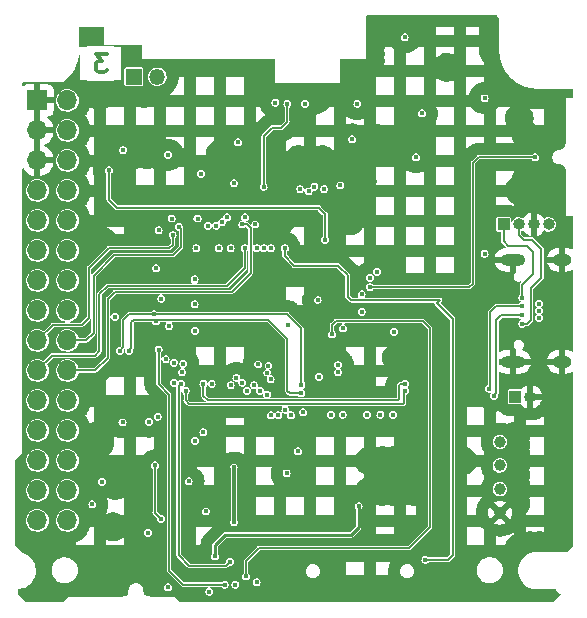
<source format=gbr>
%TF.GenerationSoftware,KiCad,Pcbnew,5.99.0-unknown-b10f156dd0~130~ubuntu20.04.1*%
%TF.CreationDate,2021-06-23T21:39:51+08:00*%
%TF.ProjectId,M5Pi,4d355069-2e6b-4696-9361-645f70636258,3.0*%
%TF.SameCoordinates,Original*%
%TF.FileFunction,Copper,L3,Inr*%
%TF.FilePolarity,Positive*%
%FSLAX46Y46*%
G04 Gerber Fmt 4.6, Leading zero omitted, Abs format (unit mm)*
G04 Created by KiCad (PCBNEW 5.99.0-unknown-b10f156dd0~130~ubuntu20.04.1) date 2021-06-23 21:39:51*
%MOMM*%
%LPD*%
G01*
G04 APERTURE LIST*
%ADD10C,0.300000*%
%TA.AperFunction,NonConductor*%
%ADD11C,0.300000*%
%TD*%
%TA.AperFunction,ComponentPad*%
%ADD12C,1.000000*%
%TD*%
%TA.AperFunction,ComponentPad*%
%ADD13R,1.000000X1.000000*%
%TD*%
%TA.AperFunction,ComponentPad*%
%ADD14O,1.000000X1.000000*%
%TD*%
%TA.AperFunction,ComponentPad*%
%ADD15R,1.700000X1.700000*%
%TD*%
%TA.AperFunction,ComponentPad*%
%ADD16O,1.700000X1.700000*%
%TD*%
%TA.AperFunction,ComponentPad*%
%ADD17O,1.600000X1.000000*%
%TD*%
%TA.AperFunction,ComponentPad*%
%ADD18O,2.100000X1.000000*%
%TD*%
%TA.AperFunction,ComponentPad*%
%ADD19R,1.350000X1.350000*%
%TD*%
%TA.AperFunction,ComponentPad*%
%ADD20O,1.350000X1.350000*%
%TD*%
%TA.AperFunction,ViaPad*%
%ADD21C,0.450000*%
%TD*%
%TA.AperFunction,ViaPad*%
%ADD22C,0.400000*%
%TD*%
%TA.AperFunction,Conductor*%
%ADD23C,0.250000*%
%TD*%
%TA.AperFunction,Conductor*%
%ADD24C,0.150000*%
%TD*%
%TA.AperFunction,Conductor*%
%ADD25C,0.200000*%
%TD*%
%TA.AperFunction,Conductor*%
%ADD26C,0.350000*%
%TD*%
G04 APERTURE END LIST*
D10*
D11*
X120163353Y-67980135D02*
X119234781Y-67980135D01*
X119734781Y-68551564D01*
X119520495Y-68551564D01*
X119377638Y-68622992D01*
X119306210Y-68694421D01*
X119234781Y-68837278D01*
X119234781Y-69194421D01*
X119306210Y-69337278D01*
X119377638Y-69408706D01*
X119520495Y-69480135D01*
X119949067Y-69480135D01*
X120091924Y-69408706D01*
X120163353Y-69337278D01*
D12*
%TO.N,GND*%
%TO.C,J11*%
X153463353Y-106801564D03*
%TO.N,+5V*%
X153463353Y-104801564D03*
%TO.N,/I2C1_SDA*%
X153463353Y-102801564D03*
%TO.N,/I2C1_SCL*%
X153463353Y-100801564D03*
%TD*%
D13*
%TO.N,/DP*%
%TO.C,J12*%
X153773353Y-82401564D03*
D14*
%TO.N,/DM*%
X155043353Y-82401564D03*
%TO.N,GND*%
X156313353Y-82401564D03*
%TO.N,+5V*%
X157583353Y-82401564D03*
%TD*%
D13*
%TO.N,/VBAT*%
%TO.C,J3*%
X154763353Y-96976564D03*
D14*
%TO.N,GND*%
X156033353Y-96976564D03*
%TD*%
D15*
%TO.N,GND*%
%TO.C,J2*%
X114313353Y-71901564D03*
D16*
%TO.N,/PD13*%
X116853353Y-71901564D03*
%TO.N,GND*%
X114313353Y-74441564D03*
%TO.N,/PD14*%
X116853353Y-74441564D03*
%TO.N,GND*%
X114313353Y-76981564D03*
%TO.N,/~{{{{RESET}}}}*%
X116853353Y-76981564D03*
%TO.N,/PD19*%
X114313353Y-79521564D03*
%TO.N,/PD12*%
X116853353Y-79521564D03*
%TO.N,/PD21*%
X114313353Y-82061564D03*
%TO.N,/PD18*%
X116853353Y-82061564D03*
%TO.N,/PD20*%
X114313353Y-84601564D03*
%TO.N,+3V3*%
X116853353Y-84601564D03*
%TO.N,/USART1_RX*%
X114313353Y-87141564D03*
%TO.N,/USART1_TX*%
X116853353Y-87141564D03*
%TO.N,/USART2_RX*%
X114313353Y-89681564D03*
%TO.N,/USART2_TX*%
X116853353Y-89681564D03*
%TO.N,/I2C2_SDA*%
X114313353Y-92221564D03*
%TO.N,/I2C2_SCL*%
X116853353Y-92221564D03*
%TO.N,/I2C1_SDA*%
X114313353Y-94761564D03*
%TO.N,/I2C1_SCL*%
X116853353Y-94761564D03*
%TO.N,/I2S_BCLK*%
X114313353Y-97301564D03*
%TO.N,/I2S_MCLK*%
X116853353Y-97301564D03*
%TO.N,/I2S_DOUT*%
X114313353Y-99841564D03*
%TO.N,/I2S_LRCK*%
X116853353Y-99841564D03*
%TO.N,/DM*%
X114313353Y-102381564D03*
%TO.N,/I2S_DIN*%
X116853353Y-102381564D03*
%TO.N,/DP*%
X114313353Y-104921564D03*
%TO.N,+5V*%
X116853353Y-104921564D03*
%TO.N,/AMP_HPL*%
X114313353Y-107461564D03*
%TO.N,/VBAT*%
X116853353Y-107461564D03*
%TD*%
D17*
%TO.N,GND*%
%TO.C,UART1*%
X158738353Y-94021564D03*
X158738353Y-85381564D03*
D18*
X154558353Y-94021564D03*
X154558353Y-85381564D03*
%TD*%
D19*
%TO.N,Net-(J6-Pad1)*%
%TO.C,J6*%
X122463353Y-69901564D03*
D20*
%TO.N,Net-(J6-Pad2)*%
X124463353Y-69901564D03*
%TD*%
D21*
%TO.N,+3V0*%
X144488353Y-91476564D03*
D22*
%TO.N,/SPI0_CS*%
X133750000Y-94950000D03*
D21*
X136563353Y-79401564D03*
%TO.N,/MPU_INIT*%
X125863353Y-95801564D03*
X123763353Y-99101564D03*
%TO.N,GND*%
X146200000Y-99700000D03*
X140200000Y-70100000D03*
X152900000Y-66300000D03*
X137400000Y-93000000D03*
X130800000Y-68700000D03*
X155100000Y-109800000D03*
X114800000Y-111900000D03*
X157800000Y-109600000D03*
X149000000Y-69100000D03*
X155600000Y-71300000D03*
X158700000Y-91400000D03*
X155100000Y-73400000D03*
X142500000Y-113600000D03*
X140300000Y-113600000D03*
X156300000Y-113800000D03*
X145200000Y-105000000D03*
X153900000Y-113800000D03*
X137400000Y-96000000D03*
X129800000Y-77800000D03*
X119600000Y-100900000D03*
X158700000Y-92900000D03*
X132600000Y-68700000D03*
X147200000Y-113600000D03*
X157800000Y-71400000D03*
X140800000Y-82100000D03*
X146200000Y-105000000D03*
X134100000Y-69800000D03*
X158600000Y-72800000D03*
X118400000Y-111200000D03*
X154500000Y-113000000D03*
X130300000Y-91400000D03*
X158700000Y-81100000D03*
X138800000Y-113600000D03*
X127800000Y-68700000D03*
X154800000Y-101000000D03*
X121300000Y-110900000D03*
X142400000Y-102400000D03*
X154900000Y-71000000D03*
X154800000Y-106000000D03*
X150100000Y-96600000D03*
X133000000Y-86300000D03*
X145000000Y-113600000D03*
X127100000Y-106900000D03*
X120700000Y-92200000D03*
X155700000Y-74900000D03*
X150100000Y-95500000D03*
X154800000Y-104400000D03*
X133200000Y-68700000D03*
X148400000Y-113600000D03*
X124000000Y-89300000D03*
X150100000Y-110500000D03*
X128700000Y-86300000D03*
X152500000Y-87400000D03*
X145200000Y-75800000D03*
X134000000Y-91300000D03*
X122900000Y-68100000D03*
X134600000Y-112400000D03*
X126000000Y-68700000D03*
X137400000Y-93700000D03*
X152500000Y-86600000D03*
X142500000Y-67400000D03*
X136400000Y-76900000D03*
X158700000Y-87600000D03*
X141900000Y-68600000D03*
X158600000Y-71400000D03*
X122400000Y-76500000D03*
X146100000Y-93700000D03*
X120900000Y-89200000D03*
X158700000Y-96500000D03*
X144400000Y-102400000D03*
X125600000Y-95100000D03*
X144400000Y-105000000D03*
X154500000Y-111500000D03*
X134100000Y-69200000D03*
X156300000Y-71400000D03*
X129800000Y-76400000D03*
X158700000Y-102600000D03*
X149800000Y-113600000D03*
X119800000Y-83800000D03*
X129000000Y-68700000D03*
X158700000Y-83200000D03*
X144700000Y-93700000D03*
X150600000Y-90000000D03*
X140200000Y-70700000D03*
X152900000Y-67700000D03*
X158700000Y-98900000D03*
X145900000Y-74200000D03*
X154500000Y-110600000D03*
X148500000Y-102400000D03*
X142500000Y-66800000D03*
X156800000Y-109600000D03*
X120900000Y-104500000D03*
X131000000Y-91400000D03*
X142500000Y-68000000D03*
X117000000Y-113300000D03*
X150300000Y-102400000D03*
X142500000Y-66200000D03*
X141500000Y-95700000D03*
X141300000Y-68600000D03*
X146700000Y-74200000D03*
X141100000Y-89300000D03*
X144100000Y-113600000D03*
X132000000Y-68700000D03*
X141800000Y-79500000D03*
X153000000Y-83900000D03*
X158700000Y-99700000D03*
X150600000Y-92400000D03*
X140700000Y-95700000D03*
X151800000Y-113600000D03*
X126900000Y-99400000D03*
X157100000Y-71400000D03*
X134100000Y-88300000D03*
X126600000Y-68700000D03*
X152900000Y-65600000D03*
X157100000Y-113800000D03*
X155800000Y-91400000D03*
X150600000Y-93400000D03*
X145200000Y-102400000D03*
X154800000Y-100300000D03*
X141100000Y-88200000D03*
X148500000Y-105000000D03*
X129800000Y-77100000D03*
X134500000Y-110500000D03*
X152500000Y-85700000D03*
X141200000Y-80400000D03*
X143500000Y-105000000D03*
X154800000Y-103600000D03*
X145900000Y-75800000D03*
X120700000Y-108000000D03*
X119600000Y-100200000D03*
X140200000Y-69500000D03*
X158700000Y-95700000D03*
X127800000Y-96900000D03*
X122700000Y-93300000D03*
X138400000Y-76900000D03*
X129600000Y-68700000D03*
X158700000Y-105700000D03*
X158700000Y-104900000D03*
X139000000Y-95700000D03*
X154300000Y-70500000D03*
X146600000Y-113600000D03*
X116100000Y-113300000D03*
X158700000Y-88300000D03*
X158700000Y-98100000D03*
X137400000Y-76900000D03*
X158700000Y-90700000D03*
X152500000Y-113600000D03*
X131200000Y-110700000D03*
X133800000Y-68700000D03*
X119500000Y-71500000D03*
X156000000Y-109600000D03*
X142500000Y-65000000D03*
X158700000Y-86900000D03*
X155600000Y-113800000D03*
X150600000Y-89200000D03*
X132500000Y-78900000D03*
X150600000Y-91600000D03*
X131300000Y-77100000D03*
X124500000Y-76500000D03*
X115200000Y-113700000D03*
X142400000Y-105000000D03*
X154800000Y-105200000D03*
X155100000Y-79500000D03*
X142500000Y-68600000D03*
X158700000Y-92100000D03*
X158700000Y-89900000D03*
X118400000Y-112700000D03*
X142500000Y-65600000D03*
X140200000Y-80500000D03*
X140700000Y-68600000D03*
X138000000Y-71800000D03*
X158700000Y-81800000D03*
X157900000Y-113800000D03*
X122900000Y-67500000D03*
X123800000Y-110900000D03*
X139500000Y-113600000D03*
X141800000Y-113600000D03*
X140000000Y-82100000D03*
X123500000Y-76500000D03*
X114800000Y-111200000D03*
X131500000Y-89300000D03*
X117800000Y-113300000D03*
X143150000Y-75150000D03*
X146200000Y-98500000D03*
X148800000Y-100900000D03*
X131300000Y-76400000D03*
X128950000Y-100700000D03*
X125400000Y-68700000D03*
X135800000Y-113600000D03*
X158700000Y-108100000D03*
X158700000Y-100400000D03*
X143300000Y-113600000D03*
X158700000Y-83900000D03*
X135000000Y-80200000D03*
X158700000Y-82500000D03*
X151200000Y-113600000D03*
X133000000Y-88300000D03*
X152900000Y-67000000D03*
X154500000Y-112300000D03*
X130200000Y-68700000D03*
X158700000Y-97300000D03*
X145900000Y-113600000D03*
X140200000Y-68900000D03*
X131400000Y-68700000D03*
X158700000Y-101100000D03*
X120700000Y-93300000D03*
X158700000Y-108900000D03*
X158700000Y-106600000D03*
X158700000Y-101800000D03*
X158700000Y-103300000D03*
X150600000Y-90800000D03*
X141000000Y-113600000D03*
X158700000Y-104100000D03*
X130000000Y-110700000D03*
X141800000Y-78700000D03*
X122900000Y-68700000D03*
X149100000Y-113600000D03*
X138000000Y-113600000D03*
X114800000Y-110300000D03*
X145900000Y-75000000D03*
X119500000Y-70800000D03*
X130700000Y-86300000D03*
X130700000Y-85300000D03*
X133000000Y-85600000D03*
X134100000Y-70400000D03*
X131500000Y-88300000D03*
X154800000Y-101800000D03*
X123400000Y-71300000D03*
X123600000Y-68700000D03*
X134900000Y-82100000D03*
X130000000Y-89300000D03*
X121200000Y-86900000D03*
X128400000Y-68700000D03*
X158700000Y-109600000D03*
X158700000Y-107400000D03*
X124200000Y-68700000D03*
X150500000Y-113600000D03*
X114800000Y-112700000D03*
X139600000Y-70700000D03*
X124800000Y-68700000D03*
X134100000Y-85600000D03*
X139900000Y-95700000D03*
X137300000Y-113600000D03*
X147800000Y-113600000D03*
X138700000Y-86500000D03*
X136600000Y-113600000D03*
X154800000Y-102700000D03*
X129700000Y-86300000D03*
X155700000Y-78600000D03*
X127200000Y-68700000D03*
X143500000Y-102400000D03*
X134100000Y-86300000D03*
X118400000Y-111900000D03*
X158700000Y-89100000D03*
X146200000Y-102400000D03*
X138450000Y-88150000D03*
D22*
X129400000Y-112250000D03*
D21*
%TO.N,+3V3*%
X132863353Y-112701564D03*
X129063353Y-95901564D03*
X136963353Y-72201564D03*
X145403353Y-66561564D03*
X140963353Y-75201564D03*
X133763353Y-96801564D03*
X124483353Y-98681564D03*
X141763353Y-88301564D03*
X141500000Y-106250000D03*
X128863353Y-113501564D03*
X129363353Y-110501564D03*
X134463353Y-72086647D03*
D22*
X138050000Y-88800000D03*
D21*
X141763353Y-89801564D03*
X120863353Y-90201564D03*
X138163353Y-95301564D03*
X121513353Y-99151564D03*
X131293353Y-75431564D03*
X141400000Y-72200000D03*
%TO.N,+2V5*%
X146363353Y-76701564D03*
X127613353Y-89151564D03*
X127613353Y-87051564D03*
X142463353Y-86901564D03*
%TO.N,+1V1*%
X125663353Y-81901564D03*
X130963353Y-78901564D03*
X124800000Y-88700000D03*
X140195853Y-91201564D03*
X143063353Y-86401564D03*
%TO.N,/USART1_RX*%
X132763353Y-82401564D03*
%TO.N,/USART1_TX*%
X131863353Y-81801564D03*
%TO.N,/SD_D2*%
X130663353Y-96001564D03*
X144400000Y-98500000D03*
%TO.N,/SD_D3*%
X131163353Y-95401564D03*
X143350000Y-98500000D03*
%TO.N,/SD_CMD*%
X131663353Y-95801564D03*
X142200000Y-98500000D03*
%TO.N,/SD_CLK*%
X140150000Y-98500000D03*
X132063353Y-96501564D03*
%TO.N,/SD_D0*%
X139150000Y-98500000D03*
X132663353Y-96001564D03*
%TO.N,/SD_D1*%
X136813353Y-98300000D03*
X133163353Y-96501564D03*
%TO.N,/I2C1_SCL*%
X128363353Y-100001564D03*
X131663353Y-82401564D03*
%TO.N,/I2C1_SDA*%
X131863353Y-84401564D03*
X127663353Y-100701564D03*
%TO.N,/I2C0_SDA*%
X136663353Y-96001564D03*
X124163353Y-90001564D03*
X121283353Y-93081564D03*
%TO.N,/I2C0_SCL*%
X136663353Y-96701564D03*
X122063353Y-93101564D03*
X124363353Y-90601564D03*
%TO.N,/SPI1_MISO*%
X134100000Y-98550000D03*
%TO.N,/DM*%
X155363353Y-90801564D03*
X139763353Y-94901564D03*
%TO.N,/DP*%
X155363353Y-88601564D03*
X139763353Y-94301564D03*
%TO.N,/SPI1_CLK*%
X134700000Y-98550000D03*
%TO.N,/SPI1_MOSI*%
X135300000Y-98100000D03*
%TO.N,/SPI1_CS*%
X135800000Y-98550000D03*
%TO.N,/USART0_TX*%
X126863353Y-96501564D03*
X145463353Y-96501564D03*
%TO.N,/UASRT0_RX*%
X128363353Y-95901564D03*
X145463353Y-95901564D03*
%TO.N,/SPI0_CLK*%
X137763353Y-79201564D03*
D22*
X132993353Y-94250000D03*
D21*
%TO.N,+5V*%
X146863353Y-73001564D03*
X152163353Y-84901564D03*
X128163353Y-78101564D03*
X152163353Y-71701564D03*
X127113353Y-104151564D03*
D22*
%TO.N,/SPI0_MISO*%
X133850000Y-94350000D03*
D21*
X138563353Y-79401564D03*
%TO.N,/SPI0_MOSI*%
X137263353Y-79601564D03*
D22*
X135550000Y-90900000D03*
D21*
%TO.N,+5VD*%
X119763353Y-104201564D03*
%TO.N,/D+*%
X152963353Y-96901564D03*
X155363353Y-90101564D03*
%TO.N,/D-*%
X155363353Y-89301564D03*
X152563353Y-96301564D03*
%TO.N,/AMP_HPR*%
X120363353Y-77801564D03*
X138663353Y-83701564D03*
%TO.N,/~{{{{RESET}}}}*%
X139263353Y-91701564D03*
X131963353Y-112201564D03*
%TO.N,/I2C2_SDA*%
X125763353Y-83301564D03*
%TO.N,/I2C2_SCL*%
X126263353Y-82601564D03*
%TO.N,/LCD_~{{{{RESET}}}}*%
X126663353Y-94201564D03*
%TO.N,Net-(J6-Pad1)*%
X121563353Y-76101564D03*
%TO.N,Net-(J6-Pad2)*%
X125383353Y-76501564D03*
%TO.N,/STATUS_LED*%
X130600000Y-110950000D03*
X126463353Y-95901564D03*
%TO.N,/WIFI_RESET*%
X135463353Y-72201564D03*
X133463353Y-79201564D03*
X133463353Y-84401564D03*
%TO.N,/WIFI_INT*%
X134063353Y-84401564D03*
X139963353Y-79101564D03*
%TO.N,/USART2_RX*%
X125163353Y-93801564D03*
%TO.N,/USART2_TX*%
X125863353Y-94101564D03*
%TO.N,/PD13*%
X128763353Y-82501564D03*
%TO.N,/LCD_D{slash}C*%
X135400000Y-103450000D03*
X126563353Y-94901564D03*
%TO.N,/LCD_BL*%
X136350000Y-101600000D03*
X127663353Y-91401564D03*
%TO.N,/TOUCH_INT*%
X134050000Y-95500000D03*
X132863353Y-84401564D03*
%TO.N,/PD21*%
X124363353Y-86101564D03*
%TO.N,/PD12*%
X127763353Y-84401564D03*
%TO.N,/PD14*%
X127863353Y-81901564D03*
%TO.N,/PD19*%
X124563353Y-82901564D03*
%TO.N,/I2S_BCLK*%
X130663353Y-84401564D03*
%TO.N,/I2S_DOUT*%
X129463353Y-82501564D03*
%TO.N,/I2S_LRCK*%
X129963353Y-82201564D03*
%TO.N,/I2S_MCLK*%
X130363353Y-81801564D03*
%TO.N,/I2S_DIN*%
X129663353Y-84401564D03*
%TO.N,/AMP_HPL*%
X135263353Y-84401564D03*
X147163353Y-110801564D03*
%TO.N,/VBAT*%
X128563353Y-106701564D03*
X118963353Y-106101564D03*
%TO.N,Net-(D2-Pad1)*%
X124763353Y-107301564D03*
X124263353Y-102801564D03*
%TO.N,Net-(D4-Pad2)*%
X130963353Y-107601564D03*
D22*
X130950000Y-102950000D03*
D21*
X123663353Y-108501564D03*
%TO.N,VBUS*%
X156763353Y-89101564D03*
X156763353Y-90301564D03*
X156763353Y-89701564D03*
%TO.N,Net-(C28-Pad1)*%
X125350353Y-113114564D03*
X131063353Y-112901564D03*
%TO.N,/KEY1*%
X142463353Y-87701564D03*
X156463353Y-76701564D03*
X125463353Y-91001564D03*
%TO.N,/KEY2*%
X124563353Y-93001564D03*
X130163353Y-112901564D03*
%TD*%
D23*
%TO.N,+3V3*%
X141500000Y-106250000D02*
X141500000Y-108050000D01*
X141500000Y-108050000D02*
X140850000Y-108700000D01*
X140850000Y-108700000D02*
X130200000Y-108700000D01*
X129363353Y-109536647D02*
X129363353Y-110501564D01*
X130200000Y-108700000D02*
X129363353Y-109536647D01*
D24*
%TO.N,/I2C1_SCL*%
X120263353Y-88701564D02*
X120263353Y-93701564D01*
X120863353Y-88101564D02*
X120263353Y-88701564D01*
X132063353Y-82401564D02*
X132363353Y-82701564D01*
X119203353Y-94761564D02*
X116853353Y-94761564D01*
X132363353Y-82701564D02*
X132363353Y-86501564D01*
X120263353Y-93701564D02*
X119203353Y-94761564D01*
X131663353Y-82401564D02*
X132063353Y-82401564D01*
X132363353Y-86501564D02*
X130763353Y-88101564D01*
X130763353Y-88101564D02*
X120863353Y-88101564D01*
%TO.N,/I2C1_SDA*%
X114313353Y-94751564D02*
X114313353Y-94761564D01*
X131863353Y-84401564D02*
X131863353Y-86101564D01*
X119163353Y-93501564D02*
X115563353Y-93501564D01*
X115563353Y-93501564D02*
X114313353Y-94751564D01*
X130363353Y-87601564D02*
X120263353Y-87601564D01*
X119563353Y-88301564D02*
X119563353Y-93101564D01*
X119563353Y-93101564D02*
X119163353Y-93501564D01*
X120263353Y-87601564D02*
X119563353Y-88301564D01*
X131863353Y-86101564D02*
X130363353Y-87601564D01*
%TO.N,/I2C0_SDA*%
X121563353Y-90501564D02*
X121563353Y-92801564D01*
X136663353Y-91201564D02*
X135463353Y-90001564D01*
X122063353Y-90001564D02*
X121563353Y-90501564D01*
X135463353Y-90001564D02*
X124163353Y-90001564D01*
X124163353Y-90001564D02*
X122063353Y-90001564D01*
X121563353Y-92801564D02*
X121283353Y-93081564D01*
X136663353Y-96001564D02*
X136663353Y-91201564D01*
%TO.N,/I2C0_SCL*%
X124363353Y-90601564D02*
X124463353Y-90501564D01*
X124463353Y-90501564D02*
X133863353Y-90501564D01*
X135663353Y-96701564D02*
X136663353Y-96701564D01*
X124263353Y-90501564D02*
X122463353Y-90501564D01*
X124363353Y-90601564D02*
X124263353Y-90501564D01*
X135463353Y-96501564D02*
X135663353Y-96701564D01*
X122263353Y-90701564D02*
X122263353Y-92901564D01*
X133863353Y-90501564D02*
X135463353Y-92101564D01*
X122263353Y-92901564D02*
X122063353Y-93101564D01*
X135463353Y-92101564D02*
X135463353Y-96501564D01*
X122463353Y-90501564D02*
X122263353Y-90701564D01*
D25*
%TO.N,/DM*%
X155763353Y-90801564D02*
X156063353Y-90501564D01*
X156063353Y-87801564D02*
X156963353Y-86901564D01*
X156163353Y-83701564D02*
X155463353Y-83701564D01*
X155363353Y-90801564D02*
X155763353Y-90801564D01*
X156963353Y-84501564D02*
X156163353Y-83701564D01*
X155043353Y-83281564D02*
X155043353Y-82401564D01*
X156063353Y-90501564D02*
X156063353Y-87801564D01*
X156963353Y-86901564D02*
X156963353Y-84501564D01*
X155463353Y-83701564D02*
X155043353Y-83281564D01*
%TO.N,/DP*%
X156263353Y-84701564D02*
X155763353Y-84201564D01*
X155763353Y-84201564D02*
X154163353Y-84201564D01*
X154163353Y-84201564D02*
X153773353Y-83811564D01*
X155363353Y-87501564D02*
X156263353Y-86601564D01*
X153773353Y-83811564D02*
X153773353Y-82401564D01*
X156263353Y-86601564D02*
X156263353Y-84701564D01*
X155363353Y-88601564D02*
X155363353Y-87501564D01*
D24*
%TO.N,/USART0_TX*%
X127163353Y-97601564D02*
X126863353Y-97301564D01*
X145263353Y-97601564D02*
X127163353Y-97601564D01*
X126863353Y-97301564D02*
X126863353Y-96501564D01*
X145463353Y-96501564D02*
X145363353Y-96601564D01*
X145363353Y-97501564D02*
X145263353Y-97601564D01*
X145363353Y-96601564D02*
X145363353Y-97501564D01*
%TO.N,/UASRT0_RX*%
X144963353Y-97201564D02*
X144863353Y-97301564D01*
X128763353Y-97301564D02*
X128363353Y-96901564D01*
X145063353Y-95901564D02*
X144963353Y-96001564D01*
X145463353Y-95901564D02*
X145063353Y-95901564D01*
X144863353Y-97301564D02*
X128763353Y-97301564D01*
X128363353Y-96901564D02*
X128363353Y-95901564D01*
X144963353Y-96001564D02*
X144963353Y-97201564D01*
%TO.N,/D+*%
X153163353Y-90501564D02*
X153563353Y-90101564D01*
X153163353Y-96701564D02*
X153163353Y-90501564D01*
X153563353Y-90101564D02*
X155363353Y-90101564D01*
X152963353Y-96901564D02*
X153163353Y-96701564D01*
%TO.N,/D-*%
X153163353Y-89301564D02*
X155363353Y-89301564D01*
X152663353Y-89801564D02*
X153163353Y-89301564D01*
X152663353Y-96201564D02*
X152663353Y-89801564D01*
X152563353Y-96301564D02*
X152663353Y-96201564D01*
D25*
%TO.N,/AMP_HPR*%
X120363353Y-77801564D02*
X120363353Y-80301564D01*
X138663353Y-81501564D02*
X138663353Y-83701564D01*
X121063353Y-81001564D02*
X138163353Y-81001564D01*
X120363353Y-80301564D02*
X121063353Y-81001564D01*
X138163353Y-81001564D02*
X138663353Y-81501564D01*
D24*
%TO.N,/~{{{{RESET}}}}*%
X139263353Y-91701564D02*
X139263353Y-90901564D01*
X145763353Y-109801564D02*
X133063353Y-109801564D01*
X147563353Y-91201564D02*
X147563353Y-108001564D01*
X133063353Y-109801564D02*
X131963353Y-110901564D01*
X147563353Y-108001564D02*
X145763353Y-109801564D01*
X146963353Y-90601564D02*
X147563353Y-91201564D01*
X139563353Y-90601564D02*
X146963353Y-90601564D01*
X139263353Y-90901564D02*
X139563353Y-90601564D01*
X131963353Y-110901564D02*
X131963353Y-112201564D01*
%TO.N,/I2C2_SDA*%
X118663353Y-86101564D02*
X118663353Y-90301564D01*
X125763353Y-84101564D02*
X125463353Y-84401564D01*
X118663353Y-90301564D02*
X118063353Y-90901564D01*
X125763353Y-83301564D02*
X125763353Y-84101564D01*
X115633353Y-90901564D02*
X114313353Y-92221564D01*
X125463353Y-84401564D02*
X120363353Y-84401564D01*
X118063353Y-90901564D02*
X115633353Y-90901564D01*
X120363353Y-84401564D02*
X118663353Y-86101564D01*
%TO.N,/I2C2_SCL*%
X126463353Y-84301564D02*
X125763353Y-85001564D01*
X126463353Y-82801564D02*
X126463353Y-84301564D01*
X120813353Y-85001564D02*
X119063353Y-86751564D01*
X119063353Y-91601564D02*
X118443353Y-92221564D01*
X118443353Y-92221564D02*
X116853353Y-92221564D01*
X126263353Y-82601564D02*
X126463353Y-82801564D01*
X119063353Y-86751564D02*
X119063353Y-91601564D01*
X125763353Y-85001564D02*
X120813353Y-85001564D01*
%TO.N,/STATUS_LED*%
X130250000Y-111300000D02*
X127161789Y-111300000D01*
X126263353Y-110401564D02*
X126263353Y-96101564D01*
X127161789Y-111300000D02*
X126263353Y-110401564D01*
X130600000Y-110950000D02*
X130250000Y-111300000D01*
X126263353Y-96101564D02*
X126463353Y-95901564D01*
%TO.N,/WIFI_RESET*%
X135463353Y-73601564D02*
X135463353Y-72201564D01*
X133463353Y-74901564D02*
X134163353Y-74201564D01*
X135463353Y-73701564D02*
X135463353Y-72201564D01*
X134163353Y-74201564D02*
X134963353Y-74201564D01*
X134963353Y-74201564D02*
X135463353Y-73701564D01*
X133463353Y-79201564D02*
X133463353Y-74901564D01*
D25*
%TO.N,/AMP_HPL*%
X149463353Y-90401564D02*
X149463353Y-110401564D01*
X140861789Y-88800000D02*
X148364917Y-88800000D01*
X140563353Y-88501564D02*
X140861789Y-88800000D01*
X135263353Y-84401564D02*
X135263353Y-85101564D01*
X139763353Y-85901564D02*
X140563353Y-86701564D01*
X149063353Y-110801564D02*
X147163353Y-110801564D01*
X136063353Y-85901564D02*
X139763353Y-85901564D01*
X148364917Y-88800000D02*
X148113353Y-89051564D01*
X135263353Y-85101564D02*
X136063353Y-85901564D01*
X148113353Y-89051564D02*
X149463353Y-90401564D01*
X140563353Y-86701564D02*
X140563353Y-88501564D01*
X149463353Y-110401564D02*
X149063353Y-110801564D01*
%TO.N,Net-(D2-Pad1)*%
X124263353Y-102801564D02*
X124263353Y-106801564D01*
X124263353Y-106801564D02*
X124763353Y-107301564D01*
D26*
%TO.N,Net-(D4-Pad2)*%
X130950000Y-102950000D02*
X130950000Y-107588211D01*
X130950000Y-107588211D02*
X130963353Y-107601564D01*
D24*
%TO.N,/KEY1*%
X142463353Y-87701564D02*
X150863353Y-87701564D01*
X151163353Y-87401564D02*
X151163353Y-77201564D01*
X151163353Y-77201564D02*
X151663353Y-76701564D01*
X151663353Y-76701564D02*
X156463353Y-76701564D01*
X150863353Y-87701564D02*
X151163353Y-87401564D01*
%TO.N,/KEY2*%
X124563353Y-93001564D02*
X124563353Y-95901564D01*
X125463353Y-96801564D02*
X125463353Y-111701564D01*
X126663353Y-112901564D02*
X130163353Y-112901564D01*
X125463353Y-111701564D02*
X126663353Y-112901564D01*
X124563353Y-95901564D02*
X125463353Y-96801564D01*
%TD*%
%TA.AperFunction,Conductor*%
%TO.N,GND*%
G36*
X153243597Y-64716707D02*
G01*
X153413964Y-64887932D01*
X153428229Y-64922493D01*
X153428229Y-67680449D01*
X153427083Y-67686215D01*
X153427279Y-67691724D01*
X153426172Y-67698120D01*
X153424693Y-67698732D01*
X153423229Y-67702268D01*
X153423231Y-67702272D01*
X153423229Y-67702272D01*
X153423520Y-67712382D01*
X153423520Y-67712383D01*
X153428233Y-67875899D01*
X153428407Y-67881935D01*
X153448573Y-68059823D01*
X153448609Y-68060463D01*
X153448716Y-68061093D01*
X153448731Y-68061217D01*
X153448730Y-68061219D01*
X153460370Y-68163893D01*
X153468882Y-68238982D01*
X153469187Y-68240317D01*
X153469188Y-68240320D01*
X153505729Y-68400000D01*
X153508816Y-68413491D01*
X153508925Y-68414130D01*
X153509106Y-68414758D01*
X153549039Y-68589261D01*
X153549494Y-68590559D01*
X153549495Y-68590563D01*
X153576742Y-68668316D01*
X153608245Y-68758216D01*
X153608422Y-68758831D01*
X153608666Y-68759418D01*
X153667873Y-68928377D01*
X153745600Y-69089640D01*
X153745850Y-69090241D01*
X153746166Y-69090812D01*
X153746199Y-69090882D01*
X153756154Y-69111535D01*
X153823892Y-69252073D01*
X153824616Y-69253225D01*
X153824619Y-69253230D01*
X153918110Y-69401945D01*
X153919165Y-69403624D01*
X153919484Y-69404199D01*
X153919857Y-69404723D01*
X154015138Y-69556287D01*
X154126769Y-69696235D01*
X154127146Y-69696766D01*
X154127579Y-69697251D01*
X154239211Y-69837200D01*
X154365801Y-69963790D01*
X154366229Y-69964269D01*
X154366707Y-69964696D01*
X154493298Y-70091287D01*
X154633248Y-70202920D01*
X154633732Y-70203352D01*
X154634256Y-70203724D01*
X154774211Y-70315360D01*
X154925775Y-70410641D01*
X154926299Y-70411014D01*
X154926862Y-70411325D01*
X154926935Y-70411371D01*
X155077268Y-70505879D01*
X155077273Y-70505882D01*
X155078425Y-70506606D01*
X155239686Y-70584332D01*
X155240257Y-70584648D01*
X155240856Y-70584896D01*
X155240954Y-70584944D01*
X155240955Y-70584945D01*
X155334259Y-70629916D01*
X155402121Y-70662625D01*
X155571080Y-70721832D01*
X155571667Y-70722076D01*
X155572286Y-70722255D01*
X155572395Y-70722293D01*
X155572396Y-70722294D01*
X155739935Y-70781003D01*
X155739939Y-70781004D01*
X155741237Y-70781459D01*
X155915740Y-70821392D01*
X155916368Y-70821573D01*
X155917007Y-70821682D01*
X155917134Y-70821711D01*
X156090178Y-70861310D01*
X156090181Y-70861311D01*
X156091516Y-70861616D01*
X156160341Y-70869418D01*
X156269278Y-70881768D01*
X156269280Y-70881767D01*
X156269405Y-70881782D01*
X156270035Y-70881889D01*
X156270674Y-70881925D01*
X156406026Y-70897269D01*
X156447530Y-70901974D01*
X156447532Y-70901974D01*
X156448563Y-70902091D01*
X156449591Y-70902121D01*
X156449596Y-70902121D01*
X156539482Y-70904711D01*
X156628226Y-70907269D01*
X156628226Y-70907267D01*
X156628230Y-70907269D01*
X156631766Y-70905805D01*
X156632363Y-70904363D01*
X156639179Y-70903234D01*
X156644282Y-70903415D01*
X156650049Y-70902269D01*
X159579230Y-70902269D01*
X159613878Y-70916621D01*
X159628230Y-70951269D01*
X159628230Y-71653268D01*
X159613878Y-71687916D01*
X159579230Y-71702268D01*
X159028231Y-71702268D01*
X159028231Y-75520450D01*
X159026938Y-75526953D01*
X159026911Y-75531500D01*
X159025391Y-75538445D01*
X159024695Y-75538733D01*
X159023231Y-75542269D01*
X159023233Y-75542274D01*
X159023231Y-75542274D01*
X159022678Y-75550839D01*
X159022677Y-75550842D01*
X159022273Y-75557097D01*
X159020249Y-75588440D01*
X159019030Y-75607305D01*
X159017472Y-75616792D01*
X158987444Y-75729164D01*
X158984321Y-75740851D01*
X158979425Y-75752687D01*
X158916069Y-75862508D01*
X158908274Y-75872670D01*
X158818630Y-75962314D01*
X158808470Y-75970108D01*
X158698642Y-76033467D01*
X158686818Y-76038357D01*
X158562753Y-76071510D01*
X158553270Y-76073067D01*
X158488235Y-76077269D01*
X158487981Y-76073334D01*
X158487962Y-76073335D01*
X158488224Y-76077269D01*
X158410591Y-76082438D01*
X158336218Y-76102426D01*
X158335591Y-76102509D01*
X158335009Y-76102751D01*
X158260633Y-76122739D01*
X158257856Y-76124344D01*
X158257853Y-76124345D01*
X158194651Y-76160866D01*
X158194650Y-76160867D01*
X158193951Y-76161271D01*
X158193370Y-76161512D01*
X158192871Y-76161895D01*
X158126187Y-76200428D01*
X158071729Y-76254886D01*
X158071230Y-76255269D01*
X158070847Y-76255768D01*
X158016389Y-76310226D01*
X158014784Y-76313004D01*
X158014783Y-76313005D01*
X158008898Y-76323189D01*
X157977855Y-76376912D01*
X157977474Y-76377408D01*
X157977235Y-76377985D01*
X157976823Y-76378698D01*
X157947955Y-76428656D01*
X157938700Y-76444672D01*
X157929222Y-76479939D01*
X157918956Y-76518140D01*
X157918712Y-76519047D01*
X157918470Y-76519630D01*
X157918387Y-76520257D01*
X157898399Y-76594630D01*
X157893230Y-76672263D01*
X157893232Y-76672263D01*
X157893230Y-76672269D01*
X157894694Y-76675805D01*
X157896458Y-76676535D01*
X157896479Y-76676651D01*
X157896926Y-76689280D01*
X157896832Y-76689283D01*
X157897083Y-76690494D01*
X157897153Y-76694571D01*
X157896569Y-76697956D01*
X157894694Y-76698732D01*
X157893230Y-76702268D01*
X157893235Y-76702279D01*
X157893231Y-76702279D01*
X157898741Y-76783796D01*
X157899365Y-76786113D01*
X157899366Y-76786116D01*
X157919251Y-76859890D01*
X157919252Y-76859892D01*
X157919308Y-76860096D01*
X157919642Y-76862601D01*
X157920612Y-76864934D01*
X157924191Y-76878213D01*
X157940144Y-76937397D01*
X157941178Y-76941234D01*
X157942782Y-76944007D01*
X157968401Y-76988304D01*
X157980737Y-77009636D01*
X157981710Y-77011975D01*
X157983251Y-77013981D01*
X158022812Y-77082386D01*
X158078690Y-77138264D01*
X158080229Y-77140268D01*
X158082233Y-77141807D01*
X158138111Y-77197685D01*
X158206522Y-77237250D01*
X158208522Y-77238786D01*
X158210851Y-77239753D01*
X158279263Y-77279319D01*
X158282356Y-77280153D01*
X158282359Y-77280154D01*
X158328160Y-77292499D01*
X158355563Y-77299885D01*
X158357896Y-77300855D01*
X158360400Y-77301189D01*
X158360607Y-77301245D01*
X158360608Y-77301246D01*
X158434381Y-77321131D01*
X158434384Y-77321132D01*
X158436701Y-77321756D01*
X158439098Y-77321918D01*
X158508492Y-77326609D01*
X158508493Y-77326609D01*
X158518218Y-77327266D01*
X158518218Y-77327262D01*
X158518229Y-77327267D01*
X158521765Y-77325803D01*
X158522484Y-77324066D01*
X158527013Y-77323363D01*
X158533941Y-77323481D01*
X158540048Y-77322267D01*
X158586410Y-77322267D01*
X158598984Y-77324767D01*
X158599041Y-77324481D01*
X158604604Y-77325587D01*
X158604693Y-77325803D01*
X158608229Y-77327267D01*
X158608230Y-77327267D01*
X158614443Y-77327755D01*
X158614444Y-77327756D01*
X158667368Y-77331916D01*
X158678666Y-77334162D01*
X158789263Y-77370087D01*
X158802926Y-77377048D01*
X158895415Y-77444242D01*
X158906255Y-77455082D01*
X158965003Y-77535946D01*
X158973452Y-77547575D01*
X158980412Y-77561237D01*
X159016336Y-77671832D01*
X159018582Y-77683130D01*
X159020598Y-77708774D01*
X159023231Y-77742268D01*
X159023231Y-77742269D01*
X159024695Y-77745805D01*
X159024911Y-77745894D01*
X159026017Y-77751457D01*
X159025731Y-77751514D01*
X159028231Y-77764088D01*
X159028231Y-81702268D01*
X159579230Y-81702268D01*
X159613878Y-81716620D01*
X159628230Y-81751268D01*
X159628230Y-84472526D01*
X159613878Y-84507174D01*
X159579230Y-84521526D01*
X159555624Y-84515465D01*
X159439512Y-84451632D01*
X159435134Y-84449756D01*
X159251249Y-84391424D01*
X159246594Y-84390434D01*
X159097551Y-84373716D01*
X159094821Y-84373564D01*
X159002100Y-84373564D01*
X158995208Y-84376419D01*
X158992353Y-84383311D01*
X158992353Y-86379817D01*
X158995208Y-86386709D01*
X159002100Y-86389564D01*
X159088158Y-86389564D01*
X159090534Y-86389448D01*
X159232731Y-86375505D01*
X159237399Y-86374582D01*
X159422084Y-86318821D01*
X159426496Y-86317002D01*
X159556226Y-86248024D01*
X159593556Y-86244429D01*
X159622494Y-86268284D01*
X159628230Y-86291288D01*
X159628230Y-93112526D01*
X159613878Y-93147174D01*
X159579230Y-93161526D01*
X159555624Y-93155465D01*
X159439512Y-93091632D01*
X159435134Y-93089756D01*
X159251249Y-93031424D01*
X159246594Y-93030434D01*
X159097551Y-93013716D01*
X159094821Y-93013564D01*
X159002100Y-93013564D01*
X158995208Y-93016419D01*
X158992353Y-93023311D01*
X158992353Y-95019817D01*
X158995208Y-95026709D01*
X159002100Y-95029564D01*
X159088158Y-95029564D01*
X159090534Y-95029448D01*
X159232731Y-95015505D01*
X159237399Y-95014582D01*
X159422084Y-94958821D01*
X159426496Y-94957002D01*
X159556226Y-94888024D01*
X159593556Y-94884429D01*
X159622494Y-94908284D01*
X159628230Y-94931288D01*
X159628230Y-109681972D01*
X159613878Y-109716620D01*
X159242580Y-110087916D01*
X159207932Y-110102268D01*
X156650052Y-110102268D01*
X156638417Y-110099955D01*
X156638367Y-110100233D01*
X156631914Y-110099081D01*
X156631769Y-110098732D01*
X156628233Y-110097268D01*
X156502306Y-110102216D01*
X156500894Y-110102440D01*
X156500890Y-110102440D01*
X156337037Y-110128392D01*
X156253553Y-110141614D01*
X156014026Y-110219440D01*
X155789623Y-110333779D01*
X155585868Y-110481815D01*
X155407781Y-110659902D01*
X155259745Y-110863656D01*
X155145405Y-111088059D01*
X155144811Y-111089886D01*
X155144811Y-111089887D01*
X155143575Y-111093691D01*
X155067578Y-111327586D01*
X155028179Y-111576339D01*
X155028179Y-111828193D01*
X155067577Y-112076946D01*
X155108067Y-112201564D01*
X155144160Y-112312646D01*
X155145403Y-112316473D01*
X155259742Y-112540876D01*
X155407778Y-112744631D01*
X155585865Y-112922718D01*
X155789619Y-113070754D01*
X156014022Y-113185094D01*
X156253549Y-113262921D01*
X156338916Y-113276442D01*
X156500886Y-113302096D01*
X156500891Y-113302096D01*
X156502302Y-113302320D01*
X156628229Y-113307268D01*
X156631765Y-113305804D01*
X156631910Y-113305455D01*
X156638363Y-113304303D01*
X156638413Y-113304581D01*
X156650048Y-113302268D01*
X158207932Y-113302268D01*
X158242580Y-113316620D01*
X158593582Y-113667620D01*
X158607934Y-113702268D01*
X158593582Y-113736916D01*
X157944850Y-114385648D01*
X157910202Y-114400000D01*
X126456257Y-114400000D01*
X126421609Y-114385648D01*
X125945123Y-113909161D01*
X125938230Y-113902268D01*
X123810048Y-113902268D01*
X123803545Y-113900975D01*
X123798998Y-113900948D01*
X123792053Y-113899428D01*
X123791765Y-113898732D01*
X123788229Y-113897268D01*
X123788224Y-113897270D01*
X123788224Y-113897268D01*
X123779659Y-113896715D01*
X123779656Y-113896714D01*
X123749785Y-113894785D01*
X123723189Y-113893066D01*
X123713705Y-113891509D01*
X123589648Y-113858359D01*
X123577812Y-113853464D01*
X123467990Y-113790108D01*
X123457828Y-113782312D01*
X123368186Y-113692669D01*
X123360391Y-113682507D01*
X123297034Y-113572685D01*
X123292140Y-113560852D01*
X123258991Y-113436796D01*
X123257432Y-113427306D01*
X123253230Y-113362273D01*
X123257165Y-113362019D01*
X123257164Y-113362000D01*
X123253230Y-113362262D01*
X123249959Y-113313135D01*
X123248061Y-113284629D01*
X123228073Y-113210256D01*
X123227990Y-113209629D01*
X123227748Y-113209047D01*
X123207760Y-113134671D01*
X123206154Y-113131891D01*
X123196142Y-113114564D01*
X125009853Y-113114564D01*
X125013644Y-113136064D01*
X125026414Y-113208482D01*
X125030388Y-113231022D01*
X125089515Y-113333433D01*
X125180103Y-113409446D01*
X125184129Y-113410911D01*
X125184130Y-113410912D01*
X125255247Y-113436796D01*
X125291226Y-113449891D01*
X125409480Y-113449891D01*
X125445459Y-113436796D01*
X125516576Y-113410912D01*
X125516577Y-113410911D01*
X125520603Y-113409446D01*
X125611191Y-113333433D01*
X125670318Y-113231022D01*
X125674293Y-113208482D01*
X125687062Y-113136064D01*
X125690853Y-113114564D01*
X125672567Y-113010862D01*
X125671062Y-113002325D01*
X125670318Y-112998106D01*
X125611191Y-112895695D01*
X125520603Y-112819682D01*
X125516577Y-112818217D01*
X125516576Y-112818216D01*
X125413511Y-112780704D01*
X125413510Y-112780704D01*
X125409480Y-112779237D01*
X125291226Y-112779237D01*
X125287196Y-112780704D01*
X125287195Y-112780704D01*
X125184130Y-112818216D01*
X125184129Y-112818217D01*
X125180103Y-112819682D01*
X125089515Y-112895695D01*
X125030388Y-112998106D01*
X125029644Y-113002325D01*
X125028139Y-113010862D01*
X125009853Y-113114564D01*
X123196142Y-113114564D01*
X123169632Y-113068688D01*
X123169631Y-113068687D01*
X123169227Y-113067988D01*
X123168986Y-113067407D01*
X123168603Y-113066907D01*
X123142010Y-113020887D01*
X123131676Y-113003004D01*
X123131675Y-113003003D01*
X123130070Y-113000225D01*
X123075612Y-112945767D01*
X123075229Y-112945268D01*
X123074730Y-112944885D01*
X123020272Y-112890427D01*
X123013885Y-112886736D01*
X122954337Y-112852327D01*
X122954338Y-112852327D01*
X122953591Y-112851896D01*
X122953090Y-112851511D01*
X122952504Y-112851268D01*
X122942611Y-112845551D01*
X122888606Y-112814344D01*
X122888603Y-112814343D01*
X122885826Y-112812738D01*
X122837899Y-112799858D01*
X122812219Y-112792956D01*
X122812218Y-112792956D01*
X122811451Y-112792750D01*
X122810868Y-112792508D01*
X122810241Y-112792425D01*
X122735868Y-112772437D01*
X122658235Y-112767268D01*
X122658235Y-112767270D01*
X122658229Y-112767268D01*
X122654693Y-112768732D01*
X122653963Y-112770496D01*
X122653847Y-112770517D01*
X122641218Y-112770964D01*
X122641215Y-112770870D01*
X122640004Y-112771121D01*
X122635927Y-112771191D01*
X122632542Y-112770607D01*
X122631766Y-112768732D01*
X122628230Y-112767268D01*
X122628219Y-112767273D01*
X122628219Y-112767269D01*
X122562776Y-112771693D01*
X122549097Y-112772617D01*
X122549096Y-112772617D01*
X122546702Y-112772779D01*
X122470405Y-112793345D01*
X122467898Y-112793680D01*
X122465559Y-112794651D01*
X122465359Y-112794705D01*
X122465357Y-112794705D01*
X122392360Y-112814382D01*
X122392357Y-112814383D01*
X122389264Y-112815217D01*
X122381544Y-112819682D01*
X122321039Y-112854674D01*
X122321039Y-112854675D01*
X122320861Y-112854777D01*
X122318523Y-112855749D01*
X122316520Y-112857288D01*
X122248112Y-112896851D01*
X122192234Y-112952729D01*
X122190230Y-112954268D01*
X122188691Y-112956272D01*
X122132813Y-113012150D01*
X122128185Y-113020153D01*
X122096158Y-113075530D01*
X122093252Y-113080555D01*
X122091711Y-113082561D01*
X122090740Y-113084897D01*
X122090631Y-113085087D01*
X122090629Y-113085088D01*
X122064448Y-113130359D01*
X122051179Y-113153302D01*
X122050346Y-113156393D01*
X122050345Y-113156395D01*
X122030668Y-113229392D01*
X122030668Y-113229394D01*
X122030611Y-113229607D01*
X122029643Y-113231935D01*
X122029309Y-113234435D01*
X122029254Y-113234638D01*
X122029254Y-113234639D01*
X122021791Y-113262328D01*
X122008741Y-113310740D01*
X122008579Y-113313134D01*
X122008579Y-113313135D01*
X122005258Y-113362274D01*
X122003231Y-113392257D01*
X122003235Y-113392257D01*
X122003230Y-113392268D01*
X122004694Y-113395804D01*
X122006431Y-113396523D01*
X122007134Y-113401052D01*
X122007016Y-113407981D01*
X122008230Y-113414087D01*
X122008229Y-113460450D01*
X122005730Y-113473022D01*
X122006015Y-113473079D01*
X122004909Y-113478643D01*
X122004693Y-113478732D01*
X122003229Y-113482268D01*
X122003229Y-113482269D01*
X122001713Y-113501564D01*
X121998582Y-113541405D01*
X121996336Y-113552704D01*
X121985727Y-113585364D01*
X121975119Y-113618022D01*
X121960411Y-113663299D01*
X121953451Y-113676961D01*
X121886258Y-113769450D01*
X121875416Y-113780293D01*
X121782924Y-113847489D01*
X121769262Y-113854449D01*
X121707721Y-113874441D01*
X121658665Y-113890376D01*
X121647372Y-113892620D01*
X121588231Y-113897268D01*
X121588230Y-113897268D01*
X121584694Y-113898732D01*
X121584605Y-113898948D01*
X121579041Y-113900054D01*
X121578984Y-113899769D01*
X121566411Y-113902268D01*
X116928230Y-113902268D01*
X116444850Y-114385648D01*
X116410202Y-114400000D01*
X113346258Y-114400000D01*
X113311610Y-114385648D01*
X112642582Y-113716620D01*
X112628230Y-113681972D01*
X112628230Y-113304392D01*
X112642582Y-113269744D01*
X112675318Y-113255429D01*
X112706361Y-113254216D01*
X112749898Y-113252516D01*
X112990261Y-113214579D01*
X113221759Y-113139602D01*
X113438723Y-113029422D01*
X113440277Y-113028297D01*
X113440282Y-113028294D01*
X113634280Y-112887863D01*
X113634279Y-112887863D01*
X113635837Y-112886736D01*
X113808273Y-112715042D01*
X113815037Y-112705783D01*
X113950674Y-112520095D01*
X113951807Y-112518544D01*
X114029227Y-112367704D01*
X114062043Y-112303768D01*
X114062044Y-112303766D01*
X114062921Y-112302057D01*
X114138895Y-112070884D01*
X114151468Y-111993397D01*
X114177560Y-111832589D01*
X114177560Y-111832583D01*
X114177868Y-111830688D01*
X114178883Y-111587352D01*
X114177318Y-111577171D01*
X115523993Y-111577171D01*
X115523993Y-111787181D01*
X115524433Y-111789463D01*
X115524433Y-111789465D01*
X115543601Y-111888915D01*
X115563738Y-111993397D01*
X115641791Y-112188365D01*
X115755332Y-112365037D01*
X115756944Y-112366727D01*
X115756945Y-112366729D01*
X115898645Y-112515340D01*
X115898648Y-112515343D01*
X115900256Y-112517029D01*
X116071325Y-112638847D01*
X116073448Y-112639816D01*
X116073447Y-112639816D01*
X116236752Y-112714395D01*
X116262358Y-112726089D01*
X116466449Y-112775601D01*
X116676222Y-112785594D01*
X116678537Y-112785261D01*
X116678540Y-112785261D01*
X116881783Y-112756039D01*
X116881787Y-112756038D01*
X116884096Y-112755706D01*
X117082556Y-112687018D01*
X117224242Y-112605216D01*
X117262412Y-112583179D01*
X117262414Y-112583177D01*
X117264431Y-112582013D01*
X117423147Y-112444485D01*
X117552967Y-112279405D01*
X117649199Y-112092740D01*
X117708366Y-111891236D01*
X117711221Y-111861345D01*
X117728107Y-111684501D01*
X117728329Y-111682176D01*
X117722036Y-111616273D01*
X117708588Y-111475437D01*
X117708587Y-111475433D01*
X117708366Y-111473116D01*
X117649199Y-111271612D01*
X117552967Y-111084947D01*
X117423147Y-110919867D01*
X117395682Y-110896068D01*
X117266192Y-110783865D01*
X117266193Y-110783865D01*
X117264431Y-110782339D01*
X117262414Y-110781175D01*
X117262412Y-110781173D01*
X117089588Y-110681394D01*
X117082556Y-110677334D01*
X116884096Y-110608646D01*
X116881787Y-110608314D01*
X116881783Y-110608313D01*
X116678540Y-110579091D01*
X116678537Y-110579091D01*
X116676222Y-110578758D01*
X116466449Y-110588751D01*
X116262358Y-110638263D01*
X116071326Y-110725505D01*
X115900256Y-110847323D01*
X115898648Y-110849009D01*
X115898645Y-110849012D01*
X115777676Y-110975881D01*
X115755332Y-110999315D01*
X115744147Y-111016719D01*
X115644634Y-111171564D01*
X115641791Y-111175987D01*
X115640925Y-111178150D01*
X115640924Y-111178152D01*
X115604339Y-111269539D01*
X115563738Y-111370955D01*
X115563298Y-111373240D01*
X115563297Y-111373242D01*
X115541385Y-111486933D01*
X115523993Y-111577171D01*
X114177318Y-111577171D01*
X114141918Y-111346839D01*
X114136374Y-111329481D01*
X114068459Y-111116864D01*
X114068459Y-111116863D01*
X114067876Y-111115039D01*
X113958573Y-110897633D01*
X113952429Y-110889072D01*
X113817801Y-110701499D01*
X113816685Y-110699944D01*
X113802030Y-110685106D01*
X113647039Y-110528182D01*
X113647033Y-110528177D01*
X113645689Y-110526816D01*
X113644142Y-110525676D01*
X113451320Y-110383629D01*
X113451317Y-110383627D01*
X113449772Y-110382489D01*
X113233735Y-110270501D01*
X113144959Y-110237011D01*
X113119810Y-110227524D01*
X113121220Y-110223785D01*
X113102292Y-110216314D01*
X112414334Y-109527661D01*
X112400000Y-109493030D01*
X112400000Y-109301639D01*
X117578000Y-109301639D01*
X117578000Y-109506268D01*
X119104000Y-109506268D01*
X119104000Y-109071996D01*
X120118000Y-109071996D01*
X120118000Y-109506268D01*
X121644000Y-109506268D01*
X121644000Y-108765204D01*
X121565695Y-108859355D01*
X121559355Y-108865695D01*
X121394595Y-109002725D01*
X121387204Y-109007804D01*
X121200231Y-109112514D01*
X121192039Y-109116162D01*
X120989115Y-109185045D01*
X120980396Y-109187138D01*
X120768316Y-109217888D01*
X120759361Y-109218357D01*
X120545230Y-109209944D01*
X120536340Y-109208774D01*
X120327327Y-109161479D01*
X120318799Y-109158708D01*
X120121905Y-109074116D01*
X120118000Y-109071996D01*
X119104000Y-109071996D01*
X119104000Y-108501564D01*
X123322853Y-108501564D01*
X123343388Y-108618022D01*
X123402515Y-108720433D01*
X123493103Y-108796446D01*
X123497129Y-108797911D01*
X123497130Y-108797912D01*
X123600195Y-108835424D01*
X123604226Y-108836891D01*
X123722480Y-108836891D01*
X123726511Y-108835424D01*
X123829576Y-108797912D01*
X123829577Y-108797911D01*
X123833603Y-108796446D01*
X123924191Y-108720433D01*
X123983318Y-108618022D01*
X124003853Y-108501564D01*
X123990115Y-108423654D01*
X123984062Y-108389325D01*
X123983318Y-108385106D01*
X123924191Y-108282695D01*
X123833603Y-108206682D01*
X123829577Y-108205217D01*
X123829576Y-108205216D01*
X123726511Y-108167704D01*
X123726510Y-108167704D01*
X123722480Y-108166237D01*
X123604226Y-108166237D01*
X123600196Y-108167704D01*
X123600195Y-108167704D01*
X123497130Y-108205216D01*
X123497129Y-108205217D01*
X123493103Y-108206682D01*
X123402515Y-108282695D01*
X123343388Y-108385106D01*
X123342644Y-108389325D01*
X123336591Y-108423654D01*
X123322853Y-108501564D01*
X119104000Y-108501564D01*
X119104000Y-107980268D01*
X118760648Y-107980268D01*
X118703558Y-108158079D01*
X118702741Y-108160421D01*
X118669972Y-108247139D01*
X118669036Y-108249436D01*
X118665071Y-108258511D01*
X118664022Y-108260757D01*
X118622673Y-108343688D01*
X118621510Y-108345878D01*
X118525715Y-108515886D01*
X118524445Y-108518013D01*
X118474962Y-108596295D01*
X118473585Y-108598356D01*
X118467877Y-108606449D01*
X118466396Y-108608440D01*
X118409163Y-108681438D01*
X118407583Y-108683352D01*
X118279560Y-108830626D01*
X118277885Y-108832457D01*
X118213564Y-108899291D01*
X118211798Y-108901035D01*
X118204578Y-108907814D01*
X118202729Y-108909464D01*
X118132090Y-108969365D01*
X118130160Y-108970919D01*
X117975138Y-109089442D01*
X117973133Y-109090897D01*
X117896800Y-109143364D01*
X117894722Y-109144716D01*
X117886287Y-109149906D01*
X117884141Y-109151152D01*
X117802791Y-109195693D01*
X117800585Y-109196830D01*
X117624897Y-109281761D01*
X117622638Y-109282783D01*
X117578000Y-109301639D01*
X112400000Y-109301639D01*
X112400000Y-107555780D01*
X113352461Y-107555780D01*
X113352952Y-107558213D01*
X113352952Y-107558217D01*
X113374417Y-107664668D01*
X113391032Y-107747070D01*
X113392002Y-107749356D01*
X113392003Y-107749358D01*
X113457828Y-107904431D01*
X113467279Y-107926697D01*
X113468688Y-107928740D01*
X113468690Y-107928743D01*
X113531633Y-108019984D01*
X113578088Y-108087324D01*
X113718932Y-108222388D01*
X113884058Y-108326374D01*
X113886382Y-108327248D01*
X113886383Y-108327248D01*
X114051537Y-108389325D01*
X114066720Y-108395032D01*
X114259457Y-108425559D01*
X114454396Y-108416706D01*
X114456797Y-108416098D01*
X114456800Y-108416098D01*
X114641168Y-108369446D01*
X114641172Y-108369445D01*
X114643573Y-108368837D01*
X114734153Y-108325049D01*
X114817026Y-108284987D01*
X114817030Y-108284984D01*
X114819261Y-108283906D01*
X114974283Y-108165383D01*
X114975907Y-108163515D01*
X114975911Y-108163511D01*
X115100680Y-108019980D01*
X115100682Y-108019977D01*
X115102306Y-108018109D01*
X115104590Y-108014056D01*
X115196882Y-107850265D01*
X115196883Y-107850262D01*
X115198101Y-107848101D01*
X115200140Y-107841750D01*
X115256996Y-107664668D01*
X115256997Y-107664665D01*
X115257755Y-107662303D01*
X115269327Y-107555780D01*
X115892461Y-107555780D01*
X115892952Y-107558213D01*
X115892952Y-107558217D01*
X115914417Y-107664668D01*
X115931032Y-107747070D01*
X115932002Y-107749356D01*
X115932003Y-107749358D01*
X115997828Y-107904431D01*
X116007279Y-107926697D01*
X116008688Y-107928740D01*
X116008690Y-107928743D01*
X116071633Y-108019984D01*
X116118088Y-108087324D01*
X116258932Y-108222388D01*
X116424058Y-108326374D01*
X116426382Y-108327248D01*
X116426383Y-108327248D01*
X116591537Y-108389325D01*
X116606720Y-108395032D01*
X116799457Y-108425559D01*
X116994396Y-108416706D01*
X116996797Y-108416098D01*
X116996800Y-108416098D01*
X117181168Y-108369446D01*
X117181172Y-108369445D01*
X117183573Y-108368837D01*
X117274153Y-108325049D01*
X117357026Y-108284987D01*
X117357030Y-108284984D01*
X117359261Y-108283906D01*
X117514283Y-108165383D01*
X117515907Y-108163515D01*
X117515911Y-108163511D01*
X117640680Y-108019980D01*
X117640682Y-108019977D01*
X117642306Y-108018109D01*
X117644590Y-108014056D01*
X117736882Y-107850265D01*
X117736883Y-107850262D01*
X117738101Y-107848101D01*
X117740140Y-107841750D01*
X117796996Y-107664668D01*
X117796997Y-107664665D01*
X117797755Y-107662303D01*
X117818829Y-107468304D01*
X117818853Y-107461564D01*
X117799133Y-107267423D01*
X117740778Y-107081213D01*
X117659603Y-106934769D01*
X117647376Y-106912710D01*
X117647375Y-106912709D01*
X117646173Y-106910540D01*
X117551694Y-106800309D01*
X120118000Y-106800309D01*
X120118000Y-106932386D01*
X120170819Y-106900962D01*
X120178912Y-106897102D01*
X120379963Y-106822930D01*
X120388625Y-106820609D01*
X120599826Y-106784318D01*
X120608765Y-106783614D01*
X120823044Y-106786419D01*
X120831962Y-106787357D01*
X121042141Y-106829164D01*
X121050739Y-106831710D01*
X121249780Y-106911119D01*
X121257770Y-106915190D01*
X121338724Y-106966268D01*
X121644000Y-106966268D01*
X121644000Y-105461635D01*
X121594595Y-105502725D01*
X121587204Y-105507804D01*
X121400231Y-105612514D01*
X121392039Y-105616162D01*
X121189115Y-105685045D01*
X121180396Y-105687138D01*
X120968316Y-105717888D01*
X120959361Y-105718357D01*
X120745230Y-105709944D01*
X120736340Y-105708774D01*
X120527327Y-105661479D01*
X120518799Y-105658708D01*
X120321905Y-105574116D01*
X120314024Y-105569837D01*
X120185383Y-105483882D01*
X120169285Y-105489741D01*
X120167379Y-105490342D01*
X120230907Y-105626571D01*
X120232542Y-105630519D01*
X120238363Y-105646510D01*
X120239649Y-105650588D01*
X120280987Y-105804850D01*
X120281913Y-105809024D01*
X120302448Y-105925482D01*
X120303006Y-105929720D01*
X120316923Y-106088784D01*
X120317109Y-106093055D01*
X120317109Y-106110073D01*
X120316923Y-106114344D01*
X120303006Y-106273408D01*
X120302448Y-106277646D01*
X120281913Y-106394104D01*
X120280987Y-106398278D01*
X120239649Y-106552540D01*
X120238363Y-106556618D01*
X120232542Y-106572609D01*
X120230907Y-106576557D01*
X120163441Y-106721231D01*
X120161467Y-106725022D01*
X120118000Y-106800309D01*
X117551694Y-106800309D01*
X117519181Y-106762376D01*
X117364990Y-106642774D01*
X117189899Y-106556618D01*
X117174244Y-106552540D01*
X117077177Y-106527256D01*
X117001061Y-106507429D01*
X116998589Y-106507299D01*
X116998586Y-106507299D01*
X116911228Y-106502721D01*
X116806189Y-106497217D01*
X116613243Y-106526397D01*
X116430106Y-106593778D01*
X116427998Y-106595085D01*
X116427994Y-106595087D01*
X116266361Y-106695304D01*
X116264258Y-106696608D01*
X116171507Y-106784318D01*
X116131941Y-106821734D01*
X116122474Y-106830686D01*
X116010547Y-106990535D01*
X116009564Y-106992806D01*
X116009562Y-106992810D01*
X115990487Y-107036891D01*
X115933047Y-107169626D01*
X115932541Y-107172050D01*
X115932539Y-107172055D01*
X115893649Y-107358213D01*
X115893142Y-107360642D01*
X115893133Y-107363121D01*
X115893133Y-107363124D01*
X115892957Y-107413654D01*
X115892461Y-107555780D01*
X115269327Y-107555780D01*
X115278829Y-107468304D01*
X115278853Y-107461564D01*
X115259133Y-107267423D01*
X115200778Y-107081213D01*
X115119603Y-106934769D01*
X115107376Y-106912710D01*
X115107375Y-106912709D01*
X115106173Y-106910540D01*
X114979181Y-106762376D01*
X114824990Y-106642774D01*
X114649899Y-106556618D01*
X114634244Y-106552540D01*
X114537177Y-106527256D01*
X114461061Y-106507429D01*
X114458589Y-106507299D01*
X114458586Y-106507299D01*
X114371228Y-106502721D01*
X114266189Y-106497217D01*
X114073243Y-106526397D01*
X113890106Y-106593778D01*
X113887998Y-106595085D01*
X113887994Y-106595087D01*
X113726361Y-106695304D01*
X113724258Y-106696608D01*
X113631507Y-106784318D01*
X113591941Y-106821734D01*
X113582474Y-106830686D01*
X113470547Y-106990535D01*
X113469564Y-106992806D01*
X113469562Y-106992810D01*
X113450487Y-107036891D01*
X113393047Y-107169626D01*
X113392541Y-107172050D01*
X113392539Y-107172055D01*
X113353649Y-107358213D01*
X113353142Y-107360642D01*
X113353133Y-107363121D01*
X113353133Y-107363124D01*
X113352957Y-107413654D01*
X113352461Y-107555780D01*
X112400000Y-107555780D01*
X112400000Y-106101564D01*
X118622853Y-106101564D01*
X118643388Y-106218022D01*
X118645531Y-106221733D01*
X118645531Y-106221734D01*
X118662393Y-106250939D01*
X118702515Y-106320433D01*
X118793103Y-106396446D01*
X118797129Y-106397911D01*
X118797130Y-106397912D01*
X118900195Y-106435424D01*
X118904226Y-106436891D01*
X119022480Y-106436891D01*
X119026511Y-106435424D01*
X119129576Y-106397912D01*
X119129577Y-106397911D01*
X119133603Y-106396446D01*
X119224191Y-106320433D01*
X119264313Y-106250939D01*
X119281175Y-106221734D01*
X119281175Y-106221733D01*
X119283318Y-106218022D01*
X119303853Y-106101564D01*
X119287278Y-106007565D01*
X119284062Y-105989325D01*
X119283318Y-105985106D01*
X119224191Y-105882695D01*
X119133603Y-105806682D01*
X119129577Y-105805217D01*
X119129576Y-105805216D01*
X119026511Y-105767704D01*
X119026510Y-105767704D01*
X119022480Y-105766237D01*
X118904226Y-105766237D01*
X118900196Y-105767704D01*
X118900195Y-105767704D01*
X118797130Y-105805216D01*
X118797129Y-105805217D01*
X118793103Y-105806682D01*
X118702515Y-105882695D01*
X118643388Y-105985106D01*
X118642644Y-105989325D01*
X118639428Y-106007565D01*
X118622853Y-106101564D01*
X112400000Y-106101564D01*
X112400000Y-105015780D01*
X113352461Y-105015780D01*
X113352952Y-105018213D01*
X113352952Y-105018217D01*
X113390540Y-105204630D01*
X113391032Y-105207070D01*
X113392002Y-105209356D01*
X113392003Y-105209358D01*
X113439498Y-105321248D01*
X113467279Y-105386697D01*
X113468688Y-105388740D01*
X113468690Y-105388743D01*
X113534322Y-105483882D01*
X113578088Y-105547324D01*
X113718932Y-105682388D01*
X113884058Y-105786374D01*
X113886382Y-105787248D01*
X113886383Y-105787248D01*
X113938087Y-105806682D01*
X114066720Y-105855032D01*
X114259457Y-105885559D01*
X114454396Y-105876706D01*
X114456797Y-105876098D01*
X114456800Y-105876098D01*
X114641168Y-105829446D01*
X114641172Y-105829445D01*
X114643573Y-105828837D01*
X114770033Y-105767704D01*
X114817026Y-105744987D01*
X114817030Y-105744984D01*
X114819261Y-105743906D01*
X114974283Y-105625383D01*
X114975907Y-105623515D01*
X114975911Y-105623511D01*
X115100680Y-105479980D01*
X115100682Y-105479977D01*
X115102306Y-105478109D01*
X115111589Y-105461635D01*
X115196882Y-105310265D01*
X115196883Y-105310262D01*
X115198101Y-105308101D01*
X115208467Y-105275815D01*
X115256996Y-105124668D01*
X115256997Y-105124665D01*
X115257755Y-105122303D01*
X115269327Y-105015780D01*
X115892461Y-105015780D01*
X115892952Y-105018213D01*
X115892952Y-105018217D01*
X115930540Y-105204630D01*
X115931032Y-105207070D01*
X115932002Y-105209356D01*
X115932003Y-105209358D01*
X115979498Y-105321248D01*
X116007279Y-105386697D01*
X116008688Y-105388740D01*
X116008690Y-105388743D01*
X116074322Y-105483882D01*
X116118088Y-105547324D01*
X116258932Y-105682388D01*
X116424058Y-105786374D01*
X116426382Y-105787248D01*
X116426383Y-105787248D01*
X116478087Y-105806682D01*
X116606720Y-105855032D01*
X116799457Y-105885559D01*
X116994396Y-105876706D01*
X116996797Y-105876098D01*
X116996800Y-105876098D01*
X117181168Y-105829446D01*
X117181172Y-105829445D01*
X117183573Y-105828837D01*
X117310033Y-105767704D01*
X117357026Y-105744987D01*
X117357030Y-105744984D01*
X117359261Y-105743906D01*
X117514283Y-105625383D01*
X117515907Y-105623515D01*
X117515911Y-105623511D01*
X117640680Y-105479980D01*
X117640682Y-105479977D01*
X117642306Y-105478109D01*
X117651589Y-105461635D01*
X117736882Y-105310265D01*
X117736883Y-105310262D01*
X117738101Y-105308101D01*
X117748467Y-105275815D01*
X117796996Y-105124668D01*
X117796997Y-105124665D01*
X117797755Y-105122303D01*
X117818829Y-104928304D01*
X117818853Y-104921564D01*
X117799133Y-104727423D01*
X117740778Y-104541213D01*
X117652924Y-104382719D01*
X117647376Y-104372710D01*
X117647375Y-104372709D01*
X117646173Y-104370540D01*
X117519181Y-104222376D01*
X117492350Y-104201564D01*
X119422853Y-104201564D01*
X119423597Y-104205783D01*
X119438927Y-104292720D01*
X119443388Y-104318022D01*
X119445531Y-104321733D01*
X119445531Y-104321734D01*
X119447799Y-104325662D01*
X119502515Y-104420433D01*
X119593103Y-104496446D01*
X119597129Y-104497911D01*
X119597130Y-104497912D01*
X119700195Y-104535424D01*
X119704226Y-104536891D01*
X119822480Y-104536891D01*
X119826511Y-104535424D01*
X119929576Y-104497912D01*
X119929577Y-104497911D01*
X119933603Y-104496446D01*
X120024191Y-104420433D01*
X120078907Y-104325662D01*
X120081175Y-104321734D01*
X120081175Y-104321733D01*
X120083318Y-104318022D01*
X120087780Y-104292720D01*
X120103109Y-104205783D01*
X120103853Y-104201564D01*
X120083318Y-104085106D01*
X120024191Y-103982695D01*
X119933603Y-103906682D01*
X119929577Y-103905217D01*
X119929576Y-103905216D01*
X119826511Y-103867704D01*
X119826510Y-103867704D01*
X119822480Y-103866237D01*
X119704226Y-103866237D01*
X119700196Y-103867704D01*
X119700195Y-103867704D01*
X119597130Y-103905216D01*
X119597129Y-103905217D01*
X119593103Y-103906682D01*
X119502515Y-103982695D01*
X119443388Y-104085106D01*
X119422853Y-104201564D01*
X117492350Y-104201564D01*
X117364990Y-104102774D01*
X117189899Y-104016618D01*
X117001061Y-103967429D01*
X116998589Y-103967299D01*
X116998586Y-103967299D01*
X116911228Y-103962721D01*
X116806189Y-103957217D01*
X116613243Y-103986397D01*
X116430106Y-104053778D01*
X116427998Y-104055085D01*
X116427994Y-104055087D01*
X116293005Y-104138784D01*
X116264258Y-104156608D01*
X116122474Y-104290686D01*
X116010547Y-104450535D01*
X116009564Y-104452806D01*
X116009562Y-104452810D01*
X115973812Y-104535424D01*
X115933047Y-104629626D01*
X115932541Y-104632050D01*
X115932539Y-104632055D01*
X115896489Y-104804620D01*
X115893142Y-104820642D01*
X115892461Y-105015780D01*
X115269327Y-105015780D01*
X115278829Y-104928304D01*
X115278853Y-104921564D01*
X115259133Y-104727423D01*
X115200778Y-104541213D01*
X115112924Y-104382719D01*
X115107376Y-104372710D01*
X115107375Y-104372709D01*
X115106173Y-104370540D01*
X114979181Y-104222376D01*
X114824990Y-104102774D01*
X114649899Y-104016618D01*
X114461061Y-103967429D01*
X114458589Y-103967299D01*
X114458586Y-103967299D01*
X114371228Y-103962721D01*
X114266189Y-103957217D01*
X114073243Y-103986397D01*
X113890106Y-104053778D01*
X113887998Y-104055085D01*
X113887994Y-104055087D01*
X113753005Y-104138784D01*
X113724258Y-104156608D01*
X113582474Y-104290686D01*
X113470547Y-104450535D01*
X113469564Y-104452806D01*
X113469562Y-104452810D01*
X113433812Y-104535424D01*
X113393047Y-104629626D01*
X113392541Y-104632050D01*
X113392539Y-104632055D01*
X113356489Y-104804620D01*
X113353142Y-104820642D01*
X113352461Y-105015780D01*
X112400000Y-105015780D01*
X112400000Y-102475780D01*
X113352461Y-102475780D01*
X113352952Y-102478213D01*
X113352952Y-102478217D01*
X113358362Y-102505045D01*
X113391032Y-102667070D01*
X113392002Y-102669356D01*
X113392003Y-102669358D01*
X113438160Y-102778096D01*
X113467279Y-102846697D01*
X113468688Y-102848740D01*
X113468690Y-102848743D01*
X113536922Y-102947650D01*
X113578088Y-103007324D01*
X113718932Y-103142388D01*
X113884058Y-103246374D01*
X113886382Y-103247248D01*
X113886383Y-103247248D01*
X114003614Y-103291312D01*
X114066720Y-103315032D01*
X114259457Y-103345559D01*
X114454396Y-103336706D01*
X114456797Y-103336098D01*
X114456800Y-103336098D01*
X114641168Y-103289446D01*
X114641172Y-103289445D01*
X114643573Y-103288837D01*
X114755261Y-103234845D01*
X114817026Y-103204987D01*
X114817030Y-103204984D01*
X114819261Y-103203906D01*
X114974283Y-103085383D01*
X114975907Y-103083515D01*
X114975911Y-103083511D01*
X115100680Y-102939980D01*
X115100682Y-102939977D01*
X115102306Y-102938109D01*
X115111533Y-102921734D01*
X115196882Y-102770265D01*
X115196883Y-102770262D01*
X115198101Y-102768101D01*
X115221022Y-102696711D01*
X115256996Y-102584668D01*
X115256997Y-102584665D01*
X115257755Y-102582303D01*
X115269327Y-102475780D01*
X115892461Y-102475780D01*
X115892952Y-102478213D01*
X115892952Y-102478217D01*
X115898362Y-102505045D01*
X115931032Y-102667070D01*
X115932002Y-102669356D01*
X115932003Y-102669358D01*
X115978160Y-102778096D01*
X116007279Y-102846697D01*
X116008688Y-102848740D01*
X116008690Y-102848743D01*
X116076922Y-102947650D01*
X116118088Y-103007324D01*
X116258932Y-103142388D01*
X116424058Y-103246374D01*
X116426382Y-103247248D01*
X116426383Y-103247248D01*
X116543614Y-103291312D01*
X116606720Y-103315032D01*
X116799457Y-103345559D01*
X116994396Y-103336706D01*
X116996797Y-103336098D01*
X116996800Y-103336098D01*
X117181168Y-103289446D01*
X117181172Y-103289445D01*
X117183573Y-103288837D01*
X117295261Y-103234845D01*
X117357026Y-103204987D01*
X117357030Y-103204984D01*
X117359261Y-103203906D01*
X117514283Y-103085383D01*
X117515907Y-103083515D01*
X117515911Y-103083511D01*
X117640680Y-102939980D01*
X117640682Y-102939977D01*
X117642306Y-102938109D01*
X117651533Y-102921734D01*
X117719246Y-102801564D01*
X123922853Y-102801564D01*
X123943388Y-102918022D01*
X123945531Y-102921733D01*
X123945531Y-102921734D01*
X123962393Y-102950939D01*
X124002515Y-103020433D01*
X124035350Y-103047985D01*
X124052667Y-103081251D01*
X124052853Y-103085521D01*
X124052853Y-106758521D01*
X124051500Y-106766457D01*
X124051691Y-106766479D01*
X124051066Y-106771963D01*
X124049238Y-106777169D01*
X124049848Y-106782652D01*
X124049848Y-106782654D01*
X124052552Y-106806947D01*
X124052853Y-106812367D01*
X124052853Y-106823483D01*
X124054730Y-106831710D01*
X124055240Y-106833947D01*
X124056166Y-106839422D01*
X124059840Y-106872435D01*
X124062768Y-106877112D01*
X124064139Y-106881049D01*
X124066146Y-106885903D01*
X124067944Y-106889640D01*
X124069171Y-106895018D01*
X124072607Y-106899330D01*
X124072608Y-106899332D01*
X124089867Y-106920990D01*
X124093077Y-106925524D01*
X124097391Y-106932415D01*
X124097397Y-106932423D01*
X124098866Y-106934769D01*
X124106663Y-106942566D01*
X124110336Y-106946677D01*
X124128907Y-106969982D01*
X124133878Y-106972380D01*
X124138189Y-106975821D01*
X124138097Y-106975936D01*
X124144774Y-106980677D01*
X124411233Y-107247136D01*
X124425585Y-107281784D01*
X124424840Y-107290295D01*
X124422853Y-107301564D01*
X124443388Y-107418022D01*
X124502515Y-107520433D01*
X124593103Y-107596446D01*
X124597129Y-107597911D01*
X124597130Y-107597912D01*
X124618756Y-107605783D01*
X124704226Y-107636891D01*
X124822480Y-107636891D01*
X124907950Y-107605783D01*
X124929576Y-107597912D01*
X124929577Y-107597911D01*
X124933603Y-107596446D01*
X125024191Y-107520433D01*
X125083318Y-107418022D01*
X125103853Y-107301564D01*
X125083318Y-107185106D01*
X125024191Y-107082695D01*
X124933603Y-107006682D01*
X124929577Y-107005217D01*
X124929576Y-107005216D01*
X124826511Y-106967704D01*
X124826510Y-106967704D01*
X124822480Y-106966237D01*
X124746014Y-106966237D01*
X124711366Y-106951885D01*
X124488205Y-106728724D01*
X124473853Y-106694076D01*
X124473853Y-103085521D01*
X124488205Y-103050873D01*
X124491356Y-103047985D01*
X124524191Y-103020433D01*
X124564313Y-102950939D01*
X124581175Y-102921734D01*
X124581175Y-102921733D01*
X124583318Y-102918022D01*
X124603853Y-102801564D01*
X124583318Y-102685106D01*
X124524191Y-102582695D01*
X124433603Y-102506682D01*
X124429577Y-102505217D01*
X124429576Y-102505216D01*
X124326511Y-102467704D01*
X124326510Y-102467704D01*
X124322480Y-102466237D01*
X124204226Y-102466237D01*
X124200196Y-102467704D01*
X124200195Y-102467704D01*
X124097130Y-102505216D01*
X124097129Y-102505217D01*
X124093103Y-102506682D01*
X124002515Y-102582695D01*
X123943388Y-102685106D01*
X123922853Y-102801564D01*
X117719246Y-102801564D01*
X117736882Y-102770265D01*
X117736883Y-102770262D01*
X117738101Y-102768101D01*
X117761022Y-102696711D01*
X117796996Y-102584668D01*
X117796997Y-102584665D01*
X117797755Y-102582303D01*
X117818829Y-102388304D01*
X117818853Y-102381564D01*
X117818518Y-102378261D01*
X117808854Y-102283124D01*
X117799133Y-102187423D01*
X117740778Y-102001213D01*
X117677063Y-101886268D01*
X120314382Y-101886268D01*
X121644000Y-101886268D01*
X121644000Y-100494822D01*
X121576751Y-100500705D01*
X121572480Y-100500891D01*
X121454226Y-100500891D01*
X121449955Y-100500705D01*
X121290897Y-100486789D01*
X121286659Y-100486231D01*
X121269900Y-100483276D01*
X121265727Y-100482350D01*
X121111498Y-100441026D01*
X121107421Y-100439741D01*
X120996298Y-100399296D01*
X120992349Y-100397660D01*
X120912161Y-100360268D01*
X122658000Y-100360268D01*
X122658000Y-101886268D01*
X123270124Y-101886268D01*
X123347573Y-101808817D01*
X123350725Y-101805929D01*
X123441313Y-101729916D01*
X123444705Y-101727314D01*
X123575501Y-101635729D01*
X123579106Y-101633432D01*
X123593844Y-101624923D01*
X123597636Y-101622949D01*
X123742349Y-101555468D01*
X123746298Y-101553832D01*
X123857421Y-101513387D01*
X123861498Y-101512102D01*
X124015727Y-101470778D01*
X124019900Y-101469852D01*
X124036659Y-101466897D01*
X124040897Y-101466339D01*
X124184000Y-101453819D01*
X124184000Y-100384385D01*
X124169285Y-100389741D01*
X124165208Y-100391026D01*
X124010979Y-100432350D01*
X124006806Y-100433276D01*
X123990047Y-100436231D01*
X123985809Y-100436789D01*
X123826751Y-100450705D01*
X123822480Y-100450891D01*
X123704226Y-100450891D01*
X123699955Y-100450705D01*
X123540897Y-100436789D01*
X123536659Y-100436231D01*
X123519900Y-100433276D01*
X123515727Y-100432350D01*
X123361498Y-100391026D01*
X123357421Y-100389741D01*
X123276444Y-100360268D01*
X122658000Y-100360268D01*
X120912161Y-100360268D01*
X120804556Y-100360268D01*
X120787138Y-100480396D01*
X120785045Y-100489116D01*
X120764049Y-100550967D01*
X120798551Y-100673302D01*
X120800185Y-100682118D01*
X120819794Y-100895516D01*
X120819983Y-100901283D01*
X120818378Y-100962568D01*
X120817888Y-100968316D01*
X120787138Y-101180396D01*
X120785045Y-101189115D01*
X120716162Y-101392039D01*
X120712514Y-101400231D01*
X120607804Y-101587204D01*
X120602725Y-101594595D01*
X120465695Y-101759355D01*
X120459355Y-101765695D01*
X120314382Y-101886268D01*
X117677063Y-101886268D01*
X117646173Y-101830540D01*
X117519181Y-101682376D01*
X117364990Y-101562774D01*
X117189899Y-101476618D01*
X117001061Y-101427429D01*
X116998589Y-101427299D01*
X116998586Y-101427299D01*
X116911228Y-101422721D01*
X116806189Y-101417217D01*
X116613243Y-101446397D01*
X116610909Y-101447256D01*
X116610908Y-101447256D01*
X116570572Y-101462097D01*
X116430106Y-101513778D01*
X116427998Y-101515085D01*
X116427994Y-101515087D01*
X116291044Y-101600000D01*
X116264258Y-101616608D01*
X116122474Y-101750686D01*
X116010547Y-101910535D01*
X116009564Y-101912806D01*
X116009562Y-101912810D01*
X116000453Y-101933860D01*
X115933047Y-102089626D01*
X115932541Y-102092050D01*
X115932539Y-102092055D01*
X115893649Y-102278213D01*
X115893142Y-102280642D01*
X115893133Y-102283121D01*
X115893133Y-102283124D01*
X115892985Y-102325662D01*
X115892461Y-102475780D01*
X115269327Y-102475780D01*
X115278829Y-102388304D01*
X115278853Y-102381564D01*
X115278518Y-102378261D01*
X115268854Y-102283124D01*
X115259133Y-102187423D01*
X115200778Y-102001213D01*
X115106173Y-101830540D01*
X114979181Y-101682376D01*
X114824990Y-101562774D01*
X114649899Y-101476618D01*
X114461061Y-101427429D01*
X114458589Y-101427299D01*
X114458586Y-101427299D01*
X114371228Y-101422721D01*
X114266189Y-101417217D01*
X114073243Y-101446397D01*
X114070909Y-101447256D01*
X114070908Y-101447256D01*
X114030572Y-101462097D01*
X113890106Y-101513778D01*
X113887998Y-101515085D01*
X113887994Y-101515087D01*
X113751044Y-101600000D01*
X113724258Y-101616608D01*
X113582474Y-101750686D01*
X113470547Y-101910535D01*
X113469564Y-101912806D01*
X113469562Y-101912810D01*
X113460453Y-101933860D01*
X113393047Y-102089626D01*
X113392541Y-102092050D01*
X113392539Y-102092055D01*
X113353649Y-102278213D01*
X113353142Y-102280642D01*
X113353133Y-102283121D01*
X113353133Y-102283124D01*
X113352985Y-102325662D01*
X113352461Y-102475780D01*
X112400000Y-102475780D01*
X112400000Y-102450794D01*
X112414352Y-102416146D01*
X113038148Y-101792350D01*
X113038148Y-99935780D01*
X113352461Y-99935780D01*
X113352952Y-99938213D01*
X113352952Y-99938217D01*
X113365725Y-100001564D01*
X113391032Y-100127070D01*
X113392002Y-100129356D01*
X113392003Y-100129358D01*
X113462928Y-100296446D01*
X113467279Y-100306697D01*
X113468688Y-100308740D01*
X113468690Y-100308743D01*
X113535243Y-100405216D01*
X113578088Y-100467324D01*
X113718932Y-100602388D01*
X113884058Y-100706374D01*
X113886382Y-100707248D01*
X113886383Y-100707248D01*
X113923888Y-100721345D01*
X114066720Y-100775032D01*
X114259457Y-100805559D01*
X114454396Y-100796706D01*
X114456797Y-100796098D01*
X114456800Y-100796098D01*
X114641168Y-100749446D01*
X114641172Y-100749445D01*
X114643573Y-100748837D01*
X114781588Y-100682118D01*
X114817026Y-100664987D01*
X114817030Y-100664984D01*
X114819261Y-100663906D01*
X114974283Y-100545383D01*
X114975907Y-100543515D01*
X114975911Y-100543511D01*
X115100680Y-100399980D01*
X115100682Y-100399977D01*
X115102306Y-100398109D01*
X115119094Y-100368316D01*
X115196882Y-100230265D01*
X115196883Y-100230262D01*
X115198101Y-100228101D01*
X115207792Y-100197917D01*
X115256996Y-100044668D01*
X115256997Y-100044665D01*
X115257755Y-100042303D01*
X115269327Y-99935780D01*
X115892461Y-99935780D01*
X115892952Y-99938213D01*
X115892952Y-99938217D01*
X115905725Y-100001564D01*
X115931032Y-100127070D01*
X115932002Y-100129356D01*
X115932003Y-100129358D01*
X116002928Y-100296446D01*
X116007279Y-100306697D01*
X116008688Y-100308740D01*
X116008690Y-100308743D01*
X116075243Y-100405216D01*
X116118088Y-100467324D01*
X116258932Y-100602388D01*
X116424058Y-100706374D01*
X116426382Y-100707248D01*
X116426383Y-100707248D01*
X116463888Y-100721345D01*
X116606720Y-100775032D01*
X116799457Y-100805559D01*
X116994396Y-100796706D01*
X116996797Y-100796098D01*
X116996800Y-100796098D01*
X117181168Y-100749446D01*
X117181172Y-100749445D01*
X117183573Y-100748837D01*
X117321588Y-100682118D01*
X117357026Y-100664987D01*
X117357030Y-100664984D01*
X117359261Y-100663906D01*
X117514283Y-100545383D01*
X117515907Y-100543515D01*
X117515911Y-100543511D01*
X117640680Y-100399980D01*
X117640682Y-100399977D01*
X117642306Y-100398109D01*
X117659094Y-100368316D01*
X117736882Y-100230265D01*
X117736883Y-100230262D01*
X117738101Y-100228101D01*
X117747792Y-100197917D01*
X117796996Y-100044668D01*
X117796997Y-100044665D01*
X117797755Y-100042303D01*
X117818829Y-99848304D01*
X117818853Y-99841564D01*
X117799133Y-99647423D01*
X117740778Y-99461213D01*
X117660684Y-99316719D01*
X117647376Y-99292710D01*
X117647375Y-99292709D01*
X117646173Y-99290540D01*
X117519181Y-99142376D01*
X117364990Y-99022774D01*
X117189899Y-98936618D01*
X117174839Y-98932695D01*
X117077177Y-98907256D01*
X117001061Y-98887429D01*
X116998589Y-98887299D01*
X116998586Y-98887299D01*
X116910724Y-98882695D01*
X116806189Y-98877217D01*
X116613243Y-98906397D01*
X116610909Y-98907256D01*
X116610908Y-98907256D01*
X116570572Y-98922097D01*
X116430106Y-98973778D01*
X116427998Y-98975085D01*
X116427994Y-98975087D01*
X116331194Y-99035106D01*
X116264258Y-99076608D01*
X116122474Y-99210686D01*
X116010547Y-99370535D01*
X116009564Y-99372806D01*
X116009562Y-99372810D01*
X115982467Y-99435424D01*
X115933047Y-99549626D01*
X115932541Y-99552050D01*
X115932539Y-99552055D01*
X115899661Y-99709437D01*
X115893142Y-99740642D01*
X115892461Y-99935780D01*
X115269327Y-99935780D01*
X115278829Y-99848304D01*
X115278853Y-99841564D01*
X115259133Y-99647423D01*
X115200778Y-99461213D01*
X115120684Y-99316719D01*
X115107376Y-99292710D01*
X115107375Y-99292709D01*
X115106173Y-99290540D01*
X114979181Y-99142376D01*
X114824990Y-99022774D01*
X114649899Y-98936618D01*
X114634839Y-98932695D01*
X114537177Y-98907256D01*
X114461061Y-98887429D01*
X114458589Y-98887299D01*
X114458586Y-98887299D01*
X114370724Y-98882695D01*
X114266189Y-98877217D01*
X114073243Y-98906397D01*
X114070909Y-98907256D01*
X114070908Y-98907256D01*
X114030572Y-98922097D01*
X113890106Y-98973778D01*
X113887998Y-98975085D01*
X113887994Y-98975087D01*
X113791194Y-99035106D01*
X113724258Y-99076608D01*
X113582474Y-99210686D01*
X113470547Y-99370535D01*
X113469564Y-99372806D01*
X113469562Y-99372810D01*
X113442467Y-99435424D01*
X113393047Y-99549626D01*
X113392541Y-99552050D01*
X113392539Y-99552055D01*
X113359661Y-99709437D01*
X113353142Y-99740642D01*
X113352461Y-99935780D01*
X113038148Y-99935780D01*
X113038148Y-98571707D01*
X118365548Y-98571707D01*
X118416073Y-98630655D01*
X118417639Y-98632578D01*
X118474315Y-98705906D01*
X118475781Y-98707906D01*
X118481433Y-98716038D01*
X118482797Y-98718110D01*
X118531782Y-98796808D01*
X118533038Y-98798945D01*
X118627643Y-98969618D01*
X118628790Y-98971816D01*
X118669550Y-99055013D01*
X118670584Y-99057266D01*
X118674486Y-99066369D01*
X118675405Y-99068673D01*
X118707576Y-99155636D01*
X118708378Y-99157984D01*
X118759459Y-99320983D01*
X118879395Y-99215801D01*
X118886650Y-99210530D01*
X118985764Y-99151564D01*
X121172853Y-99151564D01*
X121193388Y-99268022D01*
X121252515Y-99370433D01*
X121343103Y-99446446D01*
X121347129Y-99447911D01*
X121347130Y-99447912D01*
X121383675Y-99461213D01*
X121454226Y-99486891D01*
X121572480Y-99486891D01*
X121643031Y-99461213D01*
X121679576Y-99447912D01*
X121679577Y-99447911D01*
X121683603Y-99446446D01*
X121774191Y-99370433D01*
X121833318Y-99268022D01*
X121853853Y-99151564D01*
X121845037Y-99101564D01*
X123422853Y-99101564D01*
X123432413Y-99155783D01*
X123441263Y-99205968D01*
X123443388Y-99218022D01*
X123502515Y-99320433D01*
X123593103Y-99396446D01*
X123597129Y-99397911D01*
X123597130Y-99397912D01*
X123700195Y-99435424D01*
X123704226Y-99436891D01*
X123822480Y-99436891D01*
X123826511Y-99435424D01*
X123929576Y-99397912D01*
X123929577Y-99397911D01*
X123933603Y-99396446D01*
X124024191Y-99320433D01*
X124083318Y-99218022D01*
X124085444Y-99205968D01*
X124094293Y-99155783D01*
X124103853Y-99101564D01*
X124083318Y-98985106D01*
X124067543Y-98957782D01*
X124054963Y-98935993D01*
X124024191Y-98882695D01*
X123933603Y-98806682D01*
X123929577Y-98805217D01*
X123929576Y-98805216D01*
X123826511Y-98767704D01*
X123826510Y-98767704D01*
X123822480Y-98766237D01*
X123704226Y-98766237D01*
X123700196Y-98767704D01*
X123700195Y-98767704D01*
X123597130Y-98805216D01*
X123597129Y-98805217D01*
X123593103Y-98806682D01*
X123502515Y-98882695D01*
X123471743Y-98935993D01*
X123459164Y-98957782D01*
X123443388Y-98985106D01*
X123422853Y-99101564D01*
X121845037Y-99101564D01*
X121838831Y-99066369D01*
X121834062Y-99039325D01*
X121833318Y-99035106D01*
X121774191Y-98932695D01*
X121683603Y-98856682D01*
X121679577Y-98855217D01*
X121679576Y-98855216D01*
X121576511Y-98817704D01*
X121576510Y-98817704D01*
X121572480Y-98816237D01*
X121454226Y-98816237D01*
X121450196Y-98817704D01*
X121450195Y-98817704D01*
X121347130Y-98855216D01*
X121347129Y-98855217D01*
X121343103Y-98856682D01*
X121252515Y-98932695D01*
X121193388Y-99035106D01*
X121192644Y-99039325D01*
X121187875Y-99066369D01*
X121172853Y-99151564D01*
X118985764Y-99151564D01*
X119070819Y-99100962D01*
X119078912Y-99097102D01*
X119104000Y-99087846D01*
X119104000Y-98681564D01*
X124142853Y-98681564D01*
X124143597Y-98685783D01*
X124162349Y-98792127D01*
X124163388Y-98798022D01*
X124222515Y-98900433D01*
X124313103Y-98976446D01*
X124317129Y-98977911D01*
X124317130Y-98977912D01*
X124420195Y-99015424D01*
X124424226Y-99016891D01*
X124542480Y-99016891D01*
X124546511Y-99015424D01*
X124649576Y-98977912D01*
X124649577Y-98977911D01*
X124653603Y-98976446D01*
X124744191Y-98900433D01*
X124803318Y-98798022D01*
X124804358Y-98792127D01*
X124823109Y-98685783D01*
X124823853Y-98681564D01*
X124803318Y-98565106D01*
X124744191Y-98462695D01*
X124653603Y-98386682D01*
X124649577Y-98385217D01*
X124649576Y-98385216D01*
X124546511Y-98347704D01*
X124546510Y-98347704D01*
X124542480Y-98346237D01*
X124424226Y-98346237D01*
X124420196Y-98347704D01*
X124420195Y-98347704D01*
X124317130Y-98385216D01*
X124317129Y-98385217D01*
X124313103Y-98386682D01*
X124222515Y-98462695D01*
X124163388Y-98565106D01*
X124142853Y-98681564D01*
X119104000Y-98681564D01*
X119104000Y-97820268D01*
X118760648Y-97820268D01*
X118703558Y-97998079D01*
X118702741Y-98000421D01*
X118669972Y-98087139D01*
X118669036Y-98089436D01*
X118665071Y-98098511D01*
X118664022Y-98100757D01*
X118622673Y-98183688D01*
X118621510Y-98185878D01*
X118525715Y-98355886D01*
X118524445Y-98358013D01*
X118474962Y-98436295D01*
X118473585Y-98438356D01*
X118467877Y-98446449D01*
X118466396Y-98448440D01*
X118409163Y-98521438D01*
X118407583Y-98523352D01*
X118365548Y-98571707D01*
X113038148Y-98571707D01*
X113038148Y-97395780D01*
X113352461Y-97395780D01*
X113352952Y-97398213D01*
X113352952Y-97398217D01*
X113388356Y-97573799D01*
X113391032Y-97587070D01*
X113392002Y-97589356D01*
X113392003Y-97589358D01*
X113462366Y-97755122D01*
X113467279Y-97766697D01*
X113468688Y-97768740D01*
X113468690Y-97768743D01*
X113539034Y-97870712D01*
X113578088Y-97927324D01*
X113718932Y-98062388D01*
X113884058Y-98166374D01*
X113886382Y-98167248D01*
X113886383Y-98167248D01*
X114059585Y-98232350D01*
X114066720Y-98235032D01*
X114259457Y-98265559D01*
X114454396Y-98256706D01*
X114456797Y-98256098D01*
X114456800Y-98256098D01*
X114641168Y-98209446D01*
X114641172Y-98209445D01*
X114643573Y-98208837D01*
X114734931Y-98164673D01*
X114817026Y-98124987D01*
X114817030Y-98124984D01*
X114819261Y-98123906D01*
X114974283Y-98005383D01*
X114975907Y-98003515D01*
X114975911Y-98003511D01*
X115100680Y-97859980D01*
X115100682Y-97859977D01*
X115102306Y-97858109D01*
X115117923Y-97830393D01*
X115196882Y-97690265D01*
X115196883Y-97690262D01*
X115198101Y-97688101D01*
X115223391Y-97609332D01*
X115256996Y-97504668D01*
X115256997Y-97504665D01*
X115257755Y-97502303D01*
X115269327Y-97395780D01*
X115892461Y-97395780D01*
X115892952Y-97398213D01*
X115892952Y-97398217D01*
X115928356Y-97573799D01*
X115931032Y-97587070D01*
X115932002Y-97589356D01*
X115932003Y-97589358D01*
X116002366Y-97755122D01*
X116007279Y-97766697D01*
X116008688Y-97768740D01*
X116008690Y-97768743D01*
X116079034Y-97870712D01*
X116118088Y-97927324D01*
X116258932Y-98062388D01*
X116424058Y-98166374D01*
X116426382Y-98167248D01*
X116426383Y-98167248D01*
X116599585Y-98232350D01*
X116606720Y-98235032D01*
X116799457Y-98265559D01*
X116994396Y-98256706D01*
X116996797Y-98256098D01*
X116996800Y-98256098D01*
X117181168Y-98209446D01*
X117181172Y-98209445D01*
X117183573Y-98208837D01*
X117274931Y-98164673D01*
X117357026Y-98124987D01*
X117357030Y-98124984D01*
X117359261Y-98123906D01*
X117514283Y-98005383D01*
X117515907Y-98003515D01*
X117515911Y-98003511D01*
X117640680Y-97859980D01*
X117640682Y-97859977D01*
X117642306Y-97858109D01*
X117657923Y-97830393D01*
X117736882Y-97690265D01*
X117736883Y-97690262D01*
X117738101Y-97688101D01*
X117763391Y-97609332D01*
X117796996Y-97504668D01*
X117796997Y-97504665D01*
X117797755Y-97502303D01*
X117818829Y-97308304D01*
X117818853Y-97301564D01*
X117799133Y-97107423D01*
X117740778Y-96921213D01*
X117656385Y-96768963D01*
X117647376Y-96752710D01*
X117647375Y-96752709D01*
X117646173Y-96750540D01*
X117519181Y-96602376D01*
X117364990Y-96482774D01*
X117189899Y-96396618D01*
X117001061Y-96347429D01*
X116998589Y-96347299D01*
X116998586Y-96347299D01*
X116911228Y-96342721D01*
X116806189Y-96337217D01*
X116613243Y-96366397D01*
X116610909Y-96367256D01*
X116610908Y-96367256D01*
X116583427Y-96377367D01*
X116430106Y-96433778D01*
X116427998Y-96435085D01*
X116427994Y-96435087D01*
X116278169Y-96527983D01*
X116264258Y-96536608D01*
X116122474Y-96670686D01*
X116010547Y-96830535D01*
X116009564Y-96832806D01*
X116009562Y-96832810D01*
X115966386Y-96932584D01*
X115933047Y-97009626D01*
X115932541Y-97012050D01*
X115932539Y-97012055D01*
X115893712Y-97197912D01*
X115893142Y-97200642D01*
X115893133Y-97203121D01*
X115893133Y-97203124D01*
X115892902Y-97269296D01*
X115892461Y-97395780D01*
X115269327Y-97395780D01*
X115278829Y-97308304D01*
X115278853Y-97301564D01*
X115259133Y-97107423D01*
X115200778Y-96921213D01*
X115116385Y-96768963D01*
X115107376Y-96752710D01*
X115107375Y-96752709D01*
X115106173Y-96750540D01*
X114979181Y-96602376D01*
X114824990Y-96482774D01*
X114649899Y-96396618D01*
X114461061Y-96347429D01*
X114458589Y-96347299D01*
X114458586Y-96347299D01*
X114371228Y-96342721D01*
X114266189Y-96337217D01*
X114073243Y-96366397D01*
X114070909Y-96367256D01*
X114070908Y-96367256D01*
X114043427Y-96377367D01*
X113890106Y-96433778D01*
X113887998Y-96435085D01*
X113887994Y-96435087D01*
X113738169Y-96527983D01*
X113724258Y-96536608D01*
X113582474Y-96670686D01*
X113470547Y-96830535D01*
X113469564Y-96832806D01*
X113469562Y-96832810D01*
X113426386Y-96932584D01*
X113393047Y-97009626D01*
X113392541Y-97012050D01*
X113392539Y-97012055D01*
X113353712Y-97197912D01*
X113353142Y-97200642D01*
X113353133Y-97203121D01*
X113353133Y-97203124D01*
X113352902Y-97269296D01*
X113352461Y-97395780D01*
X113038148Y-97395780D01*
X113038148Y-94855780D01*
X113352461Y-94855780D01*
X113352952Y-94858213D01*
X113352952Y-94858217D01*
X113387479Y-95029448D01*
X113391032Y-95047070D01*
X113392002Y-95049356D01*
X113392003Y-95049358D01*
X113459289Y-95207873D01*
X113467279Y-95226697D01*
X113468688Y-95228740D01*
X113468690Y-95228743D01*
X113540078Y-95332225D01*
X113578088Y-95387324D01*
X113718932Y-95522388D01*
X113884058Y-95626374D01*
X113886382Y-95627248D01*
X113886383Y-95627248D01*
X114063895Y-95693970D01*
X114066720Y-95695032D01*
X114259457Y-95725559D01*
X114454396Y-95716706D01*
X114456797Y-95716098D01*
X114456800Y-95716098D01*
X114641168Y-95669446D01*
X114641172Y-95669445D01*
X114643573Y-95668837D01*
X114738000Y-95623189D01*
X114817026Y-95584987D01*
X114817030Y-95584984D01*
X114819261Y-95583906D01*
X114974283Y-95465383D01*
X114975907Y-95463515D01*
X114975911Y-95463511D01*
X115100680Y-95319980D01*
X115100682Y-95319977D01*
X115102306Y-95318109D01*
X115108166Y-95307710D01*
X115196882Y-95150265D01*
X115196883Y-95150262D01*
X115198101Y-95148101D01*
X115200140Y-95141750D01*
X115256996Y-94964668D01*
X115256997Y-94964665D01*
X115257755Y-94962303D01*
X115278829Y-94768304D01*
X115278853Y-94761564D01*
X115276189Y-94735332D01*
X115272602Y-94700028D01*
X115259133Y-94567423D01*
X115200778Y-94381213D01*
X115127833Y-94249615D01*
X115123587Y-94212354D01*
X115136041Y-94191212D01*
X115625837Y-93701416D01*
X115660485Y-93687064D01*
X119122682Y-93687064D01*
X119131085Y-93688497D01*
X119131098Y-93688387D01*
X119136583Y-93689012D01*
X119141788Y-93690840D01*
X119147271Y-93690230D01*
X119147273Y-93690230D01*
X119173013Y-93687365D01*
X119178433Y-93687064D01*
X119185272Y-93687064D01*
X119190450Y-93685883D01*
X119191664Y-93685606D01*
X119197141Y-93684680D01*
X119220516Y-93682079D01*
X119220518Y-93682078D01*
X119226002Y-93681468D01*
X119230681Y-93678539D01*
X119235748Y-93676774D01*
X119240585Y-93674446D01*
X119245965Y-93673219D01*
X119250279Y-93669781D01*
X119250282Y-93669780D01*
X119268677Y-93655122D01*
X119273210Y-93651912D01*
X119276564Y-93649812D01*
X119276567Y-93649810D01*
X119278911Y-93648342D01*
X119283738Y-93643516D01*
X119287845Y-93639848D01*
X119307916Y-93623853D01*
X119312233Y-93620413D01*
X119314631Y-93615441D01*
X119318072Y-93611131D01*
X119318126Y-93611174D01*
X119323134Y-93604119D01*
X119665764Y-93261490D01*
X119672720Y-93256560D01*
X119672651Y-93256473D01*
X119676967Y-93253040D01*
X119681942Y-93250651D01*
X119701569Y-93226109D01*
X119705189Y-93222065D01*
X119710020Y-93217234D01*
X119713508Y-93211684D01*
X119716721Y-93207162D01*
X119734864Y-93184476D01*
X119736101Y-93179099D01*
X119738438Y-93174264D01*
X119740213Y-93169195D01*
X119743147Y-93164527D01*
X119744320Y-93154159D01*
X119746410Y-93135668D01*
X119747346Y-93130194D01*
X119747907Y-93127757D01*
X119748853Y-93123640D01*
X119748853Y-93116819D01*
X119749163Y-93111314D01*
X119752046Y-93085814D01*
X119752666Y-93080329D01*
X119750846Y-93075118D01*
X119750231Y-93069636D01*
X119750300Y-93069628D01*
X119748853Y-93061101D01*
X119748853Y-88398696D01*
X119763205Y-88364048D01*
X120325838Y-87801416D01*
X120360486Y-87787064D01*
X130322682Y-87787064D01*
X130331085Y-87788497D01*
X130331098Y-87788387D01*
X130336583Y-87789012D01*
X130341788Y-87790840D01*
X130347271Y-87790230D01*
X130347273Y-87790230D01*
X130373013Y-87787365D01*
X130378433Y-87787064D01*
X130385272Y-87787064D01*
X130391663Y-87785606D01*
X130397141Y-87784680D01*
X130420516Y-87782079D01*
X130420518Y-87782078D01*
X130426002Y-87781468D01*
X130430681Y-87778539D01*
X130435748Y-87776774D01*
X130440585Y-87774446D01*
X130445965Y-87773219D01*
X130450279Y-87769781D01*
X130450282Y-87769780D01*
X130468677Y-87755122D01*
X130473210Y-87751912D01*
X130476561Y-87749814D01*
X130476564Y-87749811D01*
X130478911Y-87748342D01*
X130483730Y-87743523D01*
X130487841Y-87739850D01*
X130492895Y-87735823D01*
X130512233Y-87720413D01*
X130514631Y-87715442D01*
X130518072Y-87711131D01*
X130518126Y-87711174D01*
X130523134Y-87704119D01*
X131965762Y-86261491D01*
X131972720Y-86256560D01*
X131972651Y-86256473D01*
X131976967Y-86253040D01*
X131981942Y-86250651D01*
X132001573Y-86226104D01*
X132005193Y-86222060D01*
X132010020Y-86217233D01*
X132013504Y-86211690D01*
X132016721Y-86207164D01*
X132031418Y-86188786D01*
X132031419Y-86188783D01*
X132034864Y-86184476D01*
X132036100Y-86179099D01*
X132038434Y-86174271D01*
X132040211Y-86169198D01*
X132043147Y-86164527D01*
X132046410Y-86135665D01*
X132047346Y-86130194D01*
X132048233Y-86126337D01*
X132048853Y-86123640D01*
X132048853Y-86116819D01*
X132049163Y-86111314D01*
X132052046Y-86085814D01*
X132052666Y-86080329D01*
X132050846Y-86075118D01*
X132050231Y-86069636D01*
X132050300Y-86069628D01*
X132048853Y-86061101D01*
X132048853Y-84706499D01*
X132063205Y-84671851D01*
X132066356Y-84668963D01*
X132097356Y-84642951D01*
X132133124Y-84631673D01*
X132166389Y-84648990D01*
X132177853Y-84680487D01*
X132177853Y-86404431D01*
X132163501Y-86439079D01*
X130700869Y-87901712D01*
X130666221Y-87916064D01*
X120904021Y-87916064D01*
X120895619Y-87914632D01*
X120895606Y-87914742D01*
X120890125Y-87914117D01*
X120884918Y-87912289D01*
X120879435Y-87912899D01*
X120879433Y-87912899D01*
X120853698Y-87915763D01*
X120848279Y-87916064D01*
X120841434Y-87916064D01*
X120838757Y-87916675D01*
X120838755Y-87916675D01*
X120835038Y-87917523D01*
X120829576Y-87918447D01*
X120800704Y-87921660D01*
X120796028Y-87924587D01*
X120790960Y-87926352D01*
X120786118Y-87928682D01*
X120780741Y-87929909D01*
X120776427Y-87933347D01*
X120776424Y-87933348D01*
X120758029Y-87948006D01*
X120753496Y-87951216D01*
X120750145Y-87953314D01*
X120750142Y-87953317D01*
X120747795Y-87954786D01*
X120742976Y-87959605D01*
X120738865Y-87963278D01*
X120714473Y-87982715D01*
X120712075Y-87987686D01*
X120708634Y-87991997D01*
X120708580Y-87991954D01*
X120703572Y-87999009D01*
X120160944Y-88541637D01*
X120153986Y-88546568D01*
X120154055Y-88546655D01*
X120149739Y-88550088D01*
X120144764Y-88552477D01*
X120141318Y-88556786D01*
X120125133Y-88577024D01*
X120121513Y-88581068D01*
X120116686Y-88585895D01*
X120114420Y-88589500D01*
X120113202Y-88591438D01*
X120109985Y-88595964D01*
X120095288Y-88614342D01*
X120095287Y-88614345D01*
X120091842Y-88618652D01*
X120090606Y-88624027D01*
X120088275Y-88628849D01*
X120086496Y-88633928D01*
X120083559Y-88638601D01*
X120080500Y-88665666D01*
X120080298Y-88667451D01*
X120079361Y-88672929D01*
X120077853Y-88679488D01*
X120077853Y-88686309D01*
X120077543Y-88691814D01*
X120077095Y-88695781D01*
X120074040Y-88722799D01*
X120075860Y-88728011D01*
X120076475Y-88733491D01*
X120076407Y-88733499D01*
X120077853Y-88742027D01*
X120077853Y-93604432D01*
X120063501Y-93639080D01*
X119140869Y-94561712D01*
X119106221Y-94576064D01*
X117837835Y-94576064D01*
X117803187Y-94561712D01*
X117791077Y-94541717D01*
X117783243Y-94516719D01*
X117740778Y-94381213D01*
X117646173Y-94210540D01*
X117519181Y-94062376D01*
X117364990Y-93942774D01*
X117189899Y-93856618D01*
X117001061Y-93807429D01*
X116998589Y-93807299D01*
X116998586Y-93807299D01*
X116911228Y-93802721D01*
X116806189Y-93797217D01*
X116613243Y-93826397D01*
X116610909Y-93827256D01*
X116610908Y-93827256D01*
X116570572Y-93842097D01*
X116430106Y-93893778D01*
X116427998Y-93895085D01*
X116427994Y-93895087D01*
X116286697Y-93982695D01*
X116264258Y-93996608D01*
X116122474Y-94130686D01*
X116010547Y-94290535D01*
X116009564Y-94292806D01*
X116009562Y-94292810D01*
X115974417Y-94374025D01*
X115933047Y-94469626D01*
X115932541Y-94472050D01*
X115932539Y-94472055D01*
X115896206Y-94645975D01*
X115893142Y-94660642D01*
X115893133Y-94663121D01*
X115893133Y-94663124D01*
X115892858Y-94741924D01*
X115892461Y-94855780D01*
X115892952Y-94858213D01*
X115892952Y-94858217D01*
X115927479Y-95029448D01*
X115931032Y-95047070D01*
X115932002Y-95049356D01*
X115932003Y-95049358D01*
X115999289Y-95207873D01*
X116007279Y-95226697D01*
X116008688Y-95228740D01*
X116008690Y-95228743D01*
X116080078Y-95332225D01*
X116118088Y-95387324D01*
X116258932Y-95522388D01*
X116424058Y-95626374D01*
X116426382Y-95627248D01*
X116426383Y-95627248D01*
X116603895Y-95693970D01*
X116606720Y-95695032D01*
X116799457Y-95725559D01*
X116994396Y-95716706D01*
X116996797Y-95716098D01*
X116996800Y-95716098D01*
X117181168Y-95669446D01*
X117181172Y-95669445D01*
X117183573Y-95668837D01*
X117278000Y-95623189D01*
X117357026Y-95584987D01*
X117357030Y-95584984D01*
X117359261Y-95583906D01*
X117412419Y-95543264D01*
X120118000Y-95543264D01*
X120118000Y-96806268D01*
X121644000Y-96806268D01*
X121644000Y-95280268D01*
X122658000Y-95280268D01*
X122658000Y-96806268D01*
X123771709Y-96806268D01*
X123743792Y-96778351D01*
X123741549Y-96772937D01*
X123709849Y-96741209D01*
X123704388Y-96738947D01*
X123699569Y-96734128D01*
X123697669Y-96732118D01*
X123671625Y-96702953D01*
X123655148Y-96686462D01*
X123651490Y-96682366D01*
X123636979Y-96664156D01*
X123628802Y-96654999D01*
X123627019Y-96652885D01*
X123620136Y-96644241D01*
X123618473Y-96642027D01*
X123611543Y-96632237D01*
X123598678Y-96616091D01*
X123595502Y-96611611D01*
X123584153Y-96593535D01*
X123558665Y-96557525D01*
X123557129Y-96555220D01*
X123553559Y-96549518D01*
X123552477Y-96543090D01*
X123530616Y-96508272D01*
X123525421Y-96504574D01*
X123524006Y-96502314D01*
X123521356Y-96497502D01*
X123513278Y-96480660D01*
X123486489Y-96437996D01*
X123483834Y-96433188D01*
X123474383Y-96413550D01*
X123472283Y-96408477D01*
X123455133Y-96359438D01*
X123432682Y-96312632D01*
X123430588Y-96307555D01*
X123423421Y-96286973D01*
X123421909Y-96281693D01*
X123410787Y-96232637D01*
X123404623Y-96215013D01*
X123403104Y-96209736D01*
X123402511Y-96207137D01*
X123403579Y-96200852D01*
X123394474Y-96160691D01*
X123390703Y-96155374D01*
X123389245Y-96148982D01*
X123388710Y-96146288D01*
X123381256Y-96102394D01*
X123376584Y-96081785D01*
X123375672Y-96076372D01*
X123373455Y-96056458D01*
X123371523Y-96045076D01*
X123371140Y-96042357D01*
X123369913Y-96031460D01*
X123369682Y-96028721D01*
X123368984Y-96016279D01*
X123366299Y-95992155D01*
X123365998Y-95986670D01*
X123366028Y-95963611D01*
X123363930Y-95926229D01*
X123363853Y-95923483D01*
X123363853Y-95916644D01*
X123366096Y-95911229D01*
X123366154Y-95866447D01*
X123363853Y-95860893D01*
X123363853Y-95280268D01*
X122658000Y-95280268D01*
X121644000Y-95280268D01*
X120380996Y-95280268D01*
X120118000Y-95543264D01*
X117412419Y-95543264D01*
X117514283Y-95465383D01*
X117515907Y-95463515D01*
X117515911Y-95463511D01*
X117640680Y-95319980D01*
X117640682Y-95319977D01*
X117642306Y-95318109D01*
X117648166Y-95307710D01*
X117736882Y-95150265D01*
X117736883Y-95150262D01*
X117738101Y-95148101D01*
X117740053Y-95142020D01*
X117791725Y-94981085D01*
X117815981Y-94952482D01*
X117838379Y-94947064D01*
X119162682Y-94947064D01*
X119171085Y-94948497D01*
X119171098Y-94948387D01*
X119176583Y-94949012D01*
X119181788Y-94950840D01*
X119187271Y-94950230D01*
X119187273Y-94950230D01*
X119213013Y-94947365D01*
X119218433Y-94947064D01*
X119225272Y-94947064D01*
X119231663Y-94945606D01*
X119237141Y-94944680D01*
X119260516Y-94942079D01*
X119260518Y-94942078D01*
X119266002Y-94941468D01*
X119270681Y-94938539D01*
X119275748Y-94936774D01*
X119280585Y-94934446D01*
X119285965Y-94933219D01*
X119290279Y-94929781D01*
X119290282Y-94929780D01*
X119308677Y-94915122D01*
X119313210Y-94911912D01*
X119316561Y-94909814D01*
X119316564Y-94909811D01*
X119318911Y-94908342D01*
X119323730Y-94903523D01*
X119327841Y-94899850D01*
X119330985Y-94897345D01*
X119352233Y-94880413D01*
X119354631Y-94875442D01*
X119358072Y-94871131D01*
X119358126Y-94871174D01*
X119363134Y-94864119D01*
X120365764Y-93861490D01*
X120372720Y-93856560D01*
X120372651Y-93856473D01*
X120376967Y-93853040D01*
X120381942Y-93850651D01*
X120400652Y-93827256D01*
X120401569Y-93826109D01*
X120405189Y-93822065D01*
X120410020Y-93817234D01*
X120413508Y-93811684D01*
X120416721Y-93807162D01*
X120434864Y-93784476D01*
X120436101Y-93779099D01*
X120438438Y-93774264D01*
X120440213Y-93769195D01*
X120443147Y-93764527D01*
X120443857Y-93758253D01*
X120446410Y-93735668D01*
X120447346Y-93730194D01*
X120448233Y-93726337D01*
X120448853Y-93723640D01*
X120448853Y-93716819D01*
X120449163Y-93711314D01*
X120452046Y-93685814D01*
X120452666Y-93680329D01*
X120450846Y-93675118D01*
X120450231Y-93669636D01*
X120450300Y-93669628D01*
X120448853Y-93661101D01*
X120448853Y-93081564D01*
X120942853Y-93081564D01*
X120963388Y-93198022D01*
X121022515Y-93300433D01*
X121113103Y-93376446D01*
X121117129Y-93377911D01*
X121117130Y-93377912D01*
X121220195Y-93415424D01*
X121224226Y-93416891D01*
X121342480Y-93416891D01*
X121346511Y-93415424D01*
X121449576Y-93377912D01*
X121449577Y-93377911D01*
X121453603Y-93376446D01*
X121544191Y-93300433D01*
X121603318Y-93198022D01*
X121623853Y-93081564D01*
X121617213Y-93043906D01*
X121616566Y-93040238D01*
X121624683Y-93003624D01*
X121630174Y-92997081D01*
X121655170Y-92972085D01*
X121689818Y-92957733D01*
X121724466Y-92972085D01*
X121738818Y-93006733D01*
X121738074Y-93015242D01*
X121737723Y-93017233D01*
X121722853Y-93101564D01*
X121723597Y-93105783D01*
X121736123Y-93176818D01*
X121743388Y-93218022D01*
X121745531Y-93221733D01*
X121745531Y-93221734D01*
X121750255Y-93229916D01*
X121802515Y-93320433D01*
X121893103Y-93396446D01*
X121897129Y-93397911D01*
X121897130Y-93397912D01*
X121962579Y-93421733D01*
X122004226Y-93436891D01*
X122122480Y-93436891D01*
X122164127Y-93421733D01*
X122229576Y-93397912D01*
X122229577Y-93397911D01*
X122233603Y-93396446D01*
X122324191Y-93320433D01*
X122376451Y-93229916D01*
X122381175Y-93221734D01*
X122381175Y-93221733D01*
X122383318Y-93218022D01*
X122390584Y-93176818D01*
X122403109Y-93105783D01*
X122403853Y-93101564D01*
X122396560Y-93060205D01*
X122406510Y-93021140D01*
X122408071Y-93019183D01*
X122410021Y-93017233D01*
X122413514Y-93011675D01*
X122416726Y-93007157D01*
X122421199Y-93001564D01*
X124222853Y-93001564D01*
X124223839Y-93007157D01*
X124237808Y-93086374D01*
X124243388Y-93118022D01*
X124245531Y-93121733D01*
X124245531Y-93121734D01*
X124251984Y-93132910D01*
X124302515Y-93220433D01*
X124322672Y-93237347D01*
X124360350Y-93268963D01*
X124377667Y-93302229D01*
X124377853Y-93306499D01*
X124377853Y-95860893D01*
X124376420Y-95869296D01*
X124376530Y-95869309D01*
X124375905Y-95874794D01*
X124374077Y-95879999D01*
X124374687Y-95885482D01*
X124374687Y-95885484D01*
X124377552Y-95911224D01*
X124377853Y-95916644D01*
X124377853Y-95923483D01*
X124378464Y-95926161D01*
X124378464Y-95926162D01*
X124379311Y-95929875D01*
X124380237Y-95935352D01*
X124381209Y-95944081D01*
X124383449Y-95964213D01*
X124386378Y-95968892D01*
X124388143Y-95973959D01*
X124390471Y-95978796D01*
X124391698Y-95984176D01*
X124395136Y-95988490D01*
X124395137Y-95988493D01*
X124409795Y-96006888D01*
X124413005Y-96011421D01*
X124415103Y-96014772D01*
X124415106Y-96014775D01*
X124416575Y-96017122D01*
X124421394Y-96021941D01*
X124425067Y-96026052D01*
X124444504Y-96050444D01*
X124449475Y-96052842D01*
X124453786Y-96056283D01*
X124453743Y-96056337D01*
X124460798Y-96061345D01*
X125263501Y-96864048D01*
X125277853Y-96898696D01*
X125277853Y-111660893D01*
X125276420Y-111669296D01*
X125276530Y-111669309D01*
X125275905Y-111674794D01*
X125274077Y-111679999D01*
X125274687Y-111685482D01*
X125274687Y-111685484D01*
X125277552Y-111711224D01*
X125277853Y-111716644D01*
X125277853Y-111723483D01*
X125278464Y-111726161D01*
X125278464Y-111726162D01*
X125279311Y-111729875D01*
X125280237Y-111735352D01*
X125283449Y-111764213D01*
X125286378Y-111768892D01*
X125288143Y-111773959D01*
X125290471Y-111778796D01*
X125291698Y-111784176D01*
X125295136Y-111788490D01*
X125295137Y-111788493D01*
X125309795Y-111806888D01*
X125313005Y-111811421D01*
X125315103Y-111814772D01*
X125315106Y-111814775D01*
X125316575Y-111817122D01*
X125321394Y-111821941D01*
X125325067Y-111826052D01*
X125344504Y-111850444D01*
X125349475Y-111852842D01*
X125353786Y-111856283D01*
X125353743Y-111856337D01*
X125360798Y-111861345D01*
X126503426Y-113003973D01*
X126508357Y-113010931D01*
X126508444Y-113010862D01*
X126511877Y-113015178D01*
X126514266Y-113020153D01*
X126518575Y-113023599D01*
X126538813Y-113039784D01*
X126542857Y-113043404D01*
X126547684Y-113048231D01*
X126552887Y-113051501D01*
X126553227Y-113051715D01*
X126557753Y-113054932D01*
X126576131Y-113069629D01*
X126576134Y-113069630D01*
X126580441Y-113073075D01*
X126585818Y-113074311D01*
X126590646Y-113076645D01*
X126595719Y-113078422D01*
X126600390Y-113081358D01*
X126605868Y-113081977D01*
X126605870Y-113081978D01*
X126622530Y-113083861D01*
X126629252Y-113084621D01*
X126634717Y-113085556D01*
X126641277Y-113087064D01*
X126648098Y-113087064D01*
X126653603Y-113087374D01*
X126679103Y-113090257D01*
X126684588Y-113090877D01*
X126689799Y-113089057D01*
X126695281Y-113088442D01*
X126695289Y-113088511D01*
X126703816Y-113087064D01*
X128743859Y-113087064D01*
X128778507Y-113101416D01*
X128792859Y-113136064D01*
X128778507Y-113170712D01*
X128760619Y-113182109D01*
X128750784Y-113185688D01*
X128697130Y-113205216D01*
X128697129Y-113205217D01*
X128693103Y-113206682D01*
X128602515Y-113282695D01*
X128575366Y-113329719D01*
X128556574Y-113362268D01*
X128543388Y-113385106D01*
X128522853Y-113501564D01*
X128543388Y-113618022D01*
X128602515Y-113720433D01*
X128693103Y-113796446D01*
X128697129Y-113797911D01*
X128697130Y-113797912D01*
X128800195Y-113835424D01*
X128804226Y-113836891D01*
X128922480Y-113836891D01*
X128926511Y-113835424D01*
X129029576Y-113797912D01*
X129029577Y-113797911D01*
X129033603Y-113796446D01*
X129124191Y-113720433D01*
X129183318Y-113618022D01*
X129203853Y-113501564D01*
X129183318Y-113385106D01*
X129170133Y-113362268D01*
X129151340Y-113329719D01*
X129124191Y-113282695D01*
X129033603Y-113206682D01*
X129029577Y-113205217D01*
X129029576Y-113205216D01*
X128975922Y-113185688D01*
X128966088Y-113182109D01*
X128938438Y-113156773D01*
X128936802Y-113119305D01*
X128962138Y-113091655D01*
X128982847Y-113087064D01*
X129854959Y-113087064D01*
X129889607Y-113101416D01*
X129897393Y-113111562D01*
X129900370Y-113116719D01*
X129900372Y-113116722D01*
X129902515Y-113120433D01*
X129993103Y-113196446D01*
X129997129Y-113197911D01*
X129997130Y-113197912D01*
X130100195Y-113235424D01*
X130104226Y-113236891D01*
X130222480Y-113236891D01*
X130226511Y-113235424D01*
X130329576Y-113197912D01*
X130329577Y-113197911D01*
X130333603Y-113196446D01*
X130424191Y-113120433D01*
X130476736Y-113029422D01*
X130481175Y-113021734D01*
X130481175Y-113021733D01*
X130483318Y-113018022D01*
X130487123Y-112996446D01*
X130503109Y-112905783D01*
X130503853Y-112901564D01*
X130722853Y-112901564D01*
X130723597Y-112905783D01*
X130739584Y-112996446D01*
X130743388Y-113018022D01*
X130745531Y-113021733D01*
X130745531Y-113021734D01*
X130749970Y-113029422D01*
X130802515Y-113120433D01*
X130893103Y-113196446D01*
X130897129Y-113197911D01*
X130897130Y-113197912D01*
X131000195Y-113235424D01*
X131004226Y-113236891D01*
X131122480Y-113236891D01*
X131126511Y-113235424D01*
X131229576Y-113197912D01*
X131229577Y-113197911D01*
X131233603Y-113196446D01*
X131324191Y-113120433D01*
X131376736Y-113029422D01*
X131381175Y-113021734D01*
X131381175Y-113021733D01*
X131383318Y-113018022D01*
X131387123Y-112996446D01*
X131403109Y-112905783D01*
X131403853Y-112901564D01*
X131389122Y-112818022D01*
X131384062Y-112789325D01*
X131383318Y-112785106D01*
X131377948Y-112775804D01*
X131356200Y-112738136D01*
X131335085Y-112701564D01*
X132522853Y-112701564D01*
X132529302Y-112738136D01*
X132539277Y-112794705D01*
X132543388Y-112818022D01*
X132602515Y-112920433D01*
X132693103Y-112996446D01*
X132697129Y-112997911D01*
X132697130Y-112997912D01*
X132800195Y-113035424D01*
X132804226Y-113036891D01*
X132922480Y-113036891D01*
X132926511Y-113035424D01*
X133029576Y-112997912D01*
X133029577Y-112997911D01*
X133033603Y-112996446D01*
X133124191Y-112920433D01*
X133183318Y-112818022D01*
X133187430Y-112794705D01*
X133197404Y-112738136D01*
X133203853Y-112701564D01*
X133187608Y-112609437D01*
X133184062Y-112589325D01*
X133183318Y-112585106D01*
X133124191Y-112482695D01*
X133033603Y-112406682D01*
X133029577Y-112405217D01*
X133029576Y-112405216D01*
X132926511Y-112367704D01*
X132926510Y-112367704D01*
X132922480Y-112366237D01*
X132804226Y-112366237D01*
X132800196Y-112367704D01*
X132800195Y-112367704D01*
X132697130Y-112405216D01*
X132697129Y-112405217D01*
X132693103Y-112406682D01*
X132602515Y-112482695D01*
X132543388Y-112585106D01*
X132542644Y-112589325D01*
X132539098Y-112609437D01*
X132522853Y-112701564D01*
X131335085Y-112701564D01*
X131324191Y-112682695D01*
X131233603Y-112606682D01*
X131229577Y-112605217D01*
X131229576Y-112605216D01*
X131126511Y-112567704D01*
X131126510Y-112567704D01*
X131122480Y-112566237D01*
X131004226Y-112566237D01*
X131000196Y-112567704D01*
X131000195Y-112567704D01*
X130897130Y-112605216D01*
X130897129Y-112605217D01*
X130893103Y-112606682D01*
X130802515Y-112682695D01*
X130770506Y-112738136D01*
X130748759Y-112775804D01*
X130743388Y-112785106D01*
X130742644Y-112789325D01*
X130737584Y-112818022D01*
X130722853Y-112901564D01*
X130503853Y-112901564D01*
X130489122Y-112818022D01*
X130484062Y-112789325D01*
X130483318Y-112785106D01*
X130477948Y-112775804D01*
X130456200Y-112738136D01*
X130424191Y-112682695D01*
X130333603Y-112606682D01*
X130329577Y-112605217D01*
X130329576Y-112605216D01*
X130226511Y-112567704D01*
X130226510Y-112567704D01*
X130222480Y-112566237D01*
X130104226Y-112566237D01*
X130100196Y-112567704D01*
X130100195Y-112567704D01*
X129997130Y-112605216D01*
X129997129Y-112605217D01*
X129993103Y-112606682D01*
X129902515Y-112682695D01*
X129900372Y-112686406D01*
X129900370Y-112686409D01*
X129897393Y-112691566D01*
X129867639Y-112714395D01*
X129854959Y-112716064D01*
X126760485Y-112716064D01*
X126725837Y-112701712D01*
X126225689Y-112201564D01*
X131622853Y-112201564D01*
X131643388Y-112318022D01*
X131702515Y-112420433D01*
X131793103Y-112496446D01*
X131797129Y-112497911D01*
X131797130Y-112497912D01*
X131900195Y-112535424D01*
X131904226Y-112536891D01*
X132022480Y-112536891D01*
X132026511Y-112535424D01*
X132129576Y-112497912D01*
X132129577Y-112497911D01*
X132133603Y-112496446D01*
X132224191Y-112420433D01*
X132283318Y-112318022D01*
X132303853Y-112201564D01*
X132283318Y-112085106D01*
X132224191Y-111982695D01*
X132166356Y-111934165D01*
X132149039Y-111900899D01*
X132148853Y-111896629D01*
X132148853Y-111771564D01*
X137013353Y-111771564D01*
X137033798Y-111926855D01*
X137093738Y-112071564D01*
X137189089Y-112195828D01*
X137313353Y-112291179D01*
X137458062Y-112351119D01*
X137563777Y-112365037D01*
X137576629Y-112366729D01*
X137613353Y-112371564D01*
X137650078Y-112366729D01*
X137662929Y-112365037D01*
X137768644Y-112351119D01*
X137913353Y-112291179D01*
X138037617Y-112195828D01*
X138132968Y-112071564D01*
X138192908Y-111926855D01*
X138213353Y-111771564D01*
X138192908Y-111616273D01*
X138132968Y-111471564D01*
X138037617Y-111347300D01*
X138034641Y-111345016D01*
X137915902Y-111253905D01*
X137913353Y-111251949D01*
X137768644Y-111192009D01*
X137646948Y-111175987D01*
X137616536Y-111171983D01*
X137613353Y-111171564D01*
X137610170Y-111171983D01*
X137579758Y-111175987D01*
X137458062Y-111192009D01*
X137313353Y-111251949D01*
X137310804Y-111253905D01*
X137192066Y-111345016D01*
X137189089Y-111347300D01*
X137093738Y-111471564D01*
X137033798Y-111616273D01*
X137013353Y-111771564D01*
X132148853Y-111771564D01*
X132148853Y-111001064D01*
X140438000Y-111001064D01*
X140438000Y-112046268D01*
X141964000Y-112046268D01*
X141964000Y-111001064D01*
X142978000Y-111001064D01*
X142978000Y-112046268D01*
X144026769Y-112046268D01*
X144008028Y-111903921D01*
X144007714Y-111900730D01*
X143999877Y-111781165D01*
X143999772Y-111777960D01*
X143999772Y-111771564D01*
X145013353Y-111771564D01*
X145033798Y-111926855D01*
X145093738Y-112071564D01*
X145189089Y-112195828D01*
X145313353Y-112291179D01*
X145458062Y-112351119D01*
X145563777Y-112365037D01*
X145576629Y-112366729D01*
X145613353Y-112371564D01*
X145650078Y-112366729D01*
X145662929Y-112365037D01*
X145768644Y-112351119D01*
X145913353Y-112291179D01*
X146037617Y-112195828D01*
X146132968Y-112071564D01*
X146192908Y-111926855D01*
X146213353Y-111771564D01*
X146192908Y-111616273D01*
X146176712Y-111577171D01*
X151523812Y-111577171D01*
X151523812Y-111787181D01*
X151524252Y-111789463D01*
X151524252Y-111789465D01*
X151543420Y-111888915D01*
X151563557Y-111993397D01*
X151641610Y-112188365D01*
X151755151Y-112365037D01*
X151756763Y-112366727D01*
X151756764Y-112366729D01*
X151898464Y-112515340D01*
X151898467Y-112515343D01*
X151900075Y-112517029D01*
X152071144Y-112638847D01*
X152073267Y-112639816D01*
X152073266Y-112639816D01*
X152236571Y-112714395D01*
X152262177Y-112726089D01*
X152466268Y-112775601D01*
X152676041Y-112785594D01*
X152678356Y-112785261D01*
X152678359Y-112785261D01*
X152881602Y-112756039D01*
X152881606Y-112756038D01*
X152883915Y-112755706D01*
X153082375Y-112687018D01*
X153224061Y-112605216D01*
X153262231Y-112583179D01*
X153262233Y-112583177D01*
X153264250Y-112582013D01*
X153422966Y-112444485D01*
X153552786Y-112279405D01*
X153649018Y-112092740D01*
X153708185Y-111891236D01*
X153711040Y-111861345D01*
X153727926Y-111684501D01*
X153728148Y-111682176D01*
X153721855Y-111616273D01*
X153708407Y-111475437D01*
X153708406Y-111475433D01*
X153708185Y-111473116D01*
X153649018Y-111271612D01*
X153552786Y-111084947D01*
X153422966Y-110919867D01*
X153395501Y-110896068D01*
X153266011Y-110783865D01*
X153266012Y-110783865D01*
X153264250Y-110782339D01*
X153262233Y-110781175D01*
X153262231Y-110781173D01*
X153089407Y-110681394D01*
X153082375Y-110677334D01*
X152883915Y-110608646D01*
X152881606Y-110608314D01*
X152881602Y-110608313D01*
X152678359Y-110579091D01*
X152678356Y-110579091D01*
X152676041Y-110578758D01*
X152466268Y-110588751D01*
X152262177Y-110638263D01*
X152071145Y-110725505D01*
X151900075Y-110847323D01*
X151898467Y-110849009D01*
X151898464Y-110849012D01*
X151777495Y-110975881D01*
X151755151Y-110999315D01*
X151743966Y-111016719D01*
X151644453Y-111171564D01*
X151641610Y-111175987D01*
X151640744Y-111178150D01*
X151640743Y-111178152D01*
X151604158Y-111269539D01*
X151563557Y-111370955D01*
X151563117Y-111373240D01*
X151563116Y-111373242D01*
X151541204Y-111486933D01*
X151523812Y-111577171D01*
X146176712Y-111577171D01*
X146132968Y-111471564D01*
X146037617Y-111347300D01*
X146034641Y-111345016D01*
X145915902Y-111253905D01*
X145913353Y-111251949D01*
X145768644Y-111192009D01*
X145646948Y-111175987D01*
X145616536Y-111171983D01*
X145613353Y-111171564D01*
X145610170Y-111171983D01*
X145579758Y-111175987D01*
X145458062Y-111192009D01*
X145313353Y-111251949D01*
X145310804Y-111253905D01*
X145192066Y-111345016D01*
X145189089Y-111347300D01*
X145093738Y-111471564D01*
X145033798Y-111616273D01*
X145013353Y-111771564D01*
X143999772Y-111771564D01*
X143999772Y-111765168D01*
X143999877Y-111761963D01*
X144007714Y-111642398D01*
X144008028Y-111639207D01*
X144028473Y-111483916D01*
X144028996Y-111480752D01*
X144052380Y-111363206D01*
X144053108Y-111360082D01*
X144056419Y-111347727D01*
X144057350Y-111344660D01*
X144095854Y-111231235D01*
X144096983Y-111228235D01*
X144156923Y-111083526D01*
X144158246Y-111080605D01*
X144197472Y-111001064D01*
X142978000Y-111001064D01*
X141964000Y-111001064D01*
X140438000Y-111001064D01*
X132148853Y-111001064D01*
X132148853Y-110998696D01*
X132163205Y-110964048D01*
X133125837Y-110001416D01*
X133160485Y-109987064D01*
X145722682Y-109987064D01*
X145731085Y-109988497D01*
X145731098Y-109988387D01*
X145736583Y-109989012D01*
X145741788Y-109990840D01*
X145747271Y-109990230D01*
X145747273Y-109990230D01*
X145773013Y-109987365D01*
X145778433Y-109987064D01*
X145785272Y-109987064D01*
X145791663Y-109985606D01*
X145797141Y-109984680D01*
X145820516Y-109982079D01*
X145820518Y-109982078D01*
X145826002Y-109981468D01*
X145830681Y-109978539D01*
X145835748Y-109976774D01*
X145840585Y-109974446D01*
X145845965Y-109973219D01*
X145850279Y-109969781D01*
X145850282Y-109969780D01*
X145868677Y-109955122D01*
X145873210Y-109951912D01*
X145876561Y-109949814D01*
X145876564Y-109949811D01*
X145878911Y-109948342D01*
X145883730Y-109943523D01*
X145887841Y-109939850D01*
X145907917Y-109923852D01*
X145912233Y-109920413D01*
X145914631Y-109915442D01*
X145918072Y-109911131D01*
X145918126Y-109911174D01*
X145923134Y-109904119D01*
X147665764Y-108161490D01*
X147672720Y-108156560D01*
X147672651Y-108156473D01*
X147676967Y-108153040D01*
X147681942Y-108150651D01*
X147701569Y-108126109D01*
X147705189Y-108122065D01*
X147710020Y-108117234D01*
X147713508Y-108111684D01*
X147716721Y-108107162D01*
X147734864Y-108084476D01*
X147736101Y-108079099D01*
X147738438Y-108074264D01*
X147740213Y-108069195D01*
X147743147Y-108064527D01*
X147746410Y-108035665D01*
X147747346Y-108030194D01*
X147748233Y-108026337D01*
X147748853Y-108023640D01*
X147748853Y-108016819D01*
X147749163Y-108011314D01*
X147752046Y-107985814D01*
X147752666Y-107980329D01*
X147750846Y-107975118D01*
X147750231Y-107969636D01*
X147750300Y-107969628D01*
X147748853Y-107961101D01*
X147748853Y-91242232D01*
X147750285Y-91233830D01*
X147750175Y-91233817D01*
X147750800Y-91228336D01*
X147752628Y-91223129D01*
X147751681Y-91214612D01*
X147749154Y-91191909D01*
X147748853Y-91186490D01*
X147748853Y-91179645D01*
X147747394Y-91173249D01*
X147746470Y-91167787D01*
X147743257Y-91138915D01*
X147740330Y-91134239D01*
X147738565Y-91129171D01*
X147736235Y-91124329D01*
X147735008Y-91118952D01*
X147731570Y-91114638D01*
X147731569Y-91114635D01*
X147716911Y-91096240D01*
X147713701Y-91091707D01*
X147711603Y-91088356D01*
X147711600Y-91088353D01*
X147710131Y-91086006D01*
X147705312Y-91081187D01*
X147701639Y-91077076D01*
X147690020Y-91062495D01*
X147682202Y-91052684D01*
X147677231Y-91050286D01*
X147672920Y-91046845D01*
X147672963Y-91046791D01*
X147665908Y-91041783D01*
X147123280Y-90499155D01*
X147118349Y-90492197D01*
X147118262Y-90492266D01*
X147114829Y-90487950D01*
X147112440Y-90482975D01*
X147087893Y-90463344D01*
X147083849Y-90459724D01*
X147079022Y-90454897D01*
X147073479Y-90451413D01*
X147068953Y-90448196D01*
X147050575Y-90433499D01*
X147050572Y-90433498D01*
X147046265Y-90430053D01*
X147040888Y-90428817D01*
X147036060Y-90426483D01*
X147030987Y-90424706D01*
X147026316Y-90421770D01*
X147020838Y-90421151D01*
X147020836Y-90421150D01*
X147004176Y-90419267D01*
X146997454Y-90418507D01*
X146991989Y-90417572D01*
X146985429Y-90416064D01*
X146978608Y-90416064D01*
X146973103Y-90415754D01*
X146947603Y-90412871D01*
X146942118Y-90412251D01*
X146936906Y-90414071D01*
X146931426Y-90414686D01*
X146931418Y-90414618D01*
X146922890Y-90416064D01*
X139604021Y-90416064D01*
X139595619Y-90414632D01*
X139595606Y-90414742D01*
X139590125Y-90414117D01*
X139584918Y-90412289D01*
X139579435Y-90412899D01*
X139579433Y-90412899D01*
X139553698Y-90415763D01*
X139548279Y-90416064D01*
X139541434Y-90416064D01*
X139538757Y-90416675D01*
X139538755Y-90416675D01*
X139535038Y-90417523D01*
X139529576Y-90418447D01*
X139500704Y-90421660D01*
X139496028Y-90424587D01*
X139490960Y-90426352D01*
X139486118Y-90428682D01*
X139480741Y-90429909D01*
X139476427Y-90433347D01*
X139476424Y-90433348D01*
X139458029Y-90448006D01*
X139453496Y-90451216D01*
X139450145Y-90453314D01*
X139450142Y-90453317D01*
X139447795Y-90454786D01*
X139442976Y-90459605D01*
X139438865Y-90463278D01*
X139414473Y-90482715D01*
X139412075Y-90487686D01*
X139408634Y-90491997D01*
X139408580Y-90491954D01*
X139403572Y-90499009D01*
X139160944Y-90741637D01*
X139153986Y-90746568D01*
X139154055Y-90746655D01*
X139149739Y-90750088D01*
X139144764Y-90752477D01*
X139141318Y-90756786D01*
X139125133Y-90777024D01*
X139121513Y-90781068D01*
X139116686Y-90785895D01*
X139113562Y-90790865D01*
X139113202Y-90791438D01*
X139109985Y-90795964D01*
X139095288Y-90814342D01*
X139095287Y-90814345D01*
X139091842Y-90818652D01*
X139090606Y-90824029D01*
X139088272Y-90828857D01*
X139086495Y-90833930D01*
X139083559Y-90838601D01*
X139082940Y-90844079D01*
X139082939Y-90844081D01*
X139080296Y-90867460D01*
X139079361Y-90872928D01*
X139077853Y-90879488D01*
X139077853Y-90886309D01*
X139077543Y-90891814D01*
X139074040Y-90922799D01*
X139075860Y-90928011D01*
X139076475Y-90933491D01*
X139076407Y-90933499D01*
X139077853Y-90942027D01*
X139077853Y-91396629D01*
X139063501Y-91431277D01*
X139060350Y-91434165D01*
X139002515Y-91482695D01*
X138989966Y-91504431D01*
X138952450Y-91569411D01*
X138943388Y-91585106D01*
X138922853Y-91701564D01*
X138943388Y-91818022D01*
X139002515Y-91920433D01*
X139093103Y-91996446D01*
X139097129Y-91997911D01*
X139097130Y-91997912D01*
X139200195Y-92035424D01*
X139204226Y-92036891D01*
X139322480Y-92036891D01*
X139326511Y-92035424D01*
X139429576Y-91997912D01*
X139429577Y-91997911D01*
X139433603Y-91996446D01*
X139524191Y-91920433D01*
X139583318Y-91818022D01*
X139603853Y-91701564D01*
X139583318Y-91585106D01*
X139574257Y-91569411D01*
X139536740Y-91504431D01*
X139524191Y-91482695D01*
X139466356Y-91434165D01*
X139449039Y-91400899D01*
X139448853Y-91396629D01*
X139448853Y-90998696D01*
X139463205Y-90964048D01*
X139625837Y-90801416D01*
X139660485Y-90787064D01*
X140076359Y-90787064D01*
X140111007Y-90801416D01*
X140125359Y-90836064D01*
X140111007Y-90870712D01*
X140093119Y-90882109D01*
X140081578Y-90886309D01*
X140029630Y-90905216D01*
X140029629Y-90905217D01*
X140025603Y-90906682D01*
X139935015Y-90982695D01*
X139918573Y-91011174D01*
X139881345Y-91075655D01*
X139875888Y-91085106D01*
X139875144Y-91089325D01*
X139871598Y-91109437D01*
X139855353Y-91201564D01*
X139856097Y-91205783D01*
X139872084Y-91296446D01*
X139875888Y-91318022D01*
X139935015Y-91420433D01*
X140025603Y-91496446D01*
X140029629Y-91497911D01*
X140029630Y-91497912D01*
X140102030Y-91524263D01*
X140136726Y-91536891D01*
X140254980Y-91536891D01*
X140289676Y-91524263D01*
X140362076Y-91497912D01*
X140362077Y-91497911D01*
X140366103Y-91496446D01*
X140389797Y-91476564D01*
X144147853Y-91476564D01*
X144168388Y-91593022D01*
X144227515Y-91695433D01*
X144318103Y-91771446D01*
X144322129Y-91772911D01*
X144322130Y-91772912D01*
X144425195Y-91810424D01*
X144429226Y-91811891D01*
X144547480Y-91811891D01*
X144551511Y-91810424D01*
X144654576Y-91772912D01*
X144654577Y-91772911D01*
X144658603Y-91771446D01*
X144749191Y-91695433D01*
X144808318Y-91593022D01*
X144828853Y-91476564D01*
X144808318Y-91360106D01*
X144749191Y-91257695D01*
X144658603Y-91181682D01*
X144654577Y-91180217D01*
X144654576Y-91180216D01*
X144551511Y-91142704D01*
X144551510Y-91142704D01*
X144547480Y-91141237D01*
X144429226Y-91141237D01*
X144425196Y-91142704D01*
X144425195Y-91142704D01*
X144322130Y-91180216D01*
X144322129Y-91180217D01*
X144318103Y-91181682D01*
X144227515Y-91257695D01*
X144168388Y-91360106D01*
X144147853Y-91476564D01*
X140389797Y-91476564D01*
X140456691Y-91420433D01*
X140515818Y-91318022D01*
X140519623Y-91296446D01*
X140535609Y-91205783D01*
X140536353Y-91201564D01*
X140520108Y-91109437D01*
X140516562Y-91089325D01*
X140515818Y-91085106D01*
X140510362Y-91075655D01*
X140473133Y-91011174D01*
X140456691Y-90982695D01*
X140366103Y-90906682D01*
X140362077Y-90905217D01*
X140362076Y-90905216D01*
X140310128Y-90886309D01*
X140298588Y-90882109D01*
X140270938Y-90856773D01*
X140269302Y-90819305D01*
X140294638Y-90791655D01*
X140315347Y-90787064D01*
X146866221Y-90787064D01*
X146900869Y-90801416D01*
X147363501Y-91264048D01*
X147377853Y-91298696D01*
X147377853Y-107904431D01*
X147363501Y-107939079D01*
X145700869Y-109601712D01*
X145666221Y-109616064D01*
X133104024Y-109616064D01*
X133095621Y-109614631D01*
X133095608Y-109614741D01*
X133090123Y-109614116D01*
X133084918Y-109612288D01*
X133079435Y-109612898D01*
X133079433Y-109612898D01*
X133053693Y-109615763D01*
X133048273Y-109616064D01*
X133041434Y-109616064D01*
X133038756Y-109616675D01*
X133038755Y-109616675D01*
X133035042Y-109617522D01*
X133029565Y-109618448D01*
X133006190Y-109621049D01*
X133006188Y-109621050D01*
X133000704Y-109621660D01*
X132996025Y-109624589D01*
X132990958Y-109626354D01*
X132986121Y-109628682D01*
X132980741Y-109629909D01*
X132976427Y-109633347D01*
X132976424Y-109633348D01*
X132958029Y-109648006D01*
X132953496Y-109651216D01*
X132950145Y-109653314D01*
X132950142Y-109653317D01*
X132947795Y-109654786D01*
X132942976Y-109659605D01*
X132938865Y-109663278D01*
X132914473Y-109682715D01*
X132912075Y-109687686D01*
X132908634Y-109691997D01*
X132908580Y-109691954D01*
X132903572Y-109699009D01*
X131860944Y-110741637D01*
X131853986Y-110746568D01*
X131854055Y-110746655D01*
X131849739Y-110750088D01*
X131844764Y-110752477D01*
X131841318Y-110756786D01*
X131825133Y-110777024D01*
X131821513Y-110781068D01*
X131816686Y-110785895D01*
X131813416Y-110791098D01*
X131813202Y-110791438D01*
X131809985Y-110795964D01*
X131795288Y-110814342D01*
X131795287Y-110814345D01*
X131791842Y-110818652D01*
X131790606Y-110824029D01*
X131788272Y-110828857D01*
X131786495Y-110833930D01*
X131783559Y-110838601D01*
X131782940Y-110844079D01*
X131782939Y-110844081D01*
X131780296Y-110867460D01*
X131779361Y-110872928D01*
X131777853Y-110879488D01*
X131777853Y-110886309D01*
X131777543Y-110891814D01*
X131774040Y-110922799D01*
X131775860Y-110928011D01*
X131776475Y-110933491D01*
X131776407Y-110933499D01*
X131777853Y-110942027D01*
X131777853Y-111896629D01*
X131763501Y-111931277D01*
X131760350Y-111934165D01*
X131702515Y-111982695D01*
X131643388Y-112085106D01*
X131622853Y-112201564D01*
X126225689Y-112201564D01*
X125663205Y-111639080D01*
X125648853Y-111604432D01*
X125648853Y-96842232D01*
X125650285Y-96833830D01*
X125650175Y-96833817D01*
X125650800Y-96828336D01*
X125652628Y-96823129D01*
X125651786Y-96815557D01*
X125649154Y-96791909D01*
X125648853Y-96786490D01*
X125648853Y-96779645D01*
X125648242Y-96776966D01*
X125647394Y-96773249D01*
X125646470Y-96767787D01*
X125643257Y-96738915D01*
X125640330Y-96734239D01*
X125638565Y-96729171D01*
X125636235Y-96724329D01*
X125635008Y-96718952D01*
X125631570Y-96714638D01*
X125631569Y-96714635D01*
X125616911Y-96696240D01*
X125613701Y-96691707D01*
X125611603Y-96688356D01*
X125611600Y-96688353D01*
X125610131Y-96686006D01*
X125605312Y-96681187D01*
X125601639Y-96677076D01*
X125595186Y-96668978D01*
X125582202Y-96652684D01*
X125577231Y-96650286D01*
X125572920Y-96646845D01*
X125572963Y-96646791D01*
X125565908Y-96641783D01*
X124763205Y-95839080D01*
X124748853Y-95804432D01*
X124748853Y-95401564D01*
X130822853Y-95401564D01*
X130843388Y-95518022D01*
X130902515Y-95620433D01*
X130993103Y-95696446D01*
X130997129Y-95697911D01*
X130997130Y-95697912D01*
X131096736Y-95734165D01*
X131104226Y-95736891D01*
X131222480Y-95736891D01*
X131262170Y-95722445D01*
X131299636Y-95724081D01*
X131324973Y-95751731D01*
X131327184Y-95776998D01*
X131323597Y-95797343D01*
X131322853Y-95801564D01*
X131323597Y-95805783D01*
X131339499Y-95895964D01*
X131343388Y-95918022D01*
X131345531Y-95921733D01*
X131345531Y-95921734D01*
X131349916Y-95929329D01*
X131402515Y-96020433D01*
X131493103Y-96096446D01*
X131497129Y-96097911D01*
X131497130Y-96097912D01*
X131595508Y-96133718D01*
X131604226Y-96136891D01*
X131722480Y-96136891D01*
X131731198Y-96133718D01*
X131829576Y-96097912D01*
X131829577Y-96097911D01*
X131833603Y-96096446D01*
X131924191Y-96020433D01*
X131976790Y-95929329D01*
X131981175Y-95921734D01*
X131981175Y-95921733D01*
X131983318Y-95918022D01*
X131987208Y-95895964D01*
X132003109Y-95805783D01*
X132003853Y-95801564D01*
X131991969Y-95734165D01*
X131984062Y-95689325D01*
X131983318Y-95685106D01*
X131924191Y-95582695D01*
X131833603Y-95506682D01*
X131829577Y-95505217D01*
X131829576Y-95505216D01*
X131726511Y-95467704D01*
X131726510Y-95467704D01*
X131722480Y-95466237D01*
X131604226Y-95466237D01*
X131564536Y-95480683D01*
X131527070Y-95479047D01*
X131501733Y-95451397D01*
X131499522Y-95426130D01*
X131503109Y-95405785D01*
X131503109Y-95405783D01*
X131503853Y-95401564D01*
X131483318Y-95285106D01*
X131424191Y-95182695D01*
X131333603Y-95106682D01*
X131329577Y-95105217D01*
X131329576Y-95105216D01*
X131226511Y-95067704D01*
X131226510Y-95067704D01*
X131222480Y-95066237D01*
X131104226Y-95066237D01*
X131100196Y-95067704D01*
X131100195Y-95067704D01*
X130997130Y-95105216D01*
X130997129Y-95105217D01*
X130993103Y-95106682D01*
X130902515Y-95182695D01*
X130843388Y-95285106D01*
X130822853Y-95401564D01*
X124748853Y-95401564D01*
X124748853Y-94901564D01*
X126222853Y-94901564D01*
X126231815Y-94952391D01*
X126242449Y-95012694D01*
X126243388Y-95018022D01*
X126302515Y-95120433D01*
X126393103Y-95196446D01*
X126397129Y-95197911D01*
X126397130Y-95197912D01*
X126481839Y-95228743D01*
X126504226Y-95236891D01*
X126622480Y-95236891D01*
X126644867Y-95228743D01*
X126729576Y-95197912D01*
X126729577Y-95197911D01*
X126733603Y-95196446D01*
X126824191Y-95120433D01*
X126883318Y-95018022D01*
X126884258Y-95012694D01*
X126885748Y-95004244D01*
X133439198Y-95004244D01*
X133479564Y-95112495D01*
X133556193Y-95198956D01*
X133560207Y-95201032D01*
X133560208Y-95201033D01*
X133568106Y-95205118D01*
X133658810Y-95252034D01*
X133663303Y-95252526D01*
X133663306Y-95252527D01*
X133710279Y-95257671D01*
X133722562Y-95259016D01*
X133755442Y-95277055D01*
X133765937Y-95313059D01*
X133759663Y-95332224D01*
X133730035Y-95383542D01*
X133709500Y-95500000D01*
X133710244Y-95504219D01*
X133726021Y-95593691D01*
X133730035Y-95616458D01*
X133789162Y-95718869D01*
X133879750Y-95794882D01*
X133883776Y-95796347D01*
X133883777Y-95796348D01*
X133946734Y-95819262D01*
X133990873Y-95835327D01*
X134109127Y-95835327D01*
X134153266Y-95819262D01*
X134216223Y-95796348D01*
X134216224Y-95796347D01*
X134220250Y-95794882D01*
X134310838Y-95718869D01*
X134369965Y-95616458D01*
X134373980Y-95593691D01*
X134389756Y-95504219D01*
X134390500Y-95500000D01*
X134369965Y-95383542D01*
X134310838Y-95281131D01*
X134220250Y-95205118D01*
X134216224Y-95203653D01*
X134216223Y-95203652D01*
X134113158Y-95166140D01*
X134113157Y-95166140D01*
X134109127Y-95164673D01*
X134070630Y-95164673D01*
X134035982Y-95150321D01*
X134021630Y-95115673D01*
X134029511Y-95089024D01*
X134041694Y-95070228D01*
X134065419Y-94957158D01*
X134065500Y-94950000D01*
X134052540Y-94880413D01*
X134045175Y-94840865D01*
X134045174Y-94840863D01*
X134044347Y-94836421D01*
X133983724Y-94738072D01*
X133963431Y-94722641D01*
X133944538Y-94690245D01*
X133954086Y-94653978D01*
X133977096Y-94638574D01*
X133976871Y-94638101D01*
X133980073Y-94636581D01*
X133980531Y-94636274D01*
X133985329Y-94635002D01*
X134078856Y-94567176D01*
X134088671Y-94552034D01*
X134139233Y-94474025D01*
X134141694Y-94470228D01*
X134165419Y-94357158D01*
X134165500Y-94350000D01*
X134147763Y-94254762D01*
X134145175Y-94240865D01*
X134145174Y-94240863D01*
X134144347Y-94236421D01*
X134083724Y-94138072D01*
X134071765Y-94128978D01*
X133995361Y-94070879D01*
X133995360Y-94070878D01*
X133991760Y-94068141D01*
X133880787Y-94036006D01*
X133876281Y-94036396D01*
X133876279Y-94036396D01*
X133770196Y-94045584D01*
X133770194Y-94045585D01*
X133765686Y-94045975D01*
X133661891Y-94096711D01*
X133658814Y-94100028D01*
X133619950Y-94141924D01*
X133583320Y-94181412D01*
X133540509Y-94288719D01*
X133540149Y-94320433D01*
X133539318Y-94393691D01*
X133539198Y-94404244D01*
X133579564Y-94512495D01*
X133582565Y-94515881D01*
X133645398Y-94586776D01*
X133657639Y-94622225D01*
X133641228Y-94655946D01*
X133630247Y-94663298D01*
X133561891Y-94696711D01*
X133483320Y-94781412D01*
X133440509Y-94888719D01*
X133440043Y-94929780D01*
X133439760Y-94954762D01*
X133439198Y-95004244D01*
X126885748Y-95004244D01*
X126894891Y-94952391D01*
X126903853Y-94901564D01*
X126892366Y-94836421D01*
X126884062Y-94789325D01*
X126883318Y-94785106D01*
X126824191Y-94682695D01*
X126771610Y-94638574D01*
X126737242Y-94609735D01*
X126719925Y-94576469D01*
X126731203Y-94540702D01*
X126751980Y-94526154D01*
X126829576Y-94497912D01*
X126829577Y-94497911D01*
X126833603Y-94496446D01*
X126924191Y-94420433D01*
X126964313Y-94350939D01*
X126981175Y-94321734D01*
X126981175Y-94321733D01*
X126983318Y-94318022D01*
X126985748Y-94304244D01*
X132682551Y-94304244D01*
X132722917Y-94412495D01*
X132799546Y-94498956D01*
X132803560Y-94501032D01*
X132803561Y-94501033D01*
X132841068Y-94520433D01*
X132902163Y-94552034D01*
X133017009Y-94564612D01*
X133021652Y-94563381D01*
X133124309Y-94536162D01*
X133124311Y-94536161D01*
X133128682Y-94535002D01*
X133222209Y-94467176D01*
X133242790Y-94435424D01*
X133282586Y-94374025D01*
X133285047Y-94370228D01*
X133287790Y-94357158D01*
X133308280Y-94259502D01*
X133308772Y-94257158D01*
X133308853Y-94250000D01*
X133295462Y-94178096D01*
X133288528Y-94140865D01*
X133288527Y-94140863D01*
X133287700Y-94136421D01*
X133283570Y-94129720D01*
X133256872Y-94086409D01*
X133227077Y-94038072D01*
X133216094Y-94029720D01*
X133138714Y-93970879D01*
X133138713Y-93970878D01*
X133135113Y-93968141D01*
X133024140Y-93936006D01*
X133019634Y-93936396D01*
X133019632Y-93936396D01*
X132913549Y-93945584D01*
X132913547Y-93945585D01*
X132909039Y-93945975D01*
X132805244Y-93996711D01*
X132802167Y-94000028D01*
X132738984Y-94068141D01*
X132726673Y-94081412D01*
X132683862Y-94188719D01*
X132683487Y-94221734D01*
X132682681Y-94292810D01*
X132682551Y-94304244D01*
X126985748Y-94304244D01*
X127001075Y-94217321D01*
X127003853Y-94201564D01*
X126991714Y-94132720D01*
X126984062Y-94089325D01*
X126983318Y-94085106D01*
X126924191Y-93982695D01*
X126833603Y-93906682D01*
X126829577Y-93905217D01*
X126829576Y-93905216D01*
X126726511Y-93867704D01*
X126726510Y-93867704D01*
X126722480Y-93866237D01*
X126604226Y-93866237D01*
X126600196Y-93867704D01*
X126600195Y-93867704D01*
X126497130Y-93905216D01*
X126497129Y-93905217D01*
X126493103Y-93906682D01*
X126402515Y-93982695D01*
X126343388Y-94085106D01*
X126342644Y-94089325D01*
X126334992Y-94132720D01*
X126322853Y-94201564D01*
X126325631Y-94217321D01*
X126340959Y-94304244D01*
X126343388Y-94318022D01*
X126345531Y-94321733D01*
X126345531Y-94321734D01*
X126362393Y-94350939D01*
X126402515Y-94420433D01*
X126422129Y-94436891D01*
X126489464Y-94493393D01*
X126506781Y-94526659D01*
X126495503Y-94562426D01*
X126474726Y-94576974D01*
X126397130Y-94605216D01*
X126397129Y-94605217D01*
X126393103Y-94606682D01*
X126302515Y-94682695D01*
X126243388Y-94785106D01*
X126242644Y-94789325D01*
X126234340Y-94836421D01*
X126222853Y-94901564D01*
X124748853Y-94901564D01*
X124748853Y-93934006D01*
X124763205Y-93899358D01*
X124797853Y-93885006D01*
X124832501Y-93899358D01*
X124843004Y-93915843D01*
X124843388Y-93918022D01*
X124902515Y-94020433D01*
X124993103Y-94096446D01*
X124997129Y-94097911D01*
X124997130Y-94097912D01*
X125100195Y-94135424D01*
X125104226Y-94136891D01*
X125222480Y-94136891D01*
X125226511Y-94135424D01*
X125329576Y-94097912D01*
X125329577Y-94097911D01*
X125333603Y-94096446D01*
X125424191Y-94020433D01*
X125447883Y-93979397D01*
X125477636Y-93956567D01*
X125514818Y-93961462D01*
X125537648Y-93991215D01*
X125538574Y-94012406D01*
X125533369Y-94041924D01*
X125522853Y-94101564D01*
X125543388Y-94218022D01*
X125545531Y-94221733D01*
X125545531Y-94221734D01*
X125562393Y-94250939D01*
X125602515Y-94320433D01*
X125693103Y-94396446D01*
X125697129Y-94397911D01*
X125697130Y-94397912D01*
X125800195Y-94435424D01*
X125804226Y-94436891D01*
X125922480Y-94436891D01*
X125926511Y-94435424D01*
X126029576Y-94397912D01*
X126029577Y-94397911D01*
X126033603Y-94396446D01*
X126124191Y-94320433D01*
X126164313Y-94250939D01*
X126181175Y-94221734D01*
X126181175Y-94221733D01*
X126183318Y-94218022D01*
X126203853Y-94101564D01*
X126191185Y-94029720D01*
X126184062Y-93989325D01*
X126183318Y-93985106D01*
X126124191Y-93882695D01*
X126033603Y-93806682D01*
X126029577Y-93805217D01*
X126029576Y-93805216D01*
X125926511Y-93767704D01*
X125926510Y-93767704D01*
X125922480Y-93766237D01*
X125804226Y-93766237D01*
X125800196Y-93767704D01*
X125800195Y-93767704D01*
X125697130Y-93805216D01*
X125697129Y-93805217D01*
X125693103Y-93806682D01*
X125602515Y-93882695D01*
X125588666Y-93906682D01*
X125578823Y-93923731D01*
X125549070Y-93946561D01*
X125511888Y-93941666D01*
X125489058Y-93911913D01*
X125488132Y-93890722D01*
X125501841Y-93812975D01*
X125503853Y-93801564D01*
X125488910Y-93716819D01*
X125484062Y-93689325D01*
X125483318Y-93685106D01*
X125477862Y-93675655D01*
X125448459Y-93624728D01*
X125424191Y-93582695D01*
X125333603Y-93506682D01*
X125329577Y-93505217D01*
X125329576Y-93505216D01*
X125226511Y-93467704D01*
X125226510Y-93467704D01*
X125222480Y-93466237D01*
X125104226Y-93466237D01*
X125100196Y-93467704D01*
X125100195Y-93467704D01*
X124997130Y-93505216D01*
X124997129Y-93505217D01*
X124993103Y-93506682D01*
X124902515Y-93582695D01*
X124878247Y-93624728D01*
X124848845Y-93675655D01*
X124843388Y-93685106D01*
X124843097Y-93686756D01*
X124818559Y-93713532D01*
X124781092Y-93715166D01*
X124753443Y-93689828D01*
X124748853Y-93669122D01*
X124748853Y-93306499D01*
X124763205Y-93271851D01*
X124766356Y-93268963D01*
X124804034Y-93237347D01*
X124824191Y-93220433D01*
X124874722Y-93132910D01*
X124881175Y-93121734D01*
X124881175Y-93121733D01*
X124883318Y-93118022D01*
X124888899Y-93086374D01*
X124902867Y-93007157D01*
X124903853Y-93001564D01*
X124883318Y-92885106D01*
X124876791Y-92873800D01*
X124860323Y-92845277D01*
X124824191Y-92782695D01*
X124784894Y-92749721D01*
X127738000Y-92749721D01*
X127738000Y-93383479D01*
X127800044Y-93472090D01*
X127802340Y-93475695D01*
X127861467Y-93578106D01*
X127863441Y-93581897D01*
X127930907Y-93726571D01*
X127932542Y-93730519D01*
X127938363Y-93746510D01*
X127939649Y-93750588D01*
X127980987Y-93904850D01*
X127981913Y-93909024D01*
X128002448Y-94025482D01*
X128003006Y-94029720D01*
X128016923Y-94188784D01*
X128017109Y-94193055D01*
X128017109Y-94210073D01*
X128016923Y-94214344D01*
X128012380Y-94266268D01*
X129264000Y-94266268D01*
X129264000Y-92740268D01*
X130278000Y-92740268D01*
X130278000Y-94266268D01*
X130431887Y-94266268D01*
X130475501Y-94235729D01*
X130479106Y-94233432D01*
X130493844Y-94224923D01*
X130497636Y-94222949D01*
X130642349Y-94155468D01*
X130646298Y-94153832D01*
X130757421Y-94113387D01*
X130761498Y-94112102D01*
X130915727Y-94070778D01*
X130919900Y-94069852D01*
X130936659Y-94066897D01*
X130940897Y-94066339D01*
X131099955Y-94052423D01*
X131104226Y-94052237D01*
X131222480Y-94052237D01*
X131226751Y-94052423D01*
X131385809Y-94066339D01*
X131390047Y-94066897D01*
X131406806Y-94069852D01*
X131410979Y-94070778D01*
X131565208Y-94112102D01*
X131569285Y-94113387D01*
X131672446Y-94150934D01*
X131687571Y-94005191D01*
X131688242Y-94000732D01*
X131691727Y-93983131D01*
X131692806Y-93978752D01*
X131740572Y-93817236D01*
X131742048Y-93812975D01*
X131784859Y-93705668D01*
X131786721Y-93701560D01*
X131804000Y-93667685D01*
X131804000Y-92740268D01*
X130278000Y-92740268D01*
X129264000Y-92740268D01*
X127846044Y-92740268D01*
X127738000Y-92749721D01*
X124784894Y-92749721D01*
X124733603Y-92706682D01*
X124729577Y-92705217D01*
X124729576Y-92705216D01*
X124626511Y-92667704D01*
X124626510Y-92667704D01*
X124622480Y-92666237D01*
X124504226Y-92666237D01*
X124500196Y-92667704D01*
X124500195Y-92667704D01*
X124397130Y-92705216D01*
X124397129Y-92705217D01*
X124393103Y-92706682D01*
X124302515Y-92782695D01*
X124266383Y-92845277D01*
X124249916Y-92873800D01*
X124243388Y-92885106D01*
X124222853Y-93001564D01*
X122421199Y-93001564D01*
X122431417Y-92988788D01*
X122431419Y-92988784D01*
X122434864Y-92984476D01*
X122436100Y-92979100D01*
X122438438Y-92974264D01*
X122440213Y-92969195D01*
X122443147Y-92964527D01*
X122443916Y-92957733D01*
X122446410Y-92935668D01*
X122447346Y-92930194D01*
X122448233Y-92926337D01*
X122448853Y-92923640D01*
X122448853Y-92916819D01*
X122449163Y-92911314D01*
X122452046Y-92885814D01*
X122452666Y-92880329D01*
X122450846Y-92875117D01*
X122450231Y-92869637D01*
X122450299Y-92869629D01*
X122448853Y-92861101D01*
X122448853Y-91401564D01*
X127322853Y-91401564D01*
X127323597Y-91405783D01*
X127340992Y-91504431D01*
X127343388Y-91518022D01*
X127402515Y-91620433D01*
X127493103Y-91696446D01*
X127497129Y-91697911D01*
X127497130Y-91697912D01*
X127574602Y-91726109D01*
X127604226Y-91736891D01*
X127722480Y-91736891D01*
X127752104Y-91726109D01*
X127829576Y-91697912D01*
X127829577Y-91697911D01*
X127833603Y-91696446D01*
X127924191Y-91620433D01*
X127983318Y-91518022D01*
X127985715Y-91504431D01*
X128003109Y-91405783D01*
X128003853Y-91401564D01*
X127983318Y-91285106D01*
X127967431Y-91257588D01*
X127947570Y-91223189D01*
X127924191Y-91182695D01*
X127833603Y-91106682D01*
X127829577Y-91105217D01*
X127829576Y-91105216D01*
X127726511Y-91067704D01*
X127726510Y-91067704D01*
X127722480Y-91066237D01*
X127604226Y-91066237D01*
X127600196Y-91067704D01*
X127600195Y-91067704D01*
X127497130Y-91105216D01*
X127497129Y-91105217D01*
X127493103Y-91106682D01*
X127402515Y-91182695D01*
X127379136Y-91223189D01*
X127359276Y-91257588D01*
X127343388Y-91285106D01*
X127322853Y-91401564D01*
X122448853Y-91401564D01*
X122448853Y-90798696D01*
X122463204Y-90764049D01*
X122525839Y-90701414D01*
X122560486Y-90687064D01*
X123998602Y-90687064D01*
X124033250Y-90701416D01*
X124043219Y-90717062D01*
X124043388Y-90718022D01*
X124102515Y-90820433D01*
X124193103Y-90896446D01*
X124197129Y-90897911D01*
X124197130Y-90897912D01*
X124294884Y-90933491D01*
X124304226Y-90936891D01*
X124422480Y-90936891D01*
X124431822Y-90933491D01*
X124529576Y-90897912D01*
X124529577Y-90897911D01*
X124533603Y-90896446D01*
X124624191Y-90820433D01*
X124683318Y-90718022D01*
X124683338Y-90717907D01*
X124707399Y-90691654D01*
X124728104Y-90687064D01*
X125181857Y-90687064D01*
X125216505Y-90701416D01*
X125230857Y-90736064D01*
X125216505Y-90770712D01*
X125213355Y-90773599D01*
X125202515Y-90782695D01*
X125191621Y-90801564D01*
X125146632Y-90879488D01*
X125143388Y-90885106D01*
X125142644Y-90889325D01*
X125139500Y-90907158D01*
X125122853Y-91001564D01*
X125124758Y-91012365D01*
X125139584Y-91096446D01*
X125143388Y-91118022D01*
X125202515Y-91220433D01*
X125293103Y-91296446D01*
X125297129Y-91297911D01*
X125297130Y-91297912D01*
X125400195Y-91335424D01*
X125404226Y-91336891D01*
X125522480Y-91336891D01*
X125526511Y-91335424D01*
X125629576Y-91297912D01*
X125629577Y-91297911D01*
X125633603Y-91296446D01*
X125724191Y-91220433D01*
X125783318Y-91118022D01*
X125787123Y-91096446D01*
X125801948Y-91012365D01*
X125803853Y-91001564D01*
X125787206Y-90907158D01*
X125784062Y-90889325D01*
X125783318Y-90885106D01*
X125780075Y-90879488D01*
X125735085Y-90801564D01*
X125724191Y-90782695D01*
X125713352Y-90773600D01*
X125696035Y-90740335D01*
X125707313Y-90704567D01*
X125740578Y-90687250D01*
X125744849Y-90687064D01*
X133766221Y-90687064D01*
X133800869Y-90701416D01*
X135263501Y-92164049D01*
X135277853Y-92198697D01*
X135277853Y-96460893D01*
X135276420Y-96469296D01*
X135276530Y-96469309D01*
X135275905Y-96474794D01*
X135274077Y-96479999D01*
X135274687Y-96485482D01*
X135274687Y-96485484D01*
X135277552Y-96511224D01*
X135277853Y-96516644D01*
X135277853Y-96523483D01*
X135278464Y-96526161D01*
X135278464Y-96526162D01*
X135279311Y-96529875D01*
X135280237Y-96535352D01*
X135282705Y-96557525D01*
X135283449Y-96564213D01*
X135286378Y-96568892D01*
X135288143Y-96573959D01*
X135290471Y-96578796D01*
X135291698Y-96584176D01*
X135295136Y-96588490D01*
X135295137Y-96588493D01*
X135309795Y-96606888D01*
X135313005Y-96611421D01*
X135315103Y-96614772D01*
X135315106Y-96614775D01*
X135316575Y-96617122D01*
X135321399Y-96621946D01*
X135325072Y-96626058D01*
X135344504Y-96650444D01*
X135349476Y-96652842D01*
X135353787Y-96656284D01*
X135353744Y-96656337D01*
X135360798Y-96661345D01*
X135503427Y-96803975D01*
X135508357Y-96810931D01*
X135508444Y-96810862D01*
X135511877Y-96815178D01*
X135514266Y-96820153D01*
X135518575Y-96823599D01*
X135538808Y-96839780D01*
X135542852Y-96843400D01*
X135547684Y-96848232D01*
X135553242Y-96851725D01*
X135557760Y-96854937D01*
X135576129Y-96869628D01*
X135576133Y-96869630D01*
X135580441Y-96873075D01*
X135585817Y-96874311D01*
X135590653Y-96876649D01*
X135595722Y-96878424D01*
X135600390Y-96881358D01*
X135605868Y-96881977D01*
X135605870Y-96881978D01*
X135622530Y-96883861D01*
X135629252Y-96884621D01*
X135634717Y-96885556D01*
X135641277Y-96887064D01*
X135648098Y-96887064D01*
X135653603Y-96887374D01*
X135679103Y-96890257D01*
X135684588Y-96890877D01*
X135689800Y-96889057D01*
X135695280Y-96888442D01*
X135695288Y-96888510D01*
X135703816Y-96887064D01*
X136354959Y-96887064D01*
X136389607Y-96901416D01*
X136397393Y-96911562D01*
X136400370Y-96916719D01*
X136400372Y-96916722D01*
X136402515Y-96920433D01*
X136493103Y-96996446D01*
X136497129Y-96997911D01*
X136497130Y-96997912D01*
X136521792Y-97006888D01*
X136559008Y-97020433D01*
X136560618Y-97021019D01*
X136588268Y-97046355D01*
X136589904Y-97083823D01*
X136564568Y-97111473D01*
X136543859Y-97116064D01*
X134044849Y-97116064D01*
X134010201Y-97101712D01*
X133995849Y-97067064D01*
X134010201Y-97032416D01*
X134013352Y-97029528D01*
X134024191Y-97020433D01*
X134083318Y-96918022D01*
X134088105Y-96890877D01*
X134102983Y-96806499D01*
X134103853Y-96801564D01*
X134086220Y-96701564D01*
X134084062Y-96689325D01*
X134083318Y-96685106D01*
X134074007Y-96668978D01*
X134047979Y-96623897D01*
X134024191Y-96582695D01*
X133933603Y-96506682D01*
X133929577Y-96505217D01*
X133929576Y-96505216D01*
X133826511Y-96467704D01*
X133826510Y-96467704D01*
X133822480Y-96466237D01*
X133704226Y-96466237D01*
X133700196Y-96467704D01*
X133700195Y-96467704D01*
X133597130Y-96505216D01*
X133597129Y-96505217D01*
X133593103Y-96506682D01*
X133589819Y-96509437D01*
X133589820Y-96509437D01*
X133581158Y-96516705D01*
X133545390Y-96527983D01*
X133512125Y-96510666D01*
X133501405Y-96487678D01*
X133484062Y-96389325D01*
X133483318Y-96385106D01*
X133424191Y-96282695D01*
X133333603Y-96206682D01*
X133329577Y-96205217D01*
X133329576Y-96205216D01*
X133226511Y-96167704D01*
X133226510Y-96167704D01*
X133222480Y-96166237D01*
X133104226Y-96166237D01*
X133042415Y-96188734D01*
X133004949Y-96187098D01*
X132979612Y-96159448D01*
X132981061Y-96126253D01*
X132979709Y-96125761D01*
X132981175Y-96121734D01*
X132983318Y-96118022D01*
X132986055Y-96102503D01*
X133001181Y-96016719D01*
X133003853Y-96001564D01*
X132983318Y-95885106D01*
X132980370Y-95879999D01*
X132933610Y-95799009D01*
X132924191Y-95782695D01*
X132833603Y-95706682D01*
X132829577Y-95705217D01*
X132829576Y-95705216D01*
X132726511Y-95667704D01*
X132726510Y-95667704D01*
X132722480Y-95666237D01*
X132604226Y-95666237D01*
X132600196Y-95667704D01*
X132600195Y-95667704D01*
X132497130Y-95705216D01*
X132497129Y-95705217D01*
X132493103Y-95706682D01*
X132402515Y-95782695D01*
X132393096Y-95799009D01*
X132346337Y-95879999D01*
X132343388Y-95885106D01*
X132322853Y-96001564D01*
X132325525Y-96016719D01*
X132340652Y-96102503D01*
X132343388Y-96118022D01*
X132402515Y-96220433D01*
X132493103Y-96296446D01*
X132497129Y-96297911D01*
X132497130Y-96297912D01*
X132600195Y-96335424D01*
X132604226Y-96336891D01*
X132722480Y-96336891D01*
X132728212Y-96334805D01*
X132747493Y-96327787D01*
X132784291Y-96314394D01*
X132821757Y-96316030D01*
X132847094Y-96343680D01*
X132845645Y-96376875D01*
X132846997Y-96377367D01*
X132845531Y-96381394D01*
X132843388Y-96385106D01*
X132842644Y-96389325D01*
X132837721Y-96417245D01*
X132822853Y-96501564D01*
X132825410Y-96516064D01*
X132842258Y-96611611D01*
X132843388Y-96618022D01*
X132845531Y-96621733D01*
X132845531Y-96621734D01*
X132848853Y-96627488D01*
X132902515Y-96720433D01*
X132993103Y-96796446D01*
X132997129Y-96797911D01*
X132997130Y-96797912D01*
X133100195Y-96835424D01*
X133104226Y-96836891D01*
X133222480Y-96836891D01*
X133226511Y-96835424D01*
X133329576Y-96797912D01*
X133329577Y-96797911D01*
X133333603Y-96796446D01*
X133345548Y-96786423D01*
X133381316Y-96775145D01*
X133414581Y-96792462D01*
X133425301Y-96815450D01*
X133439742Y-96897345D01*
X133443388Y-96918022D01*
X133502515Y-97020433D01*
X133513354Y-97029528D01*
X133530671Y-97062793D01*
X133519393Y-97098561D01*
X133486128Y-97115878D01*
X133481857Y-97116064D01*
X128860486Y-97116064D01*
X128825838Y-97101712D01*
X128563205Y-96839080D01*
X128548853Y-96804432D01*
X128548853Y-96501564D01*
X131722853Y-96501564D01*
X131725410Y-96516064D01*
X131742258Y-96611611D01*
X131743388Y-96618022D01*
X131745531Y-96621733D01*
X131745531Y-96621734D01*
X131748853Y-96627488D01*
X131802515Y-96720433D01*
X131893103Y-96796446D01*
X131897129Y-96797911D01*
X131897130Y-96797912D01*
X132000195Y-96835424D01*
X132004226Y-96836891D01*
X132122480Y-96836891D01*
X132126511Y-96835424D01*
X132229576Y-96797912D01*
X132229577Y-96797911D01*
X132233603Y-96796446D01*
X132324191Y-96720433D01*
X132377853Y-96627488D01*
X132381175Y-96621734D01*
X132381175Y-96621733D01*
X132383318Y-96618022D01*
X132384449Y-96611611D01*
X132401296Y-96516064D01*
X132403853Y-96501564D01*
X132388985Y-96417245D01*
X132384062Y-96389325D01*
X132383318Y-96385106D01*
X132324191Y-96282695D01*
X132233603Y-96206682D01*
X132229577Y-96205217D01*
X132229576Y-96205216D01*
X132126511Y-96167704D01*
X132126510Y-96167704D01*
X132122480Y-96166237D01*
X132004226Y-96166237D01*
X132000196Y-96167704D01*
X132000195Y-96167704D01*
X131897130Y-96205216D01*
X131897129Y-96205217D01*
X131893103Y-96206682D01*
X131802515Y-96282695D01*
X131743388Y-96385106D01*
X131742644Y-96389325D01*
X131737721Y-96417245D01*
X131722853Y-96501564D01*
X128548853Y-96501564D01*
X128548853Y-96206499D01*
X128563205Y-96171851D01*
X128566356Y-96168963D01*
X128577695Y-96159448D01*
X128624191Y-96120433D01*
X128670918Y-96039499D01*
X128700671Y-96016669D01*
X128737853Y-96021564D01*
X128755787Y-96039498D01*
X128802515Y-96120433D01*
X128893103Y-96196446D01*
X128897129Y-96197911D01*
X128897130Y-96197912D01*
X128992538Y-96232637D01*
X129004226Y-96236891D01*
X129122480Y-96236891D01*
X129134168Y-96232637D01*
X129229576Y-96197912D01*
X129229577Y-96197911D01*
X129233603Y-96196446D01*
X129324191Y-96120433D01*
X129383318Y-96018022D01*
X129386220Y-96001564D01*
X130322853Y-96001564D01*
X130325525Y-96016719D01*
X130340652Y-96102503D01*
X130343388Y-96118022D01*
X130402515Y-96220433D01*
X130493103Y-96296446D01*
X130497129Y-96297911D01*
X130497130Y-96297912D01*
X130600195Y-96335424D01*
X130604226Y-96336891D01*
X130722480Y-96336891D01*
X130726511Y-96335424D01*
X130829576Y-96297912D01*
X130829577Y-96297911D01*
X130833603Y-96296446D01*
X130924191Y-96220433D01*
X130983318Y-96118022D01*
X130986055Y-96102503D01*
X131001181Y-96016719D01*
X131003853Y-96001564D01*
X130983318Y-95885106D01*
X130980370Y-95879999D01*
X130933610Y-95799009D01*
X130924191Y-95782695D01*
X130833603Y-95706682D01*
X130829577Y-95705217D01*
X130829576Y-95705216D01*
X130726511Y-95667704D01*
X130726510Y-95667704D01*
X130722480Y-95666237D01*
X130604226Y-95666237D01*
X130600196Y-95667704D01*
X130600195Y-95667704D01*
X130497130Y-95705216D01*
X130497129Y-95705217D01*
X130493103Y-95706682D01*
X130402515Y-95782695D01*
X130393096Y-95799009D01*
X130346337Y-95879999D01*
X130343388Y-95885106D01*
X130322853Y-96001564D01*
X129386220Y-96001564D01*
X129403853Y-95901564D01*
X129383318Y-95785106D01*
X129324191Y-95682695D01*
X129233603Y-95606682D01*
X129229577Y-95605217D01*
X129229576Y-95605216D01*
X129126511Y-95567704D01*
X129126510Y-95567704D01*
X129122480Y-95566237D01*
X129004226Y-95566237D01*
X129000196Y-95567704D01*
X129000195Y-95567704D01*
X128897130Y-95605216D01*
X128897129Y-95605217D01*
X128893103Y-95606682D01*
X128802515Y-95682695D01*
X128755788Y-95763629D01*
X128726035Y-95786459D01*
X128688853Y-95781564D01*
X128670918Y-95763629D01*
X128624191Y-95682695D01*
X128533603Y-95606682D01*
X128529577Y-95605217D01*
X128529576Y-95605216D01*
X128426511Y-95567704D01*
X128426510Y-95567704D01*
X128422480Y-95566237D01*
X128304226Y-95566237D01*
X128300196Y-95567704D01*
X128300195Y-95567704D01*
X128197130Y-95605216D01*
X128197129Y-95605217D01*
X128193103Y-95606682D01*
X128102515Y-95682695D01*
X128043388Y-95785106D01*
X128022853Y-95901564D01*
X128043388Y-96018022D01*
X128102515Y-96120433D01*
X128149011Y-96159448D01*
X128160350Y-96168963D01*
X128177667Y-96202229D01*
X128177853Y-96206499D01*
X128177853Y-96860893D01*
X128176420Y-96869296D01*
X128176530Y-96869309D01*
X128175905Y-96874794D01*
X128174077Y-96879999D01*
X128174687Y-96885482D01*
X128174687Y-96885484D01*
X128177552Y-96911224D01*
X128177853Y-96916644D01*
X128177853Y-96923483D01*
X128178464Y-96926161D01*
X128178464Y-96926162D01*
X128179311Y-96929875D01*
X128180237Y-96935352D01*
X128183449Y-96964213D01*
X128186378Y-96968892D01*
X128188143Y-96973959D01*
X128190471Y-96978796D01*
X128191698Y-96984176D01*
X128195136Y-96988490D01*
X128195137Y-96988493D01*
X128209795Y-97006888D01*
X128213005Y-97011421D01*
X128214497Y-97013803D01*
X128216575Y-97017122D01*
X128218531Y-97019078D01*
X128221401Y-97021949D01*
X128225069Y-97026056D01*
X128233704Y-97036891D01*
X128244504Y-97050444D01*
X128249476Y-97052842D01*
X128253786Y-97056283D01*
X128253743Y-97056337D01*
X128260798Y-97061345D01*
X128531868Y-97332416D01*
X128546220Y-97367064D01*
X128531868Y-97401712D01*
X128497220Y-97416064D01*
X127260485Y-97416064D01*
X127225837Y-97401712D01*
X127063205Y-97239080D01*
X127048853Y-97204432D01*
X127048853Y-96806499D01*
X127063205Y-96771851D01*
X127066356Y-96768963D01*
X127124191Y-96720433D01*
X127177853Y-96627488D01*
X127181175Y-96621734D01*
X127181175Y-96621733D01*
X127183318Y-96618022D01*
X127184449Y-96611611D01*
X127201296Y-96516064D01*
X127203853Y-96501564D01*
X127188985Y-96417245D01*
X127184062Y-96389325D01*
X127183318Y-96385106D01*
X127124191Y-96282695D01*
X127033603Y-96206682D01*
X127029577Y-96205217D01*
X127029576Y-96205216D01*
X126926511Y-96167704D01*
X126926510Y-96167704D01*
X126922480Y-96166237D01*
X126804226Y-96166237D01*
X126795923Y-96169259D01*
X126758456Y-96167621D01*
X126733120Y-96139970D01*
X126734758Y-96102503D01*
X126736731Y-96098713D01*
X126737194Y-96097912D01*
X126783318Y-96018022D01*
X126803853Y-95901564D01*
X126783318Y-95785106D01*
X126724191Y-95682695D01*
X126633603Y-95606682D01*
X126629577Y-95605217D01*
X126629576Y-95605216D01*
X126526511Y-95567704D01*
X126526510Y-95567704D01*
X126522480Y-95566237D01*
X126404226Y-95566237D01*
X126400196Y-95567704D01*
X126400195Y-95567704D01*
X126297130Y-95605216D01*
X126297129Y-95605217D01*
X126293103Y-95606682D01*
X126240576Y-95650758D01*
X126233379Y-95656797D01*
X126197612Y-95668075D01*
X126164346Y-95650758D01*
X126159447Y-95643761D01*
X126149914Y-95627248D01*
X126124191Y-95582695D01*
X126033603Y-95506682D01*
X126029577Y-95505217D01*
X126029576Y-95505216D01*
X125926511Y-95467704D01*
X125926510Y-95467704D01*
X125922480Y-95466237D01*
X125804226Y-95466237D01*
X125800196Y-95467704D01*
X125800195Y-95467704D01*
X125697130Y-95505216D01*
X125697129Y-95505217D01*
X125693103Y-95506682D01*
X125602515Y-95582695D01*
X125543388Y-95685106D01*
X125542644Y-95689325D01*
X125534737Y-95734165D01*
X125522853Y-95801564D01*
X125523597Y-95805783D01*
X125539499Y-95895964D01*
X125543388Y-95918022D01*
X125545531Y-95921733D01*
X125545531Y-95921734D01*
X125549916Y-95929329D01*
X125602515Y-96020433D01*
X125693103Y-96096446D01*
X125697129Y-96097911D01*
X125697130Y-96097912D01*
X125795508Y-96133718D01*
X125804226Y-96136891D01*
X125922480Y-96136891D01*
X125931198Y-96133718D01*
X126012094Y-96104275D01*
X126049562Y-96105911D01*
X126074898Y-96133561D01*
X126077853Y-96150320D01*
X126077853Y-110360893D01*
X126076420Y-110369296D01*
X126076530Y-110369309D01*
X126075905Y-110374794D01*
X126074077Y-110379999D01*
X126074687Y-110385482D01*
X126074687Y-110385484D01*
X126077552Y-110411224D01*
X126077853Y-110416644D01*
X126077853Y-110423483D01*
X126078464Y-110426161D01*
X126078464Y-110426162D01*
X126079311Y-110429875D01*
X126080237Y-110435352D01*
X126080731Y-110439787D01*
X126083449Y-110464213D01*
X126086378Y-110468892D01*
X126088143Y-110473959D01*
X126090471Y-110478796D01*
X126091698Y-110484176D01*
X126095136Y-110488490D01*
X126095137Y-110488493D01*
X126109795Y-110506888D01*
X126113005Y-110511421D01*
X126115103Y-110514772D01*
X126115106Y-110514775D01*
X126116575Y-110517122D01*
X126121394Y-110521941D01*
X126125067Y-110526052D01*
X126144504Y-110550444D01*
X126149475Y-110552842D01*
X126153786Y-110556283D01*
X126153743Y-110556337D01*
X126160798Y-110561345D01*
X127001863Y-111402411D01*
X127006793Y-111409367D01*
X127006880Y-111409298D01*
X127010313Y-111413614D01*
X127012702Y-111418589D01*
X127017011Y-111422035D01*
X127037244Y-111438216D01*
X127041288Y-111441836D01*
X127046119Y-111446667D01*
X127048638Y-111448250D01*
X127051669Y-111450155D01*
X127056191Y-111453368D01*
X127078877Y-111471511D01*
X127084254Y-111472748D01*
X127089089Y-111475085D01*
X127094158Y-111476860D01*
X127098826Y-111479794D01*
X127104304Y-111480413D01*
X127104306Y-111480414D01*
X127120966Y-111482297D01*
X127127688Y-111483057D01*
X127133153Y-111483992D01*
X127139713Y-111485500D01*
X127146534Y-111485500D01*
X127152039Y-111485810D01*
X127177539Y-111488693D01*
X127183024Y-111489313D01*
X127188235Y-111487493D01*
X127193717Y-111486878D01*
X127193725Y-111486947D01*
X127202252Y-111485500D01*
X130209329Y-111485500D01*
X130217732Y-111486933D01*
X130217745Y-111486823D01*
X130223230Y-111487448D01*
X130228435Y-111489276D01*
X130233918Y-111488666D01*
X130233920Y-111488666D01*
X130259660Y-111485801D01*
X130265080Y-111485500D01*
X130271919Y-111485500D01*
X130278310Y-111484042D01*
X130283788Y-111483116D01*
X130307163Y-111480515D01*
X130307165Y-111480514D01*
X130312649Y-111479904D01*
X130317328Y-111476975D01*
X130322395Y-111475210D01*
X130327232Y-111472882D01*
X130332612Y-111471655D01*
X130336926Y-111468217D01*
X130336929Y-111468216D01*
X130355324Y-111453558D01*
X130359857Y-111450348D01*
X130363208Y-111448250D01*
X130363211Y-111448247D01*
X130365558Y-111446778D01*
X130370382Y-111441954D01*
X130374494Y-111438281D01*
X130374576Y-111438216D01*
X130398880Y-111418849D01*
X130401278Y-111413877D01*
X130404720Y-111409566D01*
X130404773Y-111409609D01*
X130409781Y-111402555D01*
X130512658Y-111299679D01*
X130547306Y-111285327D01*
X130659127Y-111285327D01*
X130669290Y-111281628D01*
X130766223Y-111246348D01*
X130766224Y-111246347D01*
X130770250Y-111244882D01*
X130860838Y-111168869D01*
X130919965Y-111066458D01*
X130940500Y-110950000D01*
X130919965Y-110833542D01*
X130901503Y-110801564D01*
X130889669Y-110781068D01*
X130860838Y-110731131D01*
X130770250Y-110655118D01*
X130766224Y-110653653D01*
X130766223Y-110653652D01*
X130663158Y-110616140D01*
X130663157Y-110616140D01*
X130659127Y-110614673D01*
X130540873Y-110614673D01*
X130536843Y-110616140D01*
X130536842Y-110616140D01*
X130433777Y-110653652D01*
X130433776Y-110653653D01*
X130429750Y-110655118D01*
X130339162Y-110731131D01*
X130310331Y-110781068D01*
X130298498Y-110801564D01*
X130280035Y-110833542D01*
X130259500Y-110950000D01*
X130260244Y-110954219D01*
X130260244Y-110954224D01*
X130266787Y-110991326D01*
X130258671Y-111027940D01*
X130253180Y-111034484D01*
X130187516Y-111100148D01*
X130152868Y-111114500D01*
X127258921Y-111114500D01*
X127224273Y-111100148D01*
X126625689Y-110501564D01*
X129022853Y-110501564D01*
X129026446Y-110521941D01*
X129038635Y-110591064D01*
X129043388Y-110618022D01*
X129102515Y-110720433D01*
X129193103Y-110796446D01*
X129197129Y-110797911D01*
X129197130Y-110797912D01*
X129300195Y-110835424D01*
X129304226Y-110836891D01*
X129422480Y-110836891D01*
X129426511Y-110835424D01*
X129529576Y-110797912D01*
X129529577Y-110797911D01*
X129533603Y-110796446D01*
X129624191Y-110720433D01*
X129683318Y-110618022D01*
X129688072Y-110591064D01*
X129700260Y-110521941D01*
X129703853Y-110501564D01*
X129683318Y-110385106D01*
X129680370Y-110379999D01*
X129626335Y-110286409D01*
X129624191Y-110282695D01*
X129616357Y-110276121D01*
X129599040Y-110242857D01*
X129598853Y-110238585D01*
X129598853Y-109654490D01*
X129613205Y-109619842D01*
X130283195Y-108949852D01*
X130317843Y-108935500D01*
X140847431Y-108935500D01*
X140849995Y-108935567D01*
X140882482Y-108937270D01*
X140882484Y-108937270D01*
X140887623Y-108937539D01*
X140913424Y-108927635D01*
X140920787Y-108925454D01*
X140934110Y-108922622D01*
X140942782Y-108920779D01*
X140942783Y-108920779D01*
X140947820Y-108919708D01*
X140958002Y-108912310D01*
X140969240Y-108906209D01*
X140980985Y-108901700D01*
X140982888Y-108900159D01*
X141001842Y-108881205D01*
X141007689Y-108876211D01*
X141024560Y-108863954D01*
X141024563Y-108863951D01*
X141028726Y-108860926D01*
X141034526Y-108850881D01*
X141042311Y-108840736D01*
X141664706Y-108218341D01*
X141666567Y-108216575D01*
X141690740Y-108194810D01*
X141690741Y-108194809D01*
X141694569Y-108191362D01*
X141705102Y-108167704D01*
X141705807Y-108166121D01*
X141709476Y-108159364D01*
X141721720Y-108140509D01*
X141721720Y-108140508D01*
X141724526Y-108136188D01*
X141726494Y-108123759D01*
X141730128Y-108111493D01*
X141733675Y-108103527D01*
X141735244Y-108100003D01*
X141735500Y-108097568D01*
X141735500Y-108070757D01*
X141736103Y-108063092D01*
X141739364Y-108042500D01*
X141740170Y-108037413D01*
X141738837Y-108032439D01*
X141738837Y-108032436D01*
X141737170Y-108026217D01*
X141735500Y-108013535D01*
X141735500Y-107980268D01*
X142978000Y-107980268D01*
X142978000Y-108602064D01*
X144504000Y-108602064D01*
X144504000Y-107980268D01*
X142978000Y-107980268D01*
X141735500Y-107980268D01*
X141735500Y-106966268D01*
X142978000Y-106966268D01*
X144504000Y-106966268D01*
X144504000Y-106212714D01*
X144468316Y-106217888D01*
X144459361Y-106218357D01*
X144245230Y-106209944D01*
X144236340Y-106208774D01*
X144088142Y-106175240D01*
X145518000Y-106175240D01*
X145518000Y-106966268D01*
X146363853Y-106966268D01*
X146363853Y-106204036D01*
X146268316Y-106217888D01*
X146259361Y-106218357D01*
X146045230Y-106209944D01*
X146036340Y-106208774D01*
X145827327Y-106161479D01*
X145818799Y-106158708D01*
X145705027Y-106109828D01*
X145700232Y-106112514D01*
X145692039Y-106116162D01*
X145518000Y-106175240D01*
X144088142Y-106175240D01*
X144027327Y-106161479D01*
X144018798Y-106158708D01*
X143951667Y-106129866D01*
X143789116Y-106185045D01*
X143780396Y-106187138D01*
X143568316Y-106217888D01*
X143559361Y-106218357D01*
X143345230Y-106209944D01*
X143336340Y-106208774D01*
X143127327Y-106161479D01*
X143118799Y-106158708D01*
X142978000Y-106098216D01*
X142978000Y-106966268D01*
X141735500Y-106966268D01*
X141735500Y-106512979D01*
X141749852Y-106478331D01*
X141752998Y-106475448D01*
X141760838Y-106468869D01*
X141819965Y-106366458D01*
X141840500Y-106250000D01*
X141819965Y-106133542D01*
X141807825Y-106112514D01*
X141799067Y-106097345D01*
X141760838Y-106031131D01*
X141670250Y-105955118D01*
X141666224Y-105953653D01*
X141666223Y-105953652D01*
X141563158Y-105916140D01*
X141563157Y-105916140D01*
X141559127Y-105914673D01*
X141440873Y-105914673D01*
X141436843Y-105916140D01*
X141436842Y-105916140D01*
X141333777Y-105953652D01*
X141333776Y-105953653D01*
X141329750Y-105955118D01*
X141239162Y-106031131D01*
X141200933Y-106097345D01*
X141192176Y-106112514D01*
X141180035Y-106133542D01*
X141159500Y-106250000D01*
X141180035Y-106366458D01*
X141239162Y-106468869D01*
X141246996Y-106475443D01*
X141264313Y-106508707D01*
X141264500Y-106512979D01*
X141264500Y-107932157D01*
X141250148Y-107966805D01*
X140766805Y-108450148D01*
X140732157Y-108464500D01*
X130202569Y-108464500D01*
X130200005Y-108464433D01*
X130167518Y-108462730D01*
X130167516Y-108462730D01*
X130162377Y-108462461D01*
X130136576Y-108472365D01*
X130129213Y-108474546D01*
X130115890Y-108477378D01*
X130107218Y-108479221D01*
X130107217Y-108479221D01*
X130102180Y-108480292D01*
X130091998Y-108487690D01*
X130080760Y-108493791D01*
X130069015Y-108498300D01*
X130067112Y-108499840D01*
X130048152Y-108518800D01*
X130042311Y-108523790D01*
X130021274Y-108539074D01*
X130018698Y-108543536D01*
X130018697Y-108543537D01*
X130015478Y-108549113D01*
X130007690Y-108559263D01*
X129198647Y-109368306D01*
X129196786Y-109370072D01*
X129168784Y-109395285D01*
X129166689Y-109399991D01*
X129157546Y-109420526D01*
X129153877Y-109427283D01*
X129146607Y-109438479D01*
X129138827Y-109450459D01*
X129138022Y-109455544D01*
X129138021Y-109455546D01*
X129136859Y-109462887D01*
X129133225Y-109475153D01*
X129128109Y-109486644D01*
X129127853Y-109489079D01*
X129127853Y-109515890D01*
X129127250Y-109523555D01*
X129123183Y-109549234D01*
X129124516Y-109554208D01*
X129124516Y-109554211D01*
X129126183Y-109560430D01*
X129127853Y-109573112D01*
X129127853Y-110238585D01*
X129113501Y-110273233D01*
X129110355Y-110276116D01*
X129102515Y-110282695D01*
X129100371Y-110286409D01*
X129046337Y-110379999D01*
X129043388Y-110385106D01*
X129022853Y-110501564D01*
X126625689Y-110501564D01*
X126463205Y-110339080D01*
X126448853Y-110304432D01*
X126448853Y-107980268D01*
X127738000Y-107980268D01*
X127738000Y-109506268D01*
X128113853Y-109506268D01*
X128113853Y-109489079D01*
X128113870Y-109487794D01*
X128115130Y-109439763D01*
X128115180Y-109438479D01*
X128115449Y-109433356D01*
X128115533Y-109432077D01*
X128119294Y-109384334D01*
X128119412Y-109383059D01*
X128119668Y-109380624D01*
X128120220Y-109376817D01*
X128146414Y-109235501D01*
X128147263Y-109231748D01*
X128151231Y-109216940D01*
X128152372Y-109213265D01*
X128175843Y-109146990D01*
X128187930Y-109101874D01*
X128189515Y-109096996D01*
X128196817Y-109077972D01*
X128198903Y-109073286D01*
X128231160Y-109009974D01*
X128231210Y-109008096D01*
X128242448Y-108982855D01*
X128244777Y-108978284D01*
X128266298Y-108941009D01*
X128285849Y-108902637D01*
X128288414Y-108898195D01*
X128303464Y-108875020D01*
X128305013Y-108873956D01*
X128340540Y-108812423D01*
X128343334Y-108808121D01*
X128355311Y-108791637D01*
X128358538Y-108787652D01*
X128486661Y-108645361D01*
X128490288Y-108641735D01*
X128499505Y-108633436D01*
X129152673Y-107980268D01*
X128995312Y-107980268D01*
X128969285Y-107989741D01*
X128965208Y-107991026D01*
X128810979Y-108032350D01*
X128806806Y-108033276D01*
X128790047Y-108036231D01*
X128785809Y-108036789D01*
X128626751Y-108050705D01*
X128622480Y-108050891D01*
X128504226Y-108050891D01*
X128499955Y-108050705D01*
X128340897Y-108036789D01*
X128336659Y-108036231D01*
X128319900Y-108033276D01*
X128315727Y-108032350D01*
X128161498Y-107991026D01*
X128157421Y-107989741D01*
X128131394Y-107980268D01*
X127738000Y-107980268D01*
X126448853Y-107980268D01*
X126448853Y-107601564D01*
X130622853Y-107601564D01*
X130643388Y-107718022D01*
X130702515Y-107820433D01*
X130793103Y-107896446D01*
X130797129Y-107897911D01*
X130797130Y-107897912D01*
X130881839Y-107928743D01*
X130904226Y-107936891D01*
X131022480Y-107936891D01*
X131044867Y-107928743D01*
X131129576Y-107897912D01*
X131129577Y-107897911D01*
X131133603Y-107896446D01*
X131224191Y-107820433D01*
X131283318Y-107718022D01*
X131303853Y-107601564D01*
X131283318Y-107485106D01*
X131242065Y-107413654D01*
X131235500Y-107389154D01*
X131235500Y-105440268D01*
X132818000Y-105440268D01*
X132818000Y-106966268D01*
X134344000Y-106966268D01*
X134344000Y-105440268D01*
X135358000Y-105440268D01*
X135358000Y-106966268D01*
X136884000Y-106966268D01*
X136884000Y-105440268D01*
X137898000Y-105440268D01*
X137898000Y-106966268D01*
X139424000Y-106966268D01*
X139424000Y-105440268D01*
X137898000Y-105440268D01*
X136884000Y-105440268D01*
X135358000Y-105440268D01*
X134344000Y-105440268D01*
X132818000Y-105440268D01*
X131235500Y-105440268D01*
X131235500Y-103092785D01*
X131239197Y-103074113D01*
X131239234Y-103074023D01*
X131241694Y-103070228D01*
X131243280Y-103062672D01*
X131264927Y-102959502D01*
X131265419Y-102957158D01*
X131265500Y-102950000D01*
X131256238Y-102900268D01*
X132818000Y-102900268D01*
X132818000Y-104426268D01*
X134344000Y-104426268D01*
X134344000Y-104294716D01*
X134263309Y-104179474D01*
X134261013Y-104175869D01*
X134201886Y-104073458D01*
X134199912Y-104069667D01*
X134132446Y-103924993D01*
X134130811Y-103921045D01*
X134124990Y-103905054D01*
X134123704Y-103900976D01*
X134082366Y-103746714D01*
X134081440Y-103742540D01*
X134060905Y-103626082D01*
X134060347Y-103621844D01*
X134046430Y-103462780D01*
X134046244Y-103458509D01*
X134046244Y-103450000D01*
X135059500Y-103450000D01*
X135080035Y-103566458D01*
X135139162Y-103668869D01*
X135229750Y-103744882D01*
X135233776Y-103746347D01*
X135233777Y-103746348D01*
X135234783Y-103746714D01*
X135340873Y-103785327D01*
X135459127Y-103785327D01*
X135565217Y-103746714D01*
X135566223Y-103746348D01*
X135566224Y-103746347D01*
X135570250Y-103744882D01*
X135660838Y-103668869D01*
X135719965Y-103566458D01*
X135740500Y-103450000D01*
X135719965Y-103333542D01*
X135660838Y-103231131D01*
X135570250Y-103155118D01*
X135566224Y-103153653D01*
X135566223Y-103153652D01*
X135463158Y-103116140D01*
X135463157Y-103116140D01*
X135459127Y-103114673D01*
X135340873Y-103114673D01*
X135336843Y-103116140D01*
X135336842Y-103116140D01*
X135233777Y-103153652D01*
X135233776Y-103153653D01*
X135229750Y-103155118D01*
X135139162Y-103231131D01*
X135080035Y-103333542D01*
X135059500Y-103450000D01*
X134046244Y-103450000D01*
X134046244Y-103441491D01*
X134046430Y-103437220D01*
X134060347Y-103278156D01*
X134060905Y-103273918D01*
X134081440Y-103157460D01*
X134082366Y-103153286D01*
X134123704Y-102999024D01*
X134124990Y-102994946D01*
X134130811Y-102978955D01*
X134132446Y-102975007D01*
X134167299Y-102900268D01*
X137898000Y-102900268D01*
X137898000Y-104426268D01*
X139424000Y-104426268D01*
X139424000Y-102900268D01*
X140438000Y-102900268D01*
X140438000Y-104426268D01*
X141328857Y-104426268D01*
X141374553Y-104339413D01*
X141379436Y-104331892D01*
X141512106Y-104163601D01*
X141518279Y-104157097D01*
X141679395Y-104015801D01*
X141686650Y-104010530D01*
X141870819Y-103900962D01*
X141878912Y-103897102D01*
X141964000Y-103865711D01*
X141964000Y-103535165D01*
X141821905Y-103474116D01*
X141814024Y-103469837D01*
X141635843Y-103350780D01*
X141628874Y-103345137D01*
X141475373Y-103195603D01*
X141469550Y-103188784D01*
X141345869Y-103013780D01*
X141341385Y-103006014D01*
X141292635Y-102900268D01*
X140438000Y-102900268D01*
X139424000Y-102900268D01*
X137898000Y-102900268D01*
X134167299Y-102900268D01*
X132818000Y-102900268D01*
X131256238Y-102900268D01*
X131244347Y-102836421D01*
X131183724Y-102738072D01*
X131133694Y-102700028D01*
X131095361Y-102670879D01*
X131095360Y-102670878D01*
X131091760Y-102668141D01*
X130980787Y-102636006D01*
X130976281Y-102636396D01*
X130976279Y-102636396D01*
X130870196Y-102645584D01*
X130870194Y-102645585D01*
X130865686Y-102645975D01*
X130761891Y-102696711D01*
X130683320Y-102781412D01*
X130640509Y-102888719D01*
X130640134Y-102921734D01*
X130639304Y-102994946D01*
X130639198Y-103004244D01*
X130646999Y-103025164D01*
X130661412Y-103063816D01*
X130664500Y-103080936D01*
X130664500Y-107435410D01*
X130657935Y-107459910D01*
X130643388Y-107485106D01*
X130622853Y-107601564D01*
X126448853Y-107601564D01*
X126448853Y-106701564D01*
X128222853Y-106701564D01*
X128223597Y-106705783D01*
X128239271Y-106794671D01*
X128243388Y-106818022D01*
X128245531Y-106821733D01*
X128245531Y-106821734D01*
X128250998Y-106831203D01*
X128302515Y-106920433D01*
X128393103Y-106996446D01*
X128397129Y-106997911D01*
X128397130Y-106997912D01*
X128500195Y-107035424D01*
X128504226Y-107036891D01*
X128622480Y-107036891D01*
X128626511Y-107035424D01*
X128729576Y-106997912D01*
X128729577Y-106997911D01*
X128733603Y-106996446D01*
X128824191Y-106920433D01*
X128875708Y-106831203D01*
X128881175Y-106821734D01*
X128881175Y-106821733D01*
X128883318Y-106818022D01*
X128887436Y-106794671D01*
X128903109Y-106705783D01*
X128903853Y-106701564D01*
X128893487Y-106642774D01*
X128884062Y-106589325D01*
X128883318Y-106585106D01*
X128824191Y-106482695D01*
X128733603Y-106406682D01*
X128729577Y-106405217D01*
X128729576Y-106405216D01*
X128626511Y-106367704D01*
X128626510Y-106367704D01*
X128622480Y-106366237D01*
X128504226Y-106366237D01*
X128500196Y-106367704D01*
X128500195Y-106367704D01*
X128397130Y-106405216D01*
X128397129Y-106405217D01*
X128393103Y-106406682D01*
X128302515Y-106482695D01*
X128243388Y-106585106D01*
X128242644Y-106589325D01*
X128233219Y-106642774D01*
X128222853Y-106701564D01*
X126448853Y-106701564D01*
X126448853Y-104151564D01*
X126772853Y-104151564D01*
X126793388Y-104268022D01*
X126852515Y-104370433D01*
X126943103Y-104446446D01*
X126947129Y-104447911D01*
X126947130Y-104447912D01*
X127050195Y-104485424D01*
X127054226Y-104486891D01*
X127172480Y-104486891D01*
X127176511Y-104485424D01*
X127279576Y-104447912D01*
X127279577Y-104447911D01*
X127283603Y-104446446D01*
X127374191Y-104370433D01*
X127433318Y-104268022D01*
X127453853Y-104151564D01*
X127433318Y-104035106D01*
X127374191Y-103932695D01*
X127283603Y-103856682D01*
X127279577Y-103855217D01*
X127279576Y-103855216D01*
X127176511Y-103817704D01*
X127176510Y-103817704D01*
X127172480Y-103816237D01*
X127054226Y-103816237D01*
X127050196Y-103817704D01*
X127050195Y-103817704D01*
X126947130Y-103855216D01*
X126947129Y-103855217D01*
X126943103Y-103856682D01*
X126852515Y-103932695D01*
X126793388Y-104035106D01*
X126772853Y-104151564D01*
X126448853Y-104151564D01*
X126448853Y-102900268D01*
X127738000Y-102900268D01*
X127738000Y-102953798D01*
X127779070Y-102972949D01*
X127782862Y-102974923D01*
X127797600Y-102983432D01*
X127801205Y-102985729D01*
X127932001Y-103077314D01*
X127935393Y-103079916D01*
X128025981Y-103155929D01*
X128029133Y-103158817D01*
X128142047Y-103271733D01*
X128144935Y-103274885D01*
X128155873Y-103287921D01*
X128158475Y-103291312D01*
X128250044Y-103422090D01*
X128252340Y-103425695D01*
X128311467Y-103528106D01*
X128313441Y-103531897D01*
X128380907Y-103676571D01*
X128382542Y-103680519D01*
X128388363Y-103696510D01*
X128389649Y-103700588D01*
X128430987Y-103854850D01*
X128431913Y-103859024D01*
X128452448Y-103975482D01*
X128453006Y-103979720D01*
X128466923Y-104138784D01*
X128467109Y-104143055D01*
X128467109Y-104160073D01*
X128466923Y-104164344D01*
X128453006Y-104323408D01*
X128452448Y-104327646D01*
X128435058Y-104426268D01*
X129264000Y-104426268D01*
X129264000Y-102900268D01*
X127738000Y-102900268D01*
X126448853Y-102900268D01*
X126448853Y-100701564D01*
X127322853Y-100701564D01*
X127343388Y-100818022D01*
X127402515Y-100920433D01*
X127493103Y-100996446D01*
X127497129Y-100997911D01*
X127497130Y-100997912D01*
X127600195Y-101035424D01*
X127604226Y-101036891D01*
X127722480Y-101036891D01*
X127726511Y-101035424D01*
X127829576Y-100997912D01*
X127829577Y-100997911D01*
X127833603Y-100996446D01*
X127924191Y-100920433D01*
X127983318Y-100818022D01*
X128003853Y-100701564D01*
X127983318Y-100585106D01*
X127977474Y-100574983D01*
X127934589Y-100500705D01*
X127924191Y-100482695D01*
X127833603Y-100406682D01*
X127829577Y-100405217D01*
X127829576Y-100405216D01*
X127726511Y-100367704D01*
X127726510Y-100367704D01*
X127722480Y-100366237D01*
X127604226Y-100366237D01*
X127600196Y-100367704D01*
X127600195Y-100367704D01*
X127497130Y-100405216D01*
X127497129Y-100405217D01*
X127493103Y-100406682D01*
X127402515Y-100482695D01*
X127392117Y-100500705D01*
X127349233Y-100574983D01*
X127343388Y-100585106D01*
X127322853Y-100701564D01*
X126448853Y-100701564D01*
X126448853Y-100360268D01*
X130278000Y-100360268D01*
X130278000Y-101808963D01*
X130312635Y-101787885D01*
X130316591Y-101785721D01*
X130420386Y-101734985D01*
X130424524Y-101733193D01*
X130581995Y-101673454D01*
X130586280Y-101672050D01*
X130603570Y-101667255D01*
X130607967Y-101666251D01*
X130773720Y-101636352D01*
X130778190Y-101635757D01*
X130893291Y-101625788D01*
X130897797Y-101625606D01*
X131066228Y-101626562D01*
X131070732Y-101626795D01*
X131088589Y-101628546D01*
X131093052Y-101629192D01*
X131258444Y-101660967D01*
X131262828Y-101662021D01*
X131373801Y-101694156D01*
X131378070Y-101695608D01*
X131534853Y-101757128D01*
X131538971Y-101758967D01*
X131555001Y-101767029D01*
X131558933Y-101769238D01*
X131701816Y-101858433D01*
X131705527Y-101860995D01*
X131738763Y-101886268D01*
X131804000Y-101886268D01*
X131804000Y-100360268D01*
X132818000Y-100360268D01*
X132818000Y-101886268D01*
X134344000Y-101886268D01*
X134344000Y-101600000D01*
X136009500Y-101600000D01*
X136012729Y-101618311D01*
X136026359Y-101695608D01*
X136030035Y-101716458D01*
X136089162Y-101818869D01*
X136179750Y-101894882D01*
X136183776Y-101896347D01*
X136183777Y-101896348D01*
X136229007Y-101912810D01*
X136290873Y-101935327D01*
X136409127Y-101935327D01*
X136470993Y-101912810D01*
X136516223Y-101896348D01*
X136516224Y-101896347D01*
X136520250Y-101894882D01*
X136610838Y-101818869D01*
X136669965Y-101716458D01*
X136673642Y-101695608D01*
X136687271Y-101618311D01*
X136690500Y-101600000D01*
X136669965Y-101483542D01*
X136665968Y-101476618D01*
X136630549Y-101415272D01*
X136610838Y-101381131D01*
X136520250Y-101305118D01*
X136516224Y-101303653D01*
X136516223Y-101303652D01*
X136413158Y-101266140D01*
X136413157Y-101266140D01*
X136409127Y-101264673D01*
X136290873Y-101264673D01*
X136286843Y-101266140D01*
X136286842Y-101266140D01*
X136183777Y-101303652D01*
X136183776Y-101303653D01*
X136179750Y-101305118D01*
X136089162Y-101381131D01*
X136069451Y-101415272D01*
X136034033Y-101476618D01*
X136030035Y-101483542D01*
X136009500Y-101600000D01*
X134344000Y-101600000D01*
X134344000Y-100360268D01*
X137898000Y-100360268D01*
X137898000Y-101886268D01*
X139424000Y-101886268D01*
X139424000Y-100360268D01*
X140438000Y-100360268D01*
X140438000Y-101886268D01*
X141297289Y-101886268D01*
X141374553Y-101739413D01*
X141379436Y-101731892D01*
X141512106Y-101563601D01*
X141518279Y-101557097D01*
X141679395Y-101415801D01*
X141686650Y-101410530D01*
X141870819Y-101300962D01*
X141878912Y-101297102D01*
X141964000Y-101265711D01*
X141964000Y-100360268D01*
X142978000Y-100360268D01*
X142978000Y-101297537D01*
X142978912Y-101297102D01*
X143179963Y-101222930D01*
X143188625Y-101220609D01*
X143399826Y-101184318D01*
X143408765Y-101183614D01*
X143623044Y-101186419D01*
X143631962Y-101187357D01*
X143842141Y-101229164D01*
X143850739Y-101231710D01*
X143949434Y-101271085D01*
X144079963Y-101222930D01*
X144088625Y-101220609D01*
X144299826Y-101184318D01*
X144308765Y-101183614D01*
X144504000Y-101186170D01*
X144504000Y-100360268D01*
X142978000Y-100360268D01*
X141964000Y-100360268D01*
X140438000Y-100360268D01*
X139424000Y-100360268D01*
X137898000Y-100360268D01*
X134344000Y-100360268D01*
X132818000Y-100360268D01*
X131804000Y-100360268D01*
X130278000Y-100360268D01*
X126448853Y-100360268D01*
X126448853Y-100001564D01*
X128022853Y-100001564D01*
X128043388Y-100118022D01*
X128102515Y-100220433D01*
X128193103Y-100296446D01*
X128197129Y-100297911D01*
X128197130Y-100297912D01*
X128273374Y-100325662D01*
X128304226Y-100336891D01*
X128422480Y-100336891D01*
X128453332Y-100325662D01*
X128529576Y-100297912D01*
X128529577Y-100297911D01*
X128533603Y-100296446D01*
X128624191Y-100220433D01*
X128683318Y-100118022D01*
X128703853Y-100001564D01*
X128683318Y-99885106D01*
X128624191Y-99782695D01*
X128533603Y-99706682D01*
X128529577Y-99705217D01*
X128529576Y-99705216D01*
X128426511Y-99667704D01*
X128426510Y-99667704D01*
X128422480Y-99666237D01*
X128304226Y-99666237D01*
X128300196Y-99667704D01*
X128300195Y-99667704D01*
X128197130Y-99705216D01*
X128197129Y-99705217D01*
X128193103Y-99706682D01*
X128102515Y-99782695D01*
X128043388Y-99885106D01*
X128022853Y-100001564D01*
X126448853Y-100001564D01*
X126448853Y-98801064D01*
X130278000Y-98801064D01*
X130278000Y-99346268D01*
X131804000Y-99346268D01*
X131804000Y-98801064D01*
X130278000Y-98801064D01*
X126448853Y-98801064D01*
X126448853Y-96634006D01*
X126463205Y-96599358D01*
X126497853Y-96585006D01*
X126532501Y-96599358D01*
X126543004Y-96615843D01*
X126543388Y-96618022D01*
X126545531Y-96621733D01*
X126545531Y-96621734D01*
X126548853Y-96627488D01*
X126602515Y-96720433D01*
X126660350Y-96768963D01*
X126677667Y-96802229D01*
X126677853Y-96806499D01*
X126677853Y-97260893D01*
X126676420Y-97269296D01*
X126676530Y-97269309D01*
X126675905Y-97274794D01*
X126674077Y-97279999D01*
X126674687Y-97285482D01*
X126674687Y-97285484D01*
X126677552Y-97311224D01*
X126677853Y-97316644D01*
X126677853Y-97323483D01*
X126678464Y-97326161D01*
X126678464Y-97326162D01*
X126679311Y-97329875D01*
X126680237Y-97335352D01*
X126682489Y-97355584D01*
X126683449Y-97364213D01*
X126686378Y-97368892D01*
X126688143Y-97373959D01*
X126690471Y-97378796D01*
X126691698Y-97384176D01*
X126695136Y-97388490D01*
X126695137Y-97388493D01*
X126709795Y-97406888D01*
X126713005Y-97411421D01*
X126715103Y-97414772D01*
X126715106Y-97414775D01*
X126716575Y-97417122D01*
X126721394Y-97421941D01*
X126725067Y-97426052D01*
X126744504Y-97450444D01*
X126749475Y-97452842D01*
X126753786Y-97456283D01*
X126753743Y-97456337D01*
X126760798Y-97461345D01*
X127003426Y-97703973D01*
X127008357Y-97710931D01*
X127008444Y-97710862D01*
X127011877Y-97715178D01*
X127014266Y-97720153D01*
X127018575Y-97723599D01*
X127038813Y-97739784D01*
X127042857Y-97743404D01*
X127047684Y-97748231D01*
X127050203Y-97749814D01*
X127053227Y-97751715D01*
X127057753Y-97754932D01*
X127076131Y-97769629D01*
X127076134Y-97769630D01*
X127080441Y-97773075D01*
X127085818Y-97774311D01*
X127090646Y-97776645D01*
X127095719Y-97778422D01*
X127100390Y-97781358D01*
X127105868Y-97781977D01*
X127105870Y-97781978D01*
X127122530Y-97783861D01*
X127129252Y-97784621D01*
X127134717Y-97785556D01*
X127141277Y-97787064D01*
X127148098Y-97787064D01*
X127153603Y-97787374D01*
X127179103Y-97790257D01*
X127184588Y-97790877D01*
X127189800Y-97789057D01*
X127195280Y-97788442D01*
X127195288Y-97788510D01*
X127203816Y-97787064D01*
X135016640Y-97787064D01*
X135051288Y-97801416D01*
X135065640Y-97836064D01*
X135051288Y-97870712D01*
X135048137Y-97873600D01*
X135039162Y-97881131D01*
X134980035Y-97983542D01*
X134979291Y-97987761D01*
X134976184Y-98005383D01*
X134959500Y-98100000D01*
X134980035Y-98216458D01*
X134982178Y-98220169D01*
X134982178Y-98220170D01*
X134987548Y-98229471D01*
X134992443Y-98266653D01*
X134969613Y-98296406D01*
X134932431Y-98301301D01*
X134913616Y-98291507D01*
X134885383Y-98267816D01*
X134870250Y-98255118D01*
X134866224Y-98253653D01*
X134866223Y-98253652D01*
X134763158Y-98216140D01*
X134763157Y-98216140D01*
X134759127Y-98214673D01*
X134640873Y-98214673D01*
X134636843Y-98216140D01*
X134636842Y-98216140D01*
X134533777Y-98253652D01*
X134533776Y-98253653D01*
X134529750Y-98255118D01*
X134439162Y-98331131D01*
X134437306Y-98334346D01*
X134404271Y-98351543D01*
X134368504Y-98340267D01*
X134362846Y-98334609D01*
X134360838Y-98331131D01*
X134270250Y-98255118D01*
X134266224Y-98253653D01*
X134266223Y-98253652D01*
X134163158Y-98216140D01*
X134163157Y-98216140D01*
X134159127Y-98214673D01*
X134040873Y-98214673D01*
X134036843Y-98216140D01*
X134036842Y-98216140D01*
X133933777Y-98253652D01*
X133933776Y-98253653D01*
X133929750Y-98255118D01*
X133839162Y-98331131D01*
X133832525Y-98342627D01*
X133789325Y-98417452D01*
X133780035Y-98433542D01*
X133759500Y-98550000D01*
X133780035Y-98666458D01*
X133839162Y-98768869D01*
X133929750Y-98844882D01*
X133933776Y-98846347D01*
X133933777Y-98846348D01*
X134036842Y-98883860D01*
X134040873Y-98885327D01*
X134159127Y-98885327D01*
X134163158Y-98883860D01*
X134266223Y-98846348D01*
X134266224Y-98846347D01*
X134270250Y-98844882D01*
X134331123Y-98793803D01*
X134357554Y-98771625D01*
X134357555Y-98771624D01*
X134360838Y-98768869D01*
X134362694Y-98765654D01*
X134395729Y-98748457D01*
X134431496Y-98759733D01*
X134437154Y-98765391D01*
X134439162Y-98768869D01*
X134442445Y-98771624D01*
X134442446Y-98771625D01*
X134468877Y-98793803D01*
X134529750Y-98844882D01*
X134533776Y-98846347D01*
X134533777Y-98846348D01*
X134636842Y-98883860D01*
X134640873Y-98885327D01*
X134759127Y-98885327D01*
X134763158Y-98883860D01*
X134866223Y-98846348D01*
X134866224Y-98846347D01*
X134870250Y-98844882D01*
X134960838Y-98768869D01*
X135019965Y-98666458D01*
X135040500Y-98550000D01*
X135019965Y-98433542D01*
X135012452Y-98420529D01*
X135007557Y-98383347D01*
X135030387Y-98353594D01*
X135067569Y-98348699D01*
X135086383Y-98358493D01*
X135129750Y-98394882D01*
X135133776Y-98396347D01*
X135133777Y-98396348D01*
X135236842Y-98433860D01*
X135240873Y-98435327D01*
X135359127Y-98435327D01*
X135364032Y-98433542D01*
X135383695Y-98426385D01*
X135408239Y-98417452D01*
X135445705Y-98419088D01*
X135471042Y-98446738D01*
X135473253Y-98472005D01*
X135459500Y-98550000D01*
X135480035Y-98666458D01*
X135539162Y-98768869D01*
X135629750Y-98844882D01*
X135633776Y-98846347D01*
X135633777Y-98846348D01*
X135736842Y-98883860D01*
X135740873Y-98885327D01*
X135859127Y-98885327D01*
X135863158Y-98883860D01*
X135966223Y-98846348D01*
X135966224Y-98846347D01*
X135970250Y-98844882D01*
X136060838Y-98768869D01*
X136119965Y-98666458D01*
X136140500Y-98550000D01*
X136119965Y-98433542D01*
X136110676Y-98417452D01*
X136067475Y-98342627D01*
X136060838Y-98331131D01*
X136023738Y-98300000D01*
X136472853Y-98300000D01*
X136473597Y-98304219D01*
X136489584Y-98394882D01*
X136493388Y-98416458D01*
X136495531Y-98420169D01*
X136495531Y-98420170D01*
X136501108Y-98429830D01*
X136552515Y-98518869D01*
X136643103Y-98594882D01*
X136647129Y-98596347D01*
X136647130Y-98596348D01*
X136746016Y-98632339D01*
X136754226Y-98635327D01*
X136872480Y-98635327D01*
X136880690Y-98632339D01*
X136979576Y-98596348D01*
X136979577Y-98596347D01*
X136983603Y-98594882D01*
X137074191Y-98518869D01*
X137085085Y-98500000D01*
X138809500Y-98500000D01*
X138810244Y-98504219D01*
X138826231Y-98594882D01*
X138830035Y-98616458D01*
X138889162Y-98718869D01*
X138979750Y-98794882D01*
X138983776Y-98796347D01*
X138983777Y-98796348D01*
X139086842Y-98833860D01*
X139090873Y-98835327D01*
X139209127Y-98835327D01*
X139213158Y-98833860D01*
X139316223Y-98796348D01*
X139316224Y-98796347D01*
X139320250Y-98794882D01*
X139410838Y-98718869D01*
X139469965Y-98616458D01*
X139473770Y-98594882D01*
X139489756Y-98504219D01*
X139490500Y-98500000D01*
X139809500Y-98500000D01*
X139810244Y-98504219D01*
X139826231Y-98594882D01*
X139830035Y-98616458D01*
X139889162Y-98718869D01*
X139979750Y-98794882D01*
X139983776Y-98796347D01*
X139983777Y-98796348D01*
X140086842Y-98833860D01*
X140090873Y-98835327D01*
X140209127Y-98835327D01*
X140213158Y-98833860D01*
X140316223Y-98796348D01*
X140316224Y-98796347D01*
X140320250Y-98794882D01*
X140410838Y-98718869D01*
X140469965Y-98616458D01*
X140473770Y-98594882D01*
X140489756Y-98504219D01*
X140490500Y-98500000D01*
X141859500Y-98500000D01*
X141860244Y-98504219D01*
X141876231Y-98594882D01*
X141880035Y-98616458D01*
X141939162Y-98718869D01*
X142029750Y-98794882D01*
X142033776Y-98796347D01*
X142033777Y-98796348D01*
X142136842Y-98833860D01*
X142140873Y-98835327D01*
X142259127Y-98835327D01*
X142263158Y-98833860D01*
X142366223Y-98796348D01*
X142366224Y-98796347D01*
X142370250Y-98794882D01*
X142460838Y-98718869D01*
X142519965Y-98616458D01*
X142523770Y-98594882D01*
X142539756Y-98504219D01*
X142540500Y-98500000D01*
X143009500Y-98500000D01*
X143010244Y-98504219D01*
X143026231Y-98594882D01*
X143030035Y-98616458D01*
X143089162Y-98718869D01*
X143179750Y-98794882D01*
X143183776Y-98796347D01*
X143183777Y-98796348D01*
X143286842Y-98833860D01*
X143290873Y-98835327D01*
X143409127Y-98835327D01*
X143413158Y-98833860D01*
X143516223Y-98796348D01*
X143516224Y-98796347D01*
X143520250Y-98794882D01*
X143610838Y-98718869D01*
X143669965Y-98616458D01*
X143673770Y-98594882D01*
X143689756Y-98504219D01*
X143690500Y-98500000D01*
X144059500Y-98500000D01*
X144060244Y-98504219D01*
X144076231Y-98594882D01*
X144080035Y-98616458D01*
X144139162Y-98718869D01*
X144229750Y-98794882D01*
X144233776Y-98796347D01*
X144233777Y-98796348D01*
X144336842Y-98833860D01*
X144340873Y-98835327D01*
X144459127Y-98835327D01*
X144463158Y-98833860D01*
X144566223Y-98796348D01*
X144566224Y-98796347D01*
X144570250Y-98794882D01*
X144660838Y-98718869D01*
X144719965Y-98616458D01*
X144723770Y-98594882D01*
X144739756Y-98504219D01*
X144740500Y-98500000D01*
X144727955Y-98428857D01*
X144720709Y-98387761D01*
X144719965Y-98383542D01*
X144660838Y-98281131D01*
X144570250Y-98205118D01*
X144566224Y-98203653D01*
X144566223Y-98203652D01*
X144463158Y-98166140D01*
X144463157Y-98166140D01*
X144459127Y-98164673D01*
X144340873Y-98164673D01*
X144336843Y-98166140D01*
X144336842Y-98166140D01*
X144233777Y-98203652D01*
X144233776Y-98203653D01*
X144229750Y-98205118D01*
X144139162Y-98281131D01*
X144080035Y-98383542D01*
X144079291Y-98387761D01*
X144072045Y-98428857D01*
X144059500Y-98500000D01*
X143690500Y-98500000D01*
X143677955Y-98428857D01*
X143670709Y-98387761D01*
X143669965Y-98383542D01*
X143610838Y-98281131D01*
X143520250Y-98205118D01*
X143516224Y-98203653D01*
X143516223Y-98203652D01*
X143413158Y-98166140D01*
X143413157Y-98166140D01*
X143409127Y-98164673D01*
X143290873Y-98164673D01*
X143286843Y-98166140D01*
X143286842Y-98166140D01*
X143183777Y-98203652D01*
X143183776Y-98203653D01*
X143179750Y-98205118D01*
X143089162Y-98281131D01*
X143030035Y-98383542D01*
X143029291Y-98387761D01*
X143022045Y-98428857D01*
X143009500Y-98500000D01*
X142540500Y-98500000D01*
X142527955Y-98428857D01*
X142520709Y-98387761D01*
X142519965Y-98383542D01*
X142460838Y-98281131D01*
X142370250Y-98205118D01*
X142366224Y-98203653D01*
X142366223Y-98203652D01*
X142263158Y-98166140D01*
X142263157Y-98166140D01*
X142259127Y-98164673D01*
X142140873Y-98164673D01*
X142136843Y-98166140D01*
X142136842Y-98166140D01*
X142033777Y-98203652D01*
X142033776Y-98203653D01*
X142029750Y-98205118D01*
X141939162Y-98281131D01*
X141880035Y-98383542D01*
X141879291Y-98387761D01*
X141872045Y-98428857D01*
X141859500Y-98500000D01*
X140490500Y-98500000D01*
X140477955Y-98428857D01*
X140470709Y-98387761D01*
X140469965Y-98383542D01*
X140410838Y-98281131D01*
X140320250Y-98205118D01*
X140316224Y-98203653D01*
X140316223Y-98203652D01*
X140213158Y-98166140D01*
X140213157Y-98166140D01*
X140209127Y-98164673D01*
X140090873Y-98164673D01*
X140086843Y-98166140D01*
X140086842Y-98166140D01*
X139983777Y-98203652D01*
X139983776Y-98203653D01*
X139979750Y-98205118D01*
X139889162Y-98281131D01*
X139830035Y-98383542D01*
X139829291Y-98387761D01*
X139822045Y-98428857D01*
X139809500Y-98500000D01*
X139490500Y-98500000D01*
X139477955Y-98428857D01*
X139470709Y-98387761D01*
X139469965Y-98383542D01*
X139410838Y-98281131D01*
X139320250Y-98205118D01*
X139316224Y-98203653D01*
X139316223Y-98203652D01*
X139213158Y-98166140D01*
X139213157Y-98166140D01*
X139209127Y-98164673D01*
X139090873Y-98164673D01*
X139086843Y-98166140D01*
X139086842Y-98166140D01*
X138983777Y-98203652D01*
X138983776Y-98203653D01*
X138979750Y-98205118D01*
X138889162Y-98281131D01*
X138830035Y-98383542D01*
X138829291Y-98387761D01*
X138822045Y-98428857D01*
X138809500Y-98500000D01*
X137085085Y-98500000D01*
X137125598Y-98429830D01*
X137131175Y-98420170D01*
X137131175Y-98420169D01*
X137133318Y-98416458D01*
X137137123Y-98394882D01*
X137153109Y-98304219D01*
X137153853Y-98300000D01*
X137137588Y-98207757D01*
X137134062Y-98187761D01*
X137133318Y-98183542D01*
X137074191Y-98081131D01*
X136983603Y-98005118D01*
X136979577Y-98003653D01*
X136979576Y-98003652D01*
X136876511Y-97966140D01*
X136876510Y-97966140D01*
X136872480Y-97964673D01*
X136754226Y-97964673D01*
X136750196Y-97966140D01*
X136750195Y-97966140D01*
X136647130Y-98003652D01*
X136647129Y-98003653D01*
X136643103Y-98005118D01*
X136552515Y-98081131D01*
X136493388Y-98183542D01*
X136492644Y-98187761D01*
X136489118Y-98207757D01*
X136472853Y-98300000D01*
X136023738Y-98300000D01*
X135970250Y-98255118D01*
X135966224Y-98253653D01*
X135966223Y-98253652D01*
X135863158Y-98216140D01*
X135863157Y-98216140D01*
X135859127Y-98214673D01*
X135740873Y-98214673D01*
X135736843Y-98216140D01*
X135736842Y-98216140D01*
X135725770Y-98220170D01*
X135691761Y-98232548D01*
X135654295Y-98230912D01*
X135628958Y-98203262D01*
X135626747Y-98177994D01*
X135628838Y-98166140D01*
X135640500Y-98100000D01*
X135623816Y-98005383D01*
X135620709Y-97987761D01*
X135619965Y-97983542D01*
X135560838Y-97881131D01*
X135551863Y-97873600D01*
X135534546Y-97840334D01*
X135545824Y-97804567D01*
X135579090Y-97787250D01*
X135583360Y-97787064D01*
X145222682Y-97787064D01*
X145231085Y-97788497D01*
X145231098Y-97788387D01*
X145236583Y-97789012D01*
X145241788Y-97790840D01*
X145247271Y-97790230D01*
X145247273Y-97790230D01*
X145273013Y-97787365D01*
X145278433Y-97787064D01*
X145285272Y-97787064D01*
X145291663Y-97785606D01*
X145297141Y-97784680D01*
X145320516Y-97782079D01*
X145320518Y-97782078D01*
X145326002Y-97781468D01*
X145330681Y-97778539D01*
X145335748Y-97776774D01*
X145340585Y-97774446D01*
X145345965Y-97773219D01*
X145350279Y-97769781D01*
X145350282Y-97769780D01*
X145368677Y-97755122D01*
X145373210Y-97751912D01*
X145376561Y-97749814D01*
X145376564Y-97749811D01*
X145378911Y-97748342D01*
X145383730Y-97743523D01*
X145387841Y-97739850D01*
X145407917Y-97723852D01*
X145412233Y-97720413D01*
X145414631Y-97715442D01*
X145418072Y-97711131D01*
X145418126Y-97711174D01*
X145423134Y-97704119D01*
X145465762Y-97661491D01*
X145472720Y-97656560D01*
X145472651Y-97656473D01*
X145476967Y-97653040D01*
X145481942Y-97650651D01*
X145501573Y-97626104D01*
X145505193Y-97622060D01*
X145510020Y-97617233D01*
X145513504Y-97611690D01*
X145516721Y-97607164D01*
X145531418Y-97588786D01*
X145531419Y-97588783D01*
X145534864Y-97584476D01*
X145536100Y-97579099D01*
X145538434Y-97574271D01*
X145540211Y-97569198D01*
X145543147Y-97564527D01*
X145543859Y-97558235D01*
X145546410Y-97535668D01*
X145547346Y-97530194D01*
X145548233Y-97526337D01*
X145548853Y-97523640D01*
X145548853Y-97516819D01*
X145549163Y-97511314D01*
X145552046Y-97485814D01*
X145552666Y-97480329D01*
X145550846Y-97475118D01*
X145550231Y-97469636D01*
X145550300Y-97469628D01*
X145548853Y-97461101D01*
X145548853Y-96861602D01*
X145563205Y-96826954D01*
X145581095Y-96815557D01*
X145629575Y-96797913D01*
X145629579Y-96797910D01*
X145633603Y-96796446D01*
X145724191Y-96720433D01*
X145777853Y-96627488D01*
X145781175Y-96621734D01*
X145781175Y-96621733D01*
X145783318Y-96618022D01*
X145784449Y-96611611D01*
X145801296Y-96516064D01*
X145803853Y-96501564D01*
X145788985Y-96417245D01*
X145784062Y-96389325D01*
X145783318Y-96385106D01*
X145724191Y-96282695D01*
X145672237Y-96239100D01*
X145654920Y-96205834D01*
X145666198Y-96170067D01*
X145672237Y-96164028D01*
X145693915Y-96145838D01*
X145724191Y-96120433D01*
X145783318Y-96018022D01*
X145803853Y-95901564D01*
X145783318Y-95785106D01*
X145724191Y-95682695D01*
X145633603Y-95606682D01*
X145629577Y-95605217D01*
X145629576Y-95605216D01*
X145526511Y-95567704D01*
X145526510Y-95567704D01*
X145522480Y-95566237D01*
X145404226Y-95566237D01*
X145400196Y-95567704D01*
X145400195Y-95567704D01*
X145297130Y-95605216D01*
X145297129Y-95605217D01*
X145293103Y-95606682D01*
X145202515Y-95682695D01*
X145200372Y-95686406D01*
X145200370Y-95686409D01*
X145197393Y-95691566D01*
X145167639Y-95714395D01*
X145154959Y-95716064D01*
X145104021Y-95716064D01*
X145095619Y-95714632D01*
X145095606Y-95714742D01*
X145090125Y-95714117D01*
X145084918Y-95712289D01*
X145079435Y-95712899D01*
X145079433Y-95712899D01*
X145053698Y-95715763D01*
X145048279Y-95716064D01*
X145041434Y-95716064D01*
X145038757Y-95716675D01*
X145038755Y-95716675D01*
X145035038Y-95717523D01*
X145029576Y-95718447D01*
X145000704Y-95721660D01*
X144996028Y-95724587D01*
X144990960Y-95726352D01*
X144986118Y-95728682D01*
X144980741Y-95729909D01*
X144976427Y-95733347D01*
X144976424Y-95733348D01*
X144958029Y-95748006D01*
X144953496Y-95751216D01*
X144950145Y-95753314D01*
X144950142Y-95753317D01*
X144947795Y-95754786D01*
X144942976Y-95759605D01*
X144938865Y-95763278D01*
X144914473Y-95782715D01*
X144912075Y-95787686D01*
X144908634Y-95791997D01*
X144908580Y-95791954D01*
X144903572Y-95799009D01*
X144860944Y-95841637D01*
X144853986Y-95846568D01*
X144854055Y-95846655D01*
X144849739Y-95850088D01*
X144844764Y-95852477D01*
X144841318Y-95856786D01*
X144825133Y-95877024D01*
X144821513Y-95881068D01*
X144816686Y-95885895D01*
X144813416Y-95891098D01*
X144813202Y-95891438D01*
X144809985Y-95895964D01*
X144795288Y-95914342D01*
X144795287Y-95914345D01*
X144791842Y-95918652D01*
X144790606Y-95924029D01*
X144788272Y-95928857D01*
X144786495Y-95933930D01*
X144783559Y-95938601D01*
X144782940Y-95944079D01*
X144782939Y-95944081D01*
X144780296Y-95967460D01*
X144779361Y-95972928D01*
X144777853Y-95979488D01*
X144777853Y-95986309D01*
X144777543Y-95991814D01*
X144774040Y-96022799D01*
X144775860Y-96028011D01*
X144776475Y-96033491D01*
X144776407Y-96033499D01*
X144777853Y-96042027D01*
X144777853Y-97067064D01*
X144763501Y-97101712D01*
X144728853Y-97116064D01*
X136782847Y-97116064D01*
X136748199Y-97101712D01*
X136733847Y-97067064D01*
X136748199Y-97032416D01*
X136766088Y-97021019D01*
X136767699Y-97020433D01*
X136804914Y-97006888D01*
X136829576Y-96997912D01*
X136829577Y-96997911D01*
X136833603Y-96996446D01*
X136924191Y-96920433D01*
X136980098Y-96823599D01*
X136981175Y-96821734D01*
X136981175Y-96821733D01*
X136983318Y-96818022D01*
X136987123Y-96796446D01*
X137003109Y-96705783D01*
X137003853Y-96701564D01*
X136987159Y-96606888D01*
X136984062Y-96589325D01*
X136983318Y-96585106D01*
X136924191Y-96482695D01*
X136833603Y-96406682D01*
X136829577Y-96405217D01*
X136829576Y-96405216D01*
X136808675Y-96397609D01*
X136781025Y-96372272D01*
X136779389Y-96334805D01*
X136804726Y-96307155D01*
X136808675Y-96305519D01*
X136829576Y-96297912D01*
X136829577Y-96297911D01*
X136833603Y-96296446D01*
X136924191Y-96220433D01*
X136983318Y-96118022D01*
X136986055Y-96102503D01*
X137001181Y-96016719D01*
X137003853Y-96001564D01*
X136983318Y-95885106D01*
X136980370Y-95879999D01*
X136933610Y-95799009D01*
X136924191Y-95782695D01*
X136866356Y-95734165D01*
X136849039Y-95700899D01*
X136848853Y-95696629D01*
X136848853Y-95301564D01*
X137822853Y-95301564D01*
X137843388Y-95418022D01*
X137902515Y-95520433D01*
X137993103Y-95596446D01*
X137997129Y-95597911D01*
X137997130Y-95597912D01*
X138100195Y-95635424D01*
X138104226Y-95636891D01*
X138222480Y-95636891D01*
X138226511Y-95635424D01*
X138329576Y-95597912D01*
X138329577Y-95597911D01*
X138333603Y-95596446D01*
X138424191Y-95520433D01*
X138483318Y-95418022D01*
X138503853Y-95301564D01*
X138500098Y-95280268D01*
X142978000Y-95280268D01*
X142978000Y-96102064D01*
X143763853Y-96102064D01*
X143763853Y-96042027D01*
X143766096Y-96036611D01*
X143766115Y-95991769D01*
X143763853Y-95986309D01*
X143763853Y-95979488D01*
X143763931Y-95976720D01*
X143766139Y-95937707D01*
X143766148Y-95914371D01*
X143766458Y-95908885D01*
X143769082Y-95885681D01*
X143769775Y-95873420D01*
X143770010Y-95870660D01*
X143771256Y-95859682D01*
X143771645Y-95856942D01*
X143773667Y-95845129D01*
X143775979Y-95824677D01*
X143776901Y-95819262D01*
X143781644Y-95798513D01*
X143789089Y-95755010D01*
X143789633Y-95752296D01*
X143791140Y-95745741D01*
X143794922Y-95740428D01*
X143804104Y-95700267D01*
X143803044Y-95693970D01*
X143803642Y-95691370D01*
X143805170Y-95686097D01*
X143811379Y-95668443D01*
X143822594Y-95619382D01*
X143824117Y-95614105D01*
X143831322Y-95593534D01*
X143833424Y-95588462D01*
X143855942Y-95541727D01*
X143873161Y-95492765D01*
X143875270Y-95487696D01*
X143884756Y-95468072D01*
X143887420Y-95463268D01*
X143914271Y-95420670D01*
X143922385Y-95403829D01*
X143925041Y-95399024D01*
X143926457Y-95396771D01*
X143931661Y-95393079D01*
X143953625Y-95358234D01*
X143954718Y-95351806D01*
X143958201Y-95346265D01*
X143959728Y-95343981D01*
X143985472Y-95307710D01*
X143996744Y-95289826D01*
X143999928Y-95285351D01*
X144003993Y-95280268D01*
X142978000Y-95280268D01*
X138500098Y-95280268D01*
X138492191Y-95235424D01*
X138484062Y-95189325D01*
X138483318Y-95185106D01*
X138424191Y-95082695D01*
X138333603Y-95006682D01*
X138329577Y-95005217D01*
X138329576Y-95005216D01*
X138226511Y-94967704D01*
X138226510Y-94967704D01*
X138222480Y-94966237D01*
X138104226Y-94966237D01*
X138100196Y-94967704D01*
X138100195Y-94967704D01*
X137997130Y-95005216D01*
X137997129Y-95005217D01*
X137993103Y-95006682D01*
X137902515Y-95082695D01*
X137843388Y-95185106D01*
X137842644Y-95189325D01*
X137834515Y-95235424D01*
X137822853Y-95301564D01*
X136848853Y-95301564D01*
X136848853Y-94301564D01*
X139422853Y-94301564D01*
X139423597Y-94305783D01*
X139442297Y-94411832D01*
X139443388Y-94418022D01*
X139502515Y-94520433D01*
X139527880Y-94541717D01*
X139554469Y-94564028D01*
X139571786Y-94597294D01*
X139560508Y-94633061D01*
X139554469Y-94639100D01*
X139502515Y-94682695D01*
X139443388Y-94785106D01*
X139442644Y-94789325D01*
X139434340Y-94836421D01*
X139422853Y-94901564D01*
X139431815Y-94952391D01*
X139442449Y-95012694D01*
X139443388Y-95018022D01*
X139502515Y-95120433D01*
X139593103Y-95196446D01*
X139597129Y-95197911D01*
X139597130Y-95197912D01*
X139681839Y-95228743D01*
X139704226Y-95236891D01*
X139822480Y-95236891D01*
X139844867Y-95228743D01*
X139929576Y-95197912D01*
X139929577Y-95197911D01*
X139933603Y-95196446D01*
X140024191Y-95120433D01*
X140083318Y-95018022D01*
X140084258Y-95012694D01*
X140094891Y-94952391D01*
X140103853Y-94901564D01*
X140092366Y-94836421D01*
X140084062Y-94789325D01*
X140083318Y-94785106D01*
X140024191Y-94682695D01*
X139972237Y-94639100D01*
X139954920Y-94605834D01*
X139966198Y-94570067D01*
X139972237Y-94564028D01*
X139998826Y-94541717D01*
X140024191Y-94520433D01*
X140083318Y-94418022D01*
X140084410Y-94411832D01*
X140103109Y-94305783D01*
X140103853Y-94301564D01*
X140091839Y-94233432D01*
X140084062Y-94189325D01*
X140083318Y-94185106D01*
X140066207Y-94155468D01*
X140034198Y-94100028D01*
X140024191Y-94082695D01*
X139933603Y-94006682D01*
X139929577Y-94005217D01*
X139929576Y-94005216D01*
X139826511Y-93967704D01*
X139826510Y-93967704D01*
X139822480Y-93966237D01*
X139704226Y-93966237D01*
X139700196Y-93967704D01*
X139700195Y-93967704D01*
X139597130Y-94005216D01*
X139597129Y-94005217D01*
X139593103Y-94006682D01*
X139502515Y-94082695D01*
X139492508Y-94100028D01*
X139460500Y-94155468D01*
X139443388Y-94185106D01*
X139442644Y-94189325D01*
X139434867Y-94233432D01*
X139422853Y-94301564D01*
X136848853Y-94301564D01*
X136848853Y-92740268D01*
X140438000Y-92740268D01*
X140438000Y-93127889D01*
X140447600Y-93133432D01*
X140451205Y-93135729D01*
X140582001Y-93227314D01*
X140585393Y-93229916D01*
X140675981Y-93305929D01*
X140679133Y-93308817D01*
X140792047Y-93421733D01*
X140794935Y-93424885D01*
X140805873Y-93437921D01*
X140808475Y-93441312D01*
X140900044Y-93572090D01*
X140902340Y-93575695D01*
X140961467Y-93678106D01*
X140963441Y-93681897D01*
X141030907Y-93826571D01*
X141032542Y-93830519D01*
X141038363Y-93846510D01*
X141039649Y-93850588D01*
X141080987Y-94004850D01*
X141081913Y-94009024D01*
X141102448Y-94125482D01*
X141103006Y-94129720D01*
X141114953Y-94266268D01*
X141964000Y-94266268D01*
X141964000Y-92740268D01*
X142978000Y-92740268D01*
X142978000Y-94266268D01*
X143623062Y-94266268D01*
X143551668Y-94111402D01*
X143548675Y-94102950D01*
X143495925Y-93895247D01*
X143494522Y-93886390D01*
X143480506Y-93672552D01*
X143480741Y-93663588D01*
X143505929Y-93450776D01*
X143507793Y-93442004D01*
X143571341Y-93237347D01*
X143574773Y-93229063D01*
X143674553Y-93039413D01*
X143679436Y-93031892D01*
X143812106Y-92863601D01*
X143818279Y-92857097D01*
X143951496Y-92740268D01*
X142978000Y-92740268D01*
X141964000Y-92740268D01*
X140438000Y-92740268D01*
X136848853Y-92740268D01*
X136848853Y-91242232D01*
X136850285Y-91233830D01*
X136850175Y-91233817D01*
X136850800Y-91228336D01*
X136852628Y-91223129D01*
X136851681Y-91214612D01*
X136849154Y-91191909D01*
X136848853Y-91186490D01*
X136848853Y-91179645D01*
X136847394Y-91173249D01*
X136846470Y-91167787D01*
X136843257Y-91138915D01*
X136840330Y-91134239D01*
X136838565Y-91129171D01*
X136836235Y-91124329D01*
X136835008Y-91118952D01*
X136831570Y-91114638D01*
X136831569Y-91114635D01*
X136816911Y-91096240D01*
X136813701Y-91091707D01*
X136811603Y-91088356D01*
X136811600Y-91088353D01*
X136810131Y-91086006D01*
X136805312Y-91081187D01*
X136801639Y-91077076D01*
X136790020Y-91062495D01*
X136782202Y-91052684D01*
X136777231Y-91050286D01*
X136772920Y-91046845D01*
X136772963Y-91046791D01*
X136765908Y-91041783D01*
X135623280Y-89899155D01*
X135618349Y-89892197D01*
X135618262Y-89892266D01*
X135614829Y-89887950D01*
X135612440Y-89882975D01*
X135587893Y-89863344D01*
X135583849Y-89859724D01*
X135579022Y-89854897D01*
X135573479Y-89851413D01*
X135568953Y-89848196D01*
X135550575Y-89833499D01*
X135550572Y-89833498D01*
X135546265Y-89830053D01*
X135540888Y-89828817D01*
X135536060Y-89826483D01*
X135530987Y-89824706D01*
X135526316Y-89821770D01*
X135520838Y-89821151D01*
X135520836Y-89821150D01*
X135504176Y-89819267D01*
X135497454Y-89818507D01*
X135491989Y-89817572D01*
X135485429Y-89816064D01*
X135478608Y-89816064D01*
X135473103Y-89815754D01*
X135447603Y-89812871D01*
X135442118Y-89812251D01*
X135436906Y-89814071D01*
X135431426Y-89814686D01*
X135431418Y-89814618D01*
X135422890Y-89816064D01*
X124471747Y-89816064D01*
X124437099Y-89801712D01*
X124436985Y-89801564D01*
X141422853Y-89801564D01*
X141443388Y-89918022D01*
X141445531Y-89921733D01*
X141445531Y-89921734D01*
X141450251Y-89929909D01*
X141502515Y-90020433D01*
X141593103Y-90096446D01*
X141597129Y-90097911D01*
X141597130Y-90097912D01*
X141644536Y-90115166D01*
X141704226Y-90136891D01*
X141822480Y-90136891D01*
X141882170Y-90115166D01*
X141929576Y-90097912D01*
X141929577Y-90097911D01*
X141933603Y-90096446D01*
X142024191Y-90020433D01*
X142076455Y-89929909D01*
X142081175Y-89921734D01*
X142081175Y-89921733D01*
X142083318Y-89918022D01*
X142103853Y-89801564D01*
X142087608Y-89709437D01*
X142084062Y-89689325D01*
X142083318Y-89685106D01*
X142024191Y-89582695D01*
X141933603Y-89506682D01*
X141929577Y-89505217D01*
X141929576Y-89505216D01*
X141826511Y-89467704D01*
X141826510Y-89467704D01*
X141822480Y-89466237D01*
X141704226Y-89466237D01*
X141700196Y-89467704D01*
X141700195Y-89467704D01*
X141597130Y-89505216D01*
X141597129Y-89505217D01*
X141593103Y-89506682D01*
X141502515Y-89582695D01*
X141443388Y-89685106D01*
X141442644Y-89689325D01*
X141439098Y-89709437D01*
X141422853Y-89801564D01*
X124436985Y-89801564D01*
X124429313Y-89791566D01*
X124426336Y-89786409D01*
X124426334Y-89786406D01*
X124424191Y-89782695D01*
X124333603Y-89706682D01*
X124329577Y-89705217D01*
X124329576Y-89705216D01*
X124226511Y-89667704D01*
X124226510Y-89667704D01*
X124222480Y-89666237D01*
X124104226Y-89666237D01*
X124100196Y-89667704D01*
X124100195Y-89667704D01*
X123997130Y-89705216D01*
X123997129Y-89705217D01*
X123993103Y-89706682D01*
X123902515Y-89782695D01*
X123900372Y-89786406D01*
X123900370Y-89786409D01*
X123897393Y-89791566D01*
X123867639Y-89814395D01*
X123854959Y-89816064D01*
X122104024Y-89816064D01*
X122095621Y-89814631D01*
X122095608Y-89814741D01*
X122090123Y-89814116D01*
X122084918Y-89812288D01*
X122079435Y-89812898D01*
X122079433Y-89812898D01*
X122053693Y-89815763D01*
X122048273Y-89816064D01*
X122041434Y-89816064D01*
X122038756Y-89816675D01*
X122038755Y-89816675D01*
X122035042Y-89817522D01*
X122029565Y-89818448D01*
X122006190Y-89821049D01*
X122006188Y-89821050D01*
X122000704Y-89821660D01*
X121996025Y-89824589D01*
X121990958Y-89826354D01*
X121986121Y-89828682D01*
X121980741Y-89829909D01*
X121976427Y-89833346D01*
X121976426Y-89833347D01*
X121958031Y-89848005D01*
X121953500Y-89851213D01*
X121950147Y-89853312D01*
X121950145Y-89853314D01*
X121947795Y-89854785D01*
X121942971Y-89859609D01*
X121938860Y-89863282D01*
X121914473Y-89882715D01*
X121912075Y-89887686D01*
X121908634Y-89891997D01*
X121908581Y-89891954D01*
X121903573Y-89899007D01*
X121460944Y-90341637D01*
X121453986Y-90346568D01*
X121454055Y-90346655D01*
X121449739Y-90350088D01*
X121444764Y-90352477D01*
X121441318Y-90356786D01*
X121425133Y-90377024D01*
X121421513Y-90381068D01*
X121416686Y-90385895D01*
X121413628Y-90390761D01*
X121413202Y-90391438D01*
X121409985Y-90395964D01*
X121395288Y-90414342D01*
X121395287Y-90414345D01*
X121391842Y-90418652D01*
X121390606Y-90424029D01*
X121388272Y-90428857D01*
X121386495Y-90433930D01*
X121383559Y-90438601D01*
X121382940Y-90444079D01*
X121382939Y-90444081D01*
X121380296Y-90467460D01*
X121379361Y-90472928D01*
X121377853Y-90479488D01*
X121377853Y-90486309D01*
X121377543Y-90491814D01*
X121374040Y-90522799D01*
X121375860Y-90528011D01*
X121376475Y-90533491D01*
X121376407Y-90533499D01*
X121377853Y-90542027D01*
X121377853Y-92697237D01*
X121363501Y-92731885D01*
X121328853Y-92746237D01*
X121224226Y-92746237D01*
X121220196Y-92747704D01*
X121220195Y-92747704D01*
X121117130Y-92785216D01*
X121117129Y-92785217D01*
X121113103Y-92786682D01*
X121022515Y-92862695D01*
X120963388Y-92965106D01*
X120942853Y-93081564D01*
X120448853Y-93081564D01*
X120448853Y-90334006D01*
X120463205Y-90299358D01*
X120497853Y-90285006D01*
X120532501Y-90299358D01*
X120543004Y-90315843D01*
X120543388Y-90318022D01*
X120545531Y-90321733D01*
X120545531Y-90321734D01*
X120548917Y-90327598D01*
X120602515Y-90420433D01*
X120693103Y-90496446D01*
X120697129Y-90497911D01*
X120697130Y-90497912D01*
X120800195Y-90535424D01*
X120804226Y-90536891D01*
X120922480Y-90536891D01*
X120926511Y-90535424D01*
X121029576Y-90497912D01*
X121029577Y-90497911D01*
X121033603Y-90496446D01*
X121124191Y-90420433D01*
X121177789Y-90327598D01*
X121181175Y-90321734D01*
X121181175Y-90321733D01*
X121183318Y-90318022D01*
X121185827Y-90303796D01*
X121203109Y-90205783D01*
X121203853Y-90201564D01*
X121192191Y-90135424D01*
X121184062Y-90089325D01*
X121183318Y-90085106D01*
X121124191Y-89982695D01*
X121033603Y-89906682D01*
X121029577Y-89905217D01*
X121029576Y-89905216D01*
X120926511Y-89867704D01*
X120926510Y-89867704D01*
X120922480Y-89866237D01*
X120804226Y-89866237D01*
X120800196Y-89867704D01*
X120800195Y-89867704D01*
X120697130Y-89905216D01*
X120697129Y-89905217D01*
X120693103Y-89906682D01*
X120602515Y-89982695D01*
X120543388Y-90085106D01*
X120543097Y-90086756D01*
X120518559Y-90113532D01*
X120481092Y-90115166D01*
X120453443Y-90089828D01*
X120448853Y-90069122D01*
X120448853Y-89151564D01*
X127272853Y-89151564D01*
X127293388Y-89268022D01*
X127352515Y-89370433D01*
X127443103Y-89446446D01*
X127447129Y-89447911D01*
X127447130Y-89447912D01*
X127535125Y-89479939D01*
X127554226Y-89486891D01*
X127672480Y-89486891D01*
X127691581Y-89479939D01*
X127779576Y-89447912D01*
X127779577Y-89447911D01*
X127783603Y-89446446D01*
X127874191Y-89370433D01*
X127933318Y-89268022D01*
X127953853Y-89151564D01*
X127933318Y-89035106D01*
X127874191Y-88932695D01*
X127783603Y-88856682D01*
X127779577Y-88855217D01*
X127779576Y-88855216D01*
X127676511Y-88817704D01*
X127676510Y-88817704D01*
X127672480Y-88816237D01*
X127554226Y-88816237D01*
X127550196Y-88817704D01*
X127550195Y-88817704D01*
X127447130Y-88855216D01*
X127447129Y-88855217D01*
X127443103Y-88856682D01*
X127352515Y-88932695D01*
X127293388Y-89035106D01*
X127272853Y-89151564D01*
X120448853Y-89151564D01*
X120448853Y-88798696D01*
X120463205Y-88764048D01*
X120925837Y-88301416D01*
X120960485Y-88287064D01*
X124676208Y-88287064D01*
X124710856Y-88301416D01*
X124725208Y-88336064D01*
X124710856Y-88370712D01*
X124692967Y-88382109D01*
X124633777Y-88403652D01*
X124633776Y-88403653D01*
X124629750Y-88405118D01*
X124539162Y-88481131D01*
X124480035Y-88583542D01*
X124479291Y-88587761D01*
X124474604Y-88614342D01*
X124459500Y-88700000D01*
X124465587Y-88734518D01*
X124473865Y-88781464D01*
X124480035Y-88816458D01*
X124539162Y-88918869D01*
X124629750Y-88994882D01*
X124633776Y-88996347D01*
X124633777Y-88996348D01*
X124730067Y-89031394D01*
X124740873Y-89035327D01*
X124859127Y-89035327D01*
X124869933Y-89031394D01*
X124966223Y-88996348D01*
X124966224Y-88996347D01*
X124970250Y-88994882D01*
X125060838Y-88918869D01*
X125119965Y-88816458D01*
X125126136Y-88781464D01*
X125134413Y-88734518D01*
X125140500Y-88700000D01*
X125125396Y-88614342D01*
X125120709Y-88587761D01*
X125119965Y-88583542D01*
X125060838Y-88481131D01*
X124970250Y-88405118D01*
X124966224Y-88403653D01*
X124966223Y-88403652D01*
X124907033Y-88382109D01*
X124879383Y-88356772D01*
X124877747Y-88319305D01*
X124903084Y-88291655D01*
X124923792Y-88287064D01*
X130722682Y-88287064D01*
X130731085Y-88288497D01*
X130731098Y-88288387D01*
X130736583Y-88289012D01*
X130741788Y-88290840D01*
X130747
... [210109 chars truncated]
</source>
